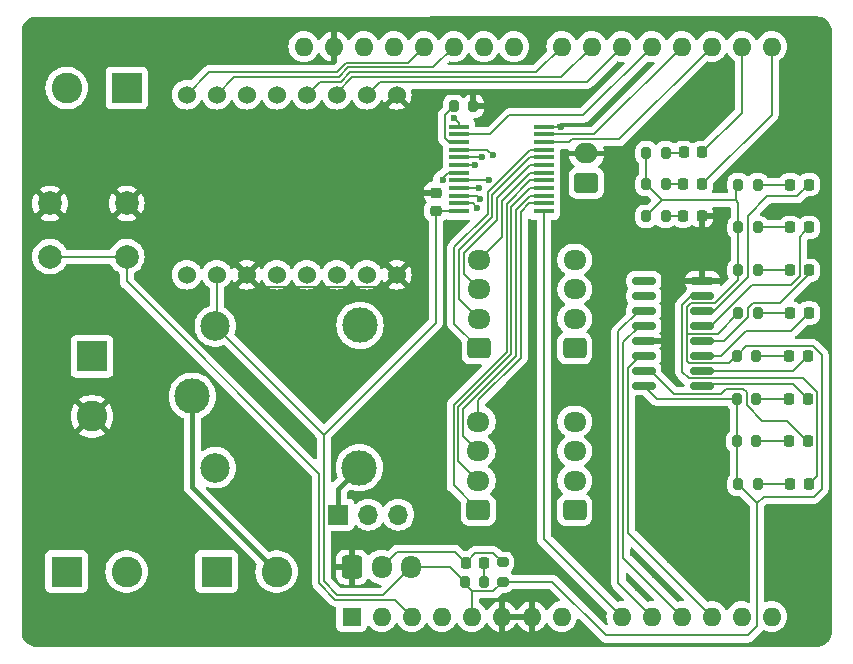
<source format=gbr>
%TF.GenerationSoftware,KiCad,Pcbnew,8.0.1*%
%TF.CreationDate,2024-06-08T08:25:42+08:00*%
%TF.ProjectId,uno_car,756e6f5f-6361-4722-9e6b-696361645f70,v1.0.2*%
%TF.SameCoordinates,Original*%
%TF.FileFunction,Copper,L1,Top*%
%TF.FilePolarity,Positive*%
%FSLAX46Y46*%
G04 Gerber Fmt 4.6, Leading zero omitted, Abs format (unit mm)*
G04 Created by KiCad (PCBNEW 8.0.1) date 2024-06-08 08:25:42*
%MOMM*%
%LPD*%
G01*
G04 APERTURE LIST*
G04 Aperture macros list*
%AMRoundRect*
0 Rectangle with rounded corners*
0 $1 Rounding radius*
0 $2 $3 $4 $5 $6 $7 $8 $9 X,Y pos of 4 corners*
0 Add a 4 corners polygon primitive as box body*
4,1,4,$2,$3,$4,$5,$6,$7,$8,$9,$2,$3,0*
0 Add four circle primitives for the rounded corners*
1,1,$1+$1,$2,$3*
1,1,$1+$1,$4,$5*
1,1,$1+$1,$6,$7*
1,1,$1+$1,$8,$9*
0 Add four rect primitives between the rounded corners*
20,1,$1+$1,$2,$3,$4,$5,0*
20,1,$1+$1,$4,$5,$6,$7,0*
20,1,$1+$1,$6,$7,$8,$9,0*
20,1,$1+$1,$8,$9,$2,$3,0*%
G04 Aperture macros list end*
%TA.AperFunction,SMDPad,CuDef*%
%ADD10RoundRect,0.218750X-0.218750X-0.256250X0.218750X-0.256250X0.218750X0.256250X-0.218750X0.256250X0*%
%TD*%
%TA.AperFunction,ComponentPad*%
%ADD11RoundRect,0.250000X0.725000X-0.600000X0.725000X0.600000X-0.725000X0.600000X-0.725000X-0.600000X0*%
%TD*%
%TA.AperFunction,ComponentPad*%
%ADD12O,1.950000X1.700000*%
%TD*%
%TA.AperFunction,SMDPad,CuDef*%
%ADD13RoundRect,0.200000X0.275000X-0.200000X0.275000X0.200000X-0.275000X0.200000X-0.275000X-0.200000X0*%
%TD*%
%TA.AperFunction,ComponentPad*%
%ADD14R,2.600000X2.600000*%
%TD*%
%TA.AperFunction,ComponentPad*%
%ADD15C,2.600000*%
%TD*%
%TA.AperFunction,ComponentPad*%
%ADD16R,1.700000X1.700000*%
%TD*%
%TA.AperFunction,ComponentPad*%
%ADD17O,1.700000X1.700000*%
%TD*%
%TA.AperFunction,SMDPad,CuDef*%
%ADD18RoundRect,0.200000X0.200000X0.275000X-0.200000X0.275000X-0.200000X-0.275000X0.200000X-0.275000X0*%
%TD*%
%TA.AperFunction,ComponentPad*%
%ADD19RoundRect,0.250000X0.750000X-0.600000X0.750000X0.600000X-0.750000X0.600000X-0.750000X-0.600000X0*%
%TD*%
%TA.AperFunction,ComponentPad*%
%ADD20O,2.000000X1.700000*%
%TD*%
%TA.AperFunction,SMDPad,CuDef*%
%ADD21RoundRect,0.218750X0.218750X0.256250X-0.218750X0.256250X-0.218750X-0.256250X0.218750X-0.256250X0*%
%TD*%
%TA.AperFunction,ComponentPad*%
%ADD22C,3.000000*%
%TD*%
%TA.AperFunction,ComponentPad*%
%ADD23C,2.500000*%
%TD*%
%TA.AperFunction,SMDPad,CuDef*%
%ADD24RoundRect,0.150000X0.825000X0.150000X-0.825000X0.150000X-0.825000X-0.150000X0.825000X-0.150000X0*%
%TD*%
%TA.AperFunction,SMDPad,CuDef*%
%ADD25R,1.750000X0.450000*%
%TD*%
%TA.AperFunction,SMDPad,CuDef*%
%ADD26RoundRect,0.225000X-0.250000X0.225000X-0.250000X-0.225000X0.250000X-0.225000X0.250000X0.225000X0*%
%TD*%
%TA.AperFunction,ComponentPad*%
%ADD27C,2.000000*%
%TD*%
%TA.AperFunction,SMDPad,CuDef*%
%ADD28RoundRect,0.200000X-0.200000X-0.275000X0.200000X-0.275000X0.200000X0.275000X-0.200000X0.275000X0*%
%TD*%
%TA.AperFunction,ComponentPad*%
%ADD29C,1.524000*%
%TD*%
%TA.AperFunction,ComponentPad*%
%ADD30RoundRect,0.250000X-0.600000X-0.725000X0.600000X-0.725000X0.600000X0.725000X-0.600000X0.725000X0*%
%TD*%
%TA.AperFunction,ComponentPad*%
%ADD31O,1.700000X1.950000*%
%TD*%
%TA.AperFunction,ComponentPad*%
%ADD32R,1.600000X1.600000*%
%TD*%
%TA.AperFunction,ComponentPad*%
%ADD33O,1.600000X1.600000*%
%TD*%
%TA.AperFunction,ViaPad*%
%ADD34C,0.600000*%
%TD*%
%TA.AperFunction,Conductor*%
%ADD35C,0.200000*%
%TD*%
%TA.AperFunction,Conductor*%
%ADD36C,0.400000*%
%TD*%
G04 APERTURE END LIST*
D10*
%TO.P,D4,1,K*%
%TO.N,Net-(D4-K)*%
X207212500Y-80600000D03*
%TO.P,D4,2,A*%
%TO.N,Net-(D4-A)*%
X208787500Y-80600000D03*
%TD*%
D11*
%TO.P,J9,1,Pin_1*%
%TO.N,Net-(J9-Pin_1)*%
X189050000Y-76350000D03*
D12*
%TO.P,J9,2,Pin_2*%
%TO.N,Net-(J9-Pin_2)*%
X189050000Y-73850000D03*
%TO.P,J9,3,Pin_3*%
%TO.N,Net-(J9-Pin_3)*%
X189050000Y-71350000D03*
%TO.P,J9,4,Pin_4*%
%TO.N,Net-(J9-Pin_4)*%
X189050000Y-68850000D03*
%TD*%
D13*
%TO.P,R1,1*%
%TO.N,+5V*%
X182950000Y-96125000D03*
%TO.P,R1,2*%
%TO.N,Net-(D1-A)*%
X182950000Y-94475000D03*
%TD*%
D10*
%TO.P,D2,1*%
%TO.N,Net-(D2-Pad1)*%
X198237500Y-65150000D03*
%TO.P,D2,2*%
%TO.N,GND*%
X199812500Y-65150000D03*
%TD*%
%TO.P,D12,1,K*%
%TO.N,Net-(D12-K)*%
X198275000Y-59750000D03*
%TO.P,D12,2,A*%
%TO.N,Net-(A1-D1{slash}TX)*%
X199850000Y-59750000D03*
%TD*%
D11*
%TO.P,J8,1,Pin_1*%
%TO.N,Net-(J8-Pin_1)*%
X180900000Y-90050000D03*
D12*
%TO.P,J8,2,Pin_2*%
%TO.N,Net-(J8-Pin_2)*%
X180900000Y-87550000D03*
%TO.P,J8,3,Pin_3*%
%TO.N,Net-(J8-Pin_3)*%
X180900000Y-85050000D03*
%TO.P,J8,4,Pin_4*%
%TO.N,Net-(J8-Pin_4)*%
X180900000Y-82550000D03*
%TD*%
D10*
%TO.P,D3,1,K*%
%TO.N,Net-(D3-K)*%
X207212500Y-84221400D03*
%TO.P,D3,2,A*%
%TO.N,Net-(D3-A)*%
X208787500Y-84221400D03*
%TD*%
D14*
%TO.P,J5,1,Pin_1*%
%TO.N,Net-(J5-Pin_1)*%
X148183000Y-77022000D03*
D15*
%TO.P,J5,2,Pin_2*%
%TO.N,GND*%
X148183000Y-82102000D03*
%TD*%
D10*
%TO.P,D8,1,K*%
%TO.N,Net-(D8-K)*%
X207309900Y-66114300D03*
%TO.P,D8,2,A*%
%TO.N,Net-(D8-A)*%
X208884900Y-66114300D03*
%TD*%
%TO.P,D10,1,K*%
%TO.N,Net-(D10-K)*%
X207309900Y-87842900D03*
%TO.P,D10,2,A*%
%TO.N,Net-(D10-A)*%
X208884900Y-87842900D03*
%TD*%
D11*
%TO.P,J10,1,Pin_1*%
%TO.N,Net-(J10-Pin_1)*%
X189050000Y-90050000D03*
D12*
%TO.P,J10,2,Pin_2*%
%TO.N,Net-(J10-Pin_2)*%
X189050000Y-87550000D03*
%TO.P,J10,3,Pin_3*%
%TO.N,Net-(J10-Pin_3)*%
X189050000Y-85050000D03*
%TO.P,J10,4,Pin_4*%
%TO.N,Net-(J10-Pin_4)*%
X189050000Y-82550000D03*
%TD*%
D16*
%TO.P,JP1,1,A*%
%TO.N,Net-(JP1-A)*%
X169037000Y-90424000D03*
D17*
%TO.P,JP1,2,C*%
%TO.N,Net-(J2-Pin_1)*%
X171577000Y-90424000D03*
%TO.P,JP1,3,B*%
%TO.N,Net-(JP1-B)*%
X174117000Y-90424000D03*
%TD*%
D18*
%TO.P,R14,1*%
%TO.N,Net-(D10-K)*%
X204541400Y-87842900D03*
%TO.P,R14,2*%
%TO.N,+5V*%
X202891400Y-87842900D03*
%TD*%
D14*
%TO.P,J3,1,Pin_1*%
%TO.N,Net-(J3-Pin_1)*%
X151135000Y-54305000D03*
D15*
%TO.P,J3,2,Pin_2*%
%TO.N,Net-(J3-Pin_2)*%
X146055000Y-54305000D03*
%TD*%
D19*
%TO.P,J6,1,Pin_1*%
%TO.N,+3V3*%
X190050000Y-62350000D03*
D20*
%TO.P,J6,2,Pin_2*%
%TO.N,GND*%
X190050000Y-59850000D03*
%TD*%
D18*
%TO.P,R2,1*%
%TO.N,Net-(D1-K)*%
X181400000Y-96100000D03*
%TO.P,R2,2*%
%TO.N,+5V*%
X179750000Y-96100000D03*
%TD*%
D21*
%TO.P,D1,1,K*%
%TO.N,Net-(D1-K)*%
X181387500Y-94500000D03*
%TO.P,D1,2,A*%
%TO.N,Net-(D1-A)*%
X179812500Y-94500000D03*
%TD*%
D10*
%TO.P,D6,1,K*%
%TO.N,Net-(D6-K)*%
X207309900Y-73357100D03*
%TO.P,D6,2,A*%
%TO.N,Net-(D6-A)*%
X208884900Y-73357100D03*
%TD*%
%TO.P,D7,1,K*%
%TO.N,Net-(D7-K)*%
X207309900Y-69735700D03*
%TO.P,D7,2,A*%
%TO.N,Net-(D7-A)*%
X208884900Y-69735700D03*
%TD*%
D18*
%TO.P,R8,1*%
%TO.N,Net-(D4-K)*%
X204444000Y-80600000D03*
%TO.P,R8,2*%
%TO.N,+5V*%
X202794000Y-80600000D03*
%TD*%
%TO.P,R7,1*%
%TO.N,Net-(D3-K)*%
X204444000Y-84221400D03*
%TO.P,R7,2*%
%TO.N,+5V*%
X202794000Y-84221400D03*
%TD*%
D22*
%TO.P,K1,1*%
%TO.N,Net-(J2-Pin_2)*%
X156675000Y-80400000D03*
D23*
%TO.P,K1,2*%
%TO.N,Net-(D1-A)*%
X158625000Y-86450000D03*
D22*
%TO.P,K1,3*%
%TO.N,Net-(JP1-A)*%
X170825000Y-86450000D03*
%TO.P,K1,4*%
%TO.N,Net-(JP1-B)*%
X170875000Y-74400000D03*
D23*
%TO.P,K1,5*%
%TO.N,+5V*%
X158625000Y-74450000D03*
%TD*%
D24*
%TO.P,U2,1,QB*%
%TO.N,Net-(D4-A)*%
X199866400Y-79527900D03*
%TO.P,U2,2,QC*%
%TO.N,Net-(D5-A)*%
X199866400Y-78257900D03*
%TO.P,U2,3,QD*%
%TO.N,Net-(D6-A)*%
X199866400Y-76987900D03*
%TO.P,U2,4,QE*%
%TO.N,Net-(D7-A)*%
X199866400Y-75717900D03*
%TO.P,U2,5,QF*%
%TO.N,Net-(D8-A)*%
X199866400Y-74447900D03*
%TO.P,U2,6,QG*%
%TO.N,Net-(D9-A)*%
X199866400Y-73177900D03*
%TO.P,U2,7,QH*%
%TO.N,Net-(D10-A)*%
X199866400Y-71907900D03*
%TO.P,U2,8,GND*%
%TO.N,GND*%
X199866400Y-70637900D03*
%TO.P,U2,9,QH'*%
%TO.N,unconnected-(U2-QH'-Pad9)*%
X194916400Y-70637900D03*
%TO.P,U2,10,~{SRCLR}*%
%TO.N,unconnected-(U2-~{SRCLR}-Pad10)*%
X194916400Y-71907900D03*
%TO.P,U2,11,SRCLK*%
%TO.N,/LEDS_CK*%
X194916400Y-73177900D03*
%TO.P,U2,12,RCLK*%
%TO.N,/LEDS_LATCH*%
X194916400Y-74447900D03*
%TO.P,U2,13,~{OE}*%
%TO.N,GND*%
X194916400Y-75717900D03*
%TO.P,U2,14,SER*%
%TO.N,/LEDS_DATA*%
X194916400Y-76987900D03*
%TO.P,U2,15,QA*%
%TO.N,Net-(D3-A)*%
X194916400Y-78257900D03*
%TO.P,U2,16,VCC*%
%TO.N,+5V*%
X194916400Y-79527900D03*
%TD*%
D10*
%TO.P,D9,1,K*%
%TO.N,Net-(D9-K)*%
X207309900Y-62492900D03*
%TO.P,D9,2,A*%
%TO.N,Net-(D9-A)*%
X208884900Y-62492900D03*
%TD*%
D18*
%TO.P,R9,1*%
%TO.N,Net-(D5-K)*%
X204444000Y-76978600D03*
%TO.P,R9,2*%
%TO.N,+5V*%
X202794000Y-76978600D03*
%TD*%
D11*
%TO.P,J7,1,Pin_1*%
%TO.N,Net-(J7-Pin_1)*%
X180950000Y-76350000D03*
D12*
%TO.P,J7,2,Pin_2*%
%TO.N,Net-(J7-Pin_2)*%
X180950000Y-73850000D03*
%TO.P,J7,3,Pin_3*%
%TO.N,Net-(J7-Pin_3)*%
X180950000Y-71350000D03*
%TO.P,J7,4,Pin_4*%
%TO.N,Net-(J7-Pin_4)*%
X180950000Y-68850000D03*
%TD*%
D25*
%TO.P,U4,1,COM*%
%TO.N,/SIG*%
X186450000Y-64725000D03*
%TO.P,U4,2,I7*%
%TO.N,Net-(J8-Pin_4)*%
X186450000Y-64075000D03*
%TO.P,U4,3,I6*%
%TO.N,Net-(J8-Pin_3)*%
X186450000Y-63425000D03*
%TO.P,U4,4,I5*%
%TO.N,Net-(J8-Pin_2)*%
X186450000Y-62775000D03*
%TO.P,U4,5,I4*%
%TO.N,Net-(J8-Pin_1)*%
X186450000Y-62125000D03*
%TO.P,U4,6,I3*%
%TO.N,Net-(J7-Pin_4)*%
X186450000Y-61475000D03*
%TO.P,U4,7,I2*%
%TO.N,Net-(J7-Pin_3)*%
X186450000Y-60825000D03*
%TO.P,U4,8,I1*%
%TO.N,Net-(J7-Pin_2)*%
X186450000Y-60175000D03*
%TO.P,U4,9,I0*%
%TO.N,Net-(J7-Pin_1)*%
X186450000Y-59525000D03*
%TO.P,U4,10,S0*%
%TO.N,/S0*%
X186450000Y-58875000D03*
%TO.P,U4,11,S1*%
%TO.N,/S1*%
X186450000Y-58225000D03*
%TO.P,U4,12,GND*%
%TO.N,GND*%
X186450000Y-57575000D03*
%TO.P,U4,13,S3*%
%TO.N,/S3*%
X179250000Y-57575000D03*
%TO.P,U4,14,S2*%
%TO.N,/S2*%
X179250000Y-58225000D03*
%TO.P,U4,15,~{E}*%
%TO.N,Net-(U4-~{E})*%
X179250000Y-58875000D03*
%TO.P,U4,16,I15*%
%TO.N,Net-(J10-Pin_4)*%
X179250000Y-59525000D03*
%TO.P,U4,17,I14*%
%TO.N,Net-(J10-Pin_3)*%
X179250000Y-60175000D03*
%TO.P,U4,18,I13*%
%TO.N,Net-(J10-Pin_2)*%
X179250000Y-60825000D03*
%TO.P,U4,19,I12*%
%TO.N,Net-(J10-Pin_1)*%
X179250000Y-61475000D03*
%TO.P,U4,20,I11*%
%TO.N,Net-(J9-Pin_4)*%
X179250000Y-62125000D03*
%TO.P,U4,21,I10*%
%TO.N,Net-(J9-Pin_3)*%
X179250000Y-62775000D03*
%TO.P,U4,22,I9*%
%TO.N,Net-(J9-Pin_2)*%
X179250000Y-63425000D03*
%TO.P,U4,23,I8*%
%TO.N,Net-(J9-Pin_1)*%
X179250000Y-64075000D03*
%TO.P,U4,24,VCC*%
%TO.N,+5V*%
X179250000Y-64725000D03*
%TD*%
D10*
%TO.P,D5,1,K*%
%TO.N,Net-(D5-K)*%
X207212500Y-76978600D03*
%TO.P,D5,2,A*%
%TO.N,Net-(D5-A)*%
X208787500Y-76978600D03*
%TD*%
D26*
%TO.P,C1,1*%
%TO.N,GND*%
X177300000Y-63175000D03*
%TO.P,C1,2*%
%TO.N,+5V*%
X177300000Y-64725000D03*
%TD*%
D27*
%TO.P,SW1,1,1*%
%TO.N,Net-(A1-~{RESET})*%
X151130000Y-68580000D03*
X144630000Y-68580000D03*
%TO.P,SW1,2,2*%
%TO.N,GND*%
X151130000Y-64080000D03*
X144630000Y-64080000D03*
%TD*%
D18*
%TO.P,R13,1*%
%TO.N,Net-(D9-K)*%
X204541400Y-62492900D03*
%TO.P,R13,2*%
%TO.N,+5V*%
X202891400Y-62492900D03*
%TD*%
D14*
%TO.P,J2,1,Pin_1*%
%TO.N,Net-(J2-Pin_1)*%
X158745000Y-95250000D03*
D15*
%TO.P,J2,2,Pin_2*%
%TO.N,Net-(J2-Pin_2)*%
X163825000Y-95250000D03*
%TD*%
D14*
%TO.P,J4,1,Pin_1*%
%TO.N,Net-(J4-Pin_1)*%
X146045000Y-95250000D03*
D15*
%TO.P,J4,2,Pin_2*%
%TO.N,Net-(J4-Pin_2)*%
X151125000Y-95250000D03*
%TD*%
D28*
%TO.P,R5,1*%
%TO.N,+5V*%
X195100000Y-62450000D03*
%TO.P,R5,2*%
%TO.N,Net-(D11-K)*%
X196750000Y-62450000D03*
%TD*%
%TO.P,R23,1*%
%TO.N,Net-(U4-~{E})*%
X178825000Y-55850000D03*
%TO.P,R23,2*%
%TO.N,GND*%
X180475000Y-55850000D03*
%TD*%
%TO.P,R6,1*%
%TO.N,+5V*%
X195100000Y-59800000D03*
%TO.P,R6,2*%
%TO.N,Net-(D12-K)*%
X196750000Y-59800000D03*
%TD*%
D18*
%TO.P,R11,1*%
%TO.N,Net-(D7-K)*%
X204541400Y-69735700D03*
%TO.P,R11,2*%
%TO.N,+5V*%
X202891400Y-69735700D03*
%TD*%
%TO.P,R12,1*%
%TO.N,Net-(D8-K)*%
X204541400Y-66114300D03*
%TO.P,R12,2*%
%TO.N,+5V*%
X202891400Y-66114300D03*
%TD*%
D29*
%TO.P,U1,1,VM*%
%TO.N,Net-(J5-Pin_1)*%
X156210000Y-70104000D03*
%TO.P,U1,2,VCC*%
%TO.N,+5V*%
X158750000Y-70104000D03*
%TO.P,U1,3,GND*%
%TO.N,GND*%
X161290000Y-70104000D03*
%TO.P,U1,4,AO1*%
%TO.N,Net-(J3-Pin_2)*%
X163830000Y-70104000D03*
%TO.P,U1,5,AO2*%
%TO.N,Net-(J3-Pin_1)*%
X166370000Y-70104000D03*
%TO.P,U1,6,BO2*%
%TO.N,Net-(J4-Pin_1)*%
X168910000Y-70104000D03*
%TO.P,U1,7,BO1*%
%TO.N,Net-(J4-Pin_2)*%
X171450000Y-70104000D03*
%TO.P,U1,8,GND*%
%TO.N,GND*%
X173990000Y-70104000D03*
%TO.P,U1,9,PWMA*%
%TO.N,/PWMA*%
X156210000Y-54864000D03*
%TO.P,U1,10,AIN2*%
%TO.N,/AIN2*%
X158750000Y-54864000D03*
%TO.P,U1,11,AIN1*%
%TO.N,/AIN1*%
X161290000Y-54864000D03*
%TO.P,U1,12,STBY*%
%TO.N,/STBY*%
X163830000Y-54864000D03*
%TO.P,U1,13,BIN1*%
%TO.N,/BIN1*%
X166370000Y-54864000D03*
%TO.P,U1,14,BIN2*%
%TO.N,/BIN2*%
X168910000Y-54864000D03*
%TO.P,U1,15,PWMB*%
%TO.N,/PWMB*%
X171450000Y-54864000D03*
%TO.P,U1,16,GND*%
%TO.N,GND*%
X173990000Y-54864000D03*
%TD*%
D10*
%TO.P,D11,1,K*%
%TO.N,Net-(D11-K)*%
X198265500Y-62450000D03*
%TO.P,D11,2,A*%
%TO.N,Net-(A1-D0{slash}RX)*%
X199840500Y-62450000D03*
%TD*%
D28*
%TO.P,R3,1*%
%TO.N,+5V*%
X195100000Y-65150000D03*
%TO.P,R3,2*%
%TO.N,Net-(D2-Pad1)*%
X196750000Y-65150000D03*
%TD*%
D18*
%TO.P,R10,1*%
%TO.N,Net-(D6-K)*%
X204541400Y-73357100D03*
%TO.P,R10,2*%
%TO.N,+5V*%
X202891400Y-73357100D03*
%TD*%
D30*
%TO.P,J1,1,Pin_1*%
%TO.N,GND*%
X170220000Y-94869000D03*
D31*
%TO.P,J1,2,Pin_2*%
%TO.N,Net-(D1-A)*%
X172720000Y-94869000D03*
%TO.P,J1,3,Pin_3*%
%TO.N,+5V*%
X175220000Y-94869000D03*
%TD*%
D32*
%TO.P,A1,1,NC*%
%TO.N,unconnected-(A1-NC-Pad1)*%
X170180000Y-99060000D03*
D33*
%TO.P,A1,2,IOREF*%
%TO.N,unconnected-(A1-IOREF-Pad2)*%
X172720000Y-99060000D03*
%TO.P,A1,3,~{RESET}*%
%TO.N,Net-(A1-~{RESET})*%
X175260000Y-99060000D03*
%TO.P,A1,4,3V3*%
%TO.N,+3V3*%
X177800000Y-99060000D03*
%TO.P,A1,5,+5V*%
%TO.N,+5V*%
X180340000Y-99060000D03*
%TO.P,A1,6,GND*%
%TO.N,GND*%
X182880000Y-99060000D03*
%TO.P,A1,7,GND*%
X185420000Y-99060000D03*
%TO.P,A1,8,VIN*%
%TO.N,VCC*%
X187960000Y-99060000D03*
%TO.P,A1,9,A0*%
%TO.N,/SIG*%
X193040000Y-99060000D03*
%TO.P,A1,10,A1*%
%TO.N,/LEDS_CK*%
X195580000Y-99060000D03*
%TO.P,A1,11,A2*%
%TO.N,/LEDS_LATCH*%
X198120000Y-99060000D03*
%TO.P,A1,12,A3*%
%TO.N,/LEDS_DATA*%
X200660000Y-99060000D03*
%TO.P,A1,13,SDA/A4*%
%TO.N,unconnected-(A1-SDA{slash}A4-Pad13)*%
X203200000Y-99060000D03*
%TO.P,A1,14,SCL/A5*%
%TO.N,unconnected-(A1-SCL{slash}A5-Pad14)*%
X205740000Y-99060000D03*
%TO.P,A1,15,D0/RX*%
%TO.N,Net-(A1-D0{slash}RX)*%
X205740000Y-50800000D03*
%TO.P,A1,16,D1/TX*%
%TO.N,Net-(A1-D1{slash}TX)*%
X203200000Y-50800000D03*
%TO.P,A1,17,D2*%
%TO.N,/S0*%
X200660000Y-50800000D03*
%TO.P,A1,18,D3*%
%TO.N,/S1*%
X198120000Y-50800000D03*
%TO.P,A1,19,D4*%
%TO.N,/S2*%
X195580000Y-50800000D03*
%TO.P,A1,20,D5*%
%TO.N,/PWMB*%
X193040000Y-50800000D03*
%TO.P,A1,21,D6*%
%TO.N,/BIN2*%
X190500000Y-50800000D03*
%TO.P,A1,22,D7*%
%TO.N,/BIN1*%
X187960000Y-50800000D03*
%TO.P,A1,23,D8*%
%TO.N,/STBY*%
X183900000Y-50800000D03*
%TO.P,A1,24,D9*%
%TO.N,/AIN1*%
X181360000Y-50800000D03*
%TO.P,A1,25,D10*%
%TO.N,/AIN2*%
X178820000Y-50800000D03*
%TO.P,A1,26,D11*%
%TO.N,/PWMA*%
X176280000Y-50800000D03*
%TO.P,A1,27,D12*%
%TO.N,/S3*%
X173740000Y-50800000D03*
%TO.P,A1,28,D13*%
%TO.N,unconnected-(A1-D13-Pad28)*%
X171200000Y-50800000D03*
%TO.P,A1,29,GND*%
%TO.N,GND*%
X168660000Y-50800000D03*
%TO.P,A1,30,AREF*%
%TO.N,unconnected-(A1-AREF-Pad30)*%
X166120000Y-50800000D03*
%TD*%
D34*
%TO.N,GND*%
X195850000Y-95520000D03*
X194450000Y-96660000D03*
X167640000Y-76200000D03*
X187855000Y-57580900D03*
X197130000Y-94250000D03*
%TO.N,/S3*%
X178846000Y-56835300D03*
%TO.N,Net-(J9-Pin_1)*%
X180814000Y-64467600D03*
%TO.N,Net-(J9-Pin_2)*%
X181041283Y-63700563D03*
%TO.N,Net-(J9-Pin_4)*%
X181795700Y-62125000D03*
%TO.N,Net-(J9-Pin_3)*%
X180964249Y-62775000D03*
%TO.N,Net-(J10-Pin_1)*%
X177867000Y-62085700D03*
%TO.N,Net-(J10-Pin_2)*%
X180636000Y-60825000D03*
%TO.N,Net-(J10-Pin_4)*%
X182100000Y-59961300D03*
%TO.N,Net-(J10-Pin_3)*%
X181233192Y-60175000D03*
%TD*%
D35*
%TO.N,/BIN1*%
X167459000Y-53775000D02*
X166370000Y-54864000D01*
X185793100Y-52966900D02*
X170064472Y-52966900D01*
X169256370Y-53775000D02*
X167459000Y-53775000D01*
X187960000Y-50800000D02*
X185793100Y-52966900D01*
X170064472Y-52966900D02*
X169256370Y-53775000D01*
%TO.N,GND*%
X194916400Y-75717900D02*
X196532100Y-75717900D01*
X180475000Y-55850000D02*
X180475000Y-54875000D01*
X161290000Y-70104000D02*
X162352000Y-71166000D01*
X176209000Y-54625000D02*
X174980000Y-55854000D01*
X174980000Y-55854000D02*
X173990000Y-54864000D01*
X193290000Y-61150000D02*
X193290000Y-65020000D01*
X197240000Y-71390000D02*
X197992100Y-70637900D01*
X151130000Y-64080000D02*
X149975000Y-62925000D01*
X174000000Y-70094000D02*
X173990000Y-70104000D01*
X197992100Y-70637900D02*
X199866400Y-70637900D01*
X197240000Y-75010000D02*
X197240000Y-71390000D01*
X193290000Y-65020000D02*
X194520000Y-66250000D01*
X149975000Y-62925000D02*
X145785000Y-62925000D01*
X187633000Y-57580900D02*
X187855000Y-57580900D01*
X176300000Y-63175000D02*
X177300000Y-63175000D01*
X196532100Y-75717900D02*
X197240000Y-75010000D01*
X194520000Y-66250000D02*
X199812500Y-66250000D01*
X180475000Y-54875000D02*
X180225000Y-54625000D01*
X173990000Y-70104000D02*
X174980000Y-69114000D01*
X162352000Y-71166000D02*
X172928000Y-71166000D01*
X199812500Y-70584000D02*
X199866400Y-70637900D01*
X191990000Y-59850000D02*
X193290000Y-61150000D01*
X194916000Y-75717900D02*
X194916400Y-75717900D01*
X187627000Y-57575000D02*
X187633000Y-57580900D01*
X145785000Y-62925000D02*
X144630000Y-64080000D01*
X185420000Y-99060000D02*
X182880000Y-99060000D01*
X180225000Y-54625000D02*
X176209000Y-54625000D01*
X172928000Y-71166000D02*
X173990000Y-70104000D01*
X190050000Y-59850000D02*
X191990000Y-59850000D01*
X174980000Y-61855000D02*
X176300000Y-63175000D01*
X174980000Y-69114000D02*
X174980000Y-64545000D01*
X186450000Y-57575000D02*
X187627000Y-57575000D01*
X174980000Y-55854000D02*
X174980000Y-61855000D01*
X174980000Y-64545000D02*
X176350000Y-63175000D01*
X199812500Y-65150000D02*
X199812500Y-70584000D01*
%TO.N,/AIN2*%
X169898786Y-52566900D02*
X169090685Y-53375000D01*
X178820000Y-50800000D02*
X177053100Y-52566900D01*
X169090685Y-53375000D02*
X160239000Y-53375000D01*
X160239000Y-53375000D02*
X158750000Y-54864000D01*
X177053100Y-52566900D02*
X169898786Y-52566900D01*
%TO.N,/S1*%
X198120000Y-50800000D02*
X198120000Y-50830000D01*
X190725000Y-58225000D02*
X186450000Y-58225000D01*
X198120000Y-50830000D02*
X190725000Y-58225000D01*
%TO.N,/BIN2*%
X170230157Y-53366900D02*
X187933100Y-53366900D01*
X168910000Y-54864000D02*
X168910000Y-54687055D01*
X187933100Y-53366900D02*
X190500000Y-50800000D01*
X168910000Y-54687055D02*
X170230157Y-53366900D01*
%TO.N,/S3*%
X179250000Y-57239300D02*
X179250000Y-57575000D01*
X178846000Y-56835300D02*
X179250000Y-57239300D01*
%TO.N,/SIG*%
X186450000Y-64725000D02*
X186450000Y-92470000D01*
X186450000Y-92470000D02*
X193040000Y-99060000D01*
%TO.N,/S2*%
X183516000Y-56626000D02*
X181917000Y-58225000D01*
X181917000Y-58225000D02*
X179250000Y-58225000D01*
X195580000Y-50800000D02*
X195580000Y-50820000D01*
X195580000Y-50820000D02*
X189774000Y-56626000D01*
X189774000Y-56626000D02*
X183516000Y-56626000D01*
%TO.N,+5V*%
X194916000Y-79527900D02*
X194916200Y-79528100D01*
X198560000Y-72858692D02*
X198878692Y-72540000D01*
X202891000Y-68836600D02*
X202891400Y-68837000D01*
X180340000Y-96917600D02*
X182157400Y-96917600D01*
X202800000Y-87751500D02*
X202891000Y-87842900D01*
X179750000Y-96327600D02*
X179750000Y-96100000D01*
X202794000Y-76978600D02*
X202151000Y-77621400D01*
X158625000Y-74450000D02*
X158750000Y-74325000D01*
X201148500Y-75100000D02*
X202891400Y-73357100D01*
X158559000Y-74450000D02*
X158625000Y-74450000D01*
X182157400Y-96917600D02*
X182950000Y-96125000D01*
X202891000Y-66427300D02*
X202891000Y-68836600D01*
X202151000Y-77621400D02*
X198771400Y-77621400D01*
X194916200Y-79528100D02*
X195988000Y-80600000D01*
X202673000Y-63800000D02*
X196450000Y-63800000D01*
X187175000Y-96125000D02*
X191710000Y-100660000D01*
X191710000Y-100660000D02*
X203690000Y-100660000D01*
X198878692Y-72540000D02*
X200896600Y-72540000D01*
X177300000Y-64725000D02*
X177300000Y-74167000D01*
X167821000Y-83646000D02*
X158625000Y-74450000D01*
X204498900Y-89450000D02*
X205048900Y-88900000D01*
X182950000Y-96125000D02*
X187175000Y-96125000D01*
X202794000Y-84221400D02*
X202794000Y-80600000D01*
X198560000Y-77410000D02*
X198560000Y-75100000D01*
X202673000Y-62711000D02*
X202891000Y-62492900D01*
X180340000Y-96917600D02*
X179750000Y-96327600D01*
X196450000Y-63800000D02*
X195100000Y-65150000D01*
X204500000Y-89451100D02*
X202891800Y-87842900D01*
X172864000Y-97225000D02*
X175220000Y-94869000D01*
X177300000Y-74167000D02*
X167821000Y-83646000D01*
X167821000Y-96080314D02*
X168965686Y-97225000D01*
X202891800Y-87842900D02*
X202891400Y-87842900D01*
X203690000Y-100660000D02*
X204500000Y-99850000D01*
X180340000Y-99060000D02*
X180340000Y-96917600D01*
X202891400Y-87842900D02*
X202891000Y-87842900D01*
X202673000Y-63800000D02*
X202891000Y-64018100D01*
X158759000Y-74650000D02*
X158750000Y-74650000D01*
X158750000Y-74325000D02*
X158750000Y-70104000D01*
X177300000Y-64725000D02*
X179250000Y-64725000D01*
X179750000Y-96100000D02*
X178519000Y-94869000D01*
X202891000Y-66427300D02*
X202891400Y-66426900D01*
X195100000Y-62450000D02*
X195100000Y-59800000D01*
X178519000Y-94869000D02*
X175220000Y-94869000D01*
X158550000Y-74441000D02*
X158559000Y-74450000D01*
X195988000Y-80600000D02*
X202794000Y-80600000D01*
X202891000Y-64018100D02*
X202891000Y-66427300D01*
X203589000Y-76183300D02*
X202794000Y-76978600D01*
X200896600Y-72540000D02*
X202891000Y-70545600D01*
X198560000Y-75100000D02*
X198560000Y-72858692D01*
X202891400Y-62492900D02*
X202891000Y-62492900D01*
X198560000Y-75100000D02*
X201148500Y-75100000D01*
X209984000Y-76935300D02*
X209232000Y-76183300D01*
X202673000Y-63800000D02*
X202673000Y-62711000D01*
X194916400Y-79527900D02*
X194916200Y-79528100D01*
X205048900Y-88900000D02*
X209300000Y-88900000D01*
X202794000Y-84221400D02*
X202800000Y-84227400D01*
X204500000Y-99850000D02*
X204500000Y-89451100D01*
X168965686Y-97225000D02*
X172864000Y-97225000D01*
X198771400Y-77621400D02*
X198560000Y-77410000D01*
X167821000Y-83646000D02*
X167821000Y-96080314D01*
X209984000Y-88216000D02*
X209984000Y-76935300D01*
X202891400Y-66426900D02*
X202891400Y-66114300D01*
X209232000Y-76183300D02*
X203589000Y-76183300D01*
X202891400Y-68837000D02*
X202891400Y-69735700D01*
X202800000Y-84227400D02*
X202800000Y-87751500D01*
X209300000Y-88900000D02*
X209984000Y-88216000D01*
X202891000Y-70545600D02*
X202891000Y-68836600D01*
X196450000Y-63800000D02*
X195100000Y-62450000D01*
%TO.N,/PWMA*%
X158099000Y-52975000D02*
X156210000Y-54864000D01*
X176280000Y-50800000D02*
X174913100Y-52166900D01*
X168925000Y-52975000D02*
X158099000Y-52975000D01*
X174913100Y-52166900D02*
X169733100Y-52166900D01*
X169733100Y-52166900D02*
X168925000Y-52975000D01*
%TO.N,/S0*%
X192800000Y-58650000D02*
X188800000Y-58650000D01*
X188800000Y-58650000D02*
X188575000Y-58875000D01*
X200660000Y-50800000D02*
X200650000Y-50800000D01*
X200650000Y-50800000D02*
X192800000Y-58650000D01*
X188575000Y-58875000D02*
X186450000Y-58875000D01*
%TO.N,/PWMB*%
X172547000Y-53766900D02*
X171450000Y-54864000D01*
X190073100Y-53766900D02*
X172547000Y-53766900D01*
X193040000Y-50800000D02*
X190073100Y-53766900D01*
%TO.N,Net-(D3-K)*%
X207212000Y-84221400D02*
X207212500Y-84221400D01*
X204444000Y-84221400D02*
X207212000Y-84221400D01*
%TO.N,Net-(D1-A)*%
X179812500Y-94499500D02*
X179812500Y-94500000D01*
X179812000Y-94500000D02*
X179812500Y-94499500D01*
X174010600Y-93589400D02*
X178902000Y-93589400D01*
X182175000Y-93700000D02*
X182950000Y-94475000D01*
X172720000Y-94869000D02*
X172731000Y-94869000D01*
X180612000Y-93700000D02*
X182175000Y-93700000D01*
X178902000Y-93589400D02*
X179812000Y-94500000D01*
X179812500Y-94499500D02*
X180612000Y-93700000D01*
X172731000Y-94869000D02*
X174010600Y-93589400D01*
%TO.N,Net-(D1-K)*%
X181388000Y-94500000D02*
X181400000Y-94512500D01*
X181387500Y-94500000D02*
X181388000Y-94500000D01*
X181400000Y-94512500D02*
X181400000Y-96100000D01*
D36*
%TO.N,Net-(J2-Pin_2)*%
X156675000Y-80400000D02*
X156675000Y-88100000D01*
X156675000Y-88100000D02*
X163825000Y-95250000D01*
D35*
%TO.N,Net-(D2-Pad1)*%
X198237500Y-65150000D02*
X198238000Y-65150000D01*
X196750000Y-65150000D02*
X198237500Y-65150000D01*
%TO.N,Net-(D4-K)*%
X204444000Y-80600000D02*
X207212000Y-80600000D01*
X207212000Y-80600000D02*
X207212500Y-80600000D01*
%TO.N,Net-(J7-Pin_2)*%
X182087000Y-65186500D02*
X179261000Y-68012500D01*
X182087000Y-63361000D02*
X182087000Y-65186500D01*
X186450000Y-60175000D02*
X185273000Y-60175000D01*
X179261000Y-68012500D02*
X179261000Y-72161000D01*
X185273000Y-60175000D02*
X182087000Y-63361000D01*
X179261000Y-72161000D02*
X180950000Y-73850000D01*
%TO.N,Net-(J7-Pin_1)*%
X181687000Y-64969800D02*
X178859000Y-67797800D01*
X178859000Y-67797800D02*
X178859000Y-74259400D01*
X181687000Y-63111000D02*
X181687000Y-64969800D01*
X186450000Y-59525000D02*
X185273000Y-59525000D01*
X178859000Y-74259400D02*
X180950000Y-76350000D01*
X185273000Y-59525000D02*
X181687000Y-63111000D01*
%TO.N,Net-(J7-Pin_4)*%
X182887000Y-63861600D02*
X185273000Y-61475000D01*
X182887000Y-66913000D02*
X182887000Y-63861600D01*
X185273000Y-61475000D02*
X186450000Y-61475000D01*
X180950000Y-68850000D02*
X182887000Y-66913000D01*
%TO.N,Net-(J7-Pin_3)*%
X182487000Y-63611000D02*
X182487000Y-65448300D01*
X186450000Y-60825000D02*
X185273000Y-60825000D01*
X179673000Y-70073000D02*
X180950000Y-71350000D01*
X179673000Y-68262300D02*
X179673000Y-70073000D01*
X185273000Y-60825000D02*
X182487000Y-63611000D01*
X182487000Y-65448300D02*
X179673000Y-68262300D01*
%TO.N,Net-(J8-Pin_3)*%
X179618000Y-81469772D02*
X179618000Y-83768000D01*
X184087000Y-64611000D02*
X184087000Y-77000771D01*
X184087000Y-77000771D02*
X179618000Y-81469772D01*
X185273000Y-63425000D02*
X184087000Y-64611000D01*
X186450000Y-63425000D02*
X185273000Y-63425000D01*
X179618000Y-83768000D02*
X180900000Y-85050000D01*
%TO.N,Net-(J8-Pin_1)*%
X183287000Y-76669400D02*
X183287000Y-64111000D01*
X178808000Y-87958000D02*
X178808000Y-81148400D01*
X183287000Y-64111000D02*
X185273000Y-62125000D01*
X178808000Y-81148400D02*
X183287000Y-76669400D01*
X185273000Y-62125000D02*
X186450000Y-62125000D01*
X180900000Y-90050000D02*
X178808000Y-87958000D01*
%TO.N,Net-(J8-Pin_4)*%
X184487000Y-64776686D02*
X185188686Y-64075000D01*
X180900000Y-82550000D02*
X180900000Y-80753458D01*
X180900000Y-80753458D02*
X184487000Y-77166457D01*
X184487000Y-77166457D02*
X184487000Y-64776686D01*
X185188686Y-64075000D02*
X186450000Y-64075000D01*
%TO.N,Net-(J8-Pin_2)*%
X180900000Y-87550000D02*
X179210000Y-85860000D01*
X185273000Y-62775000D02*
X186450000Y-62775000D01*
X179210000Y-85860000D02*
X179210000Y-81312086D01*
X179210000Y-81312086D02*
X183687000Y-76835085D01*
X183687000Y-64361000D02*
X185273000Y-62775000D01*
X183687000Y-76835085D02*
X183687000Y-64361000D01*
%TO.N,Net-(J9-Pin_1)*%
X179250000Y-64075000D02*
X180427000Y-64075000D01*
X180427000Y-64075000D02*
X180427000Y-64080500D01*
X180427000Y-64080500D02*
X180814000Y-64467600D01*
%TO.N,Net-(J9-Pin_2)*%
X181041283Y-63700563D02*
X180765720Y-63425000D01*
X180765720Y-63425000D02*
X179250000Y-63425000D01*
%TO.N,Net-(J9-Pin_4)*%
X181795700Y-62125000D02*
X179250000Y-62125000D01*
%TO.N,Net-(J9-Pin_3)*%
X180964249Y-62775000D02*
X179250000Y-62775000D01*
D36*
%TO.N,Net-(JP1-A)*%
X169037000Y-88238000D02*
X169037000Y-90424000D01*
X170825000Y-86450000D02*
X169037000Y-88238000D01*
D35*
%TO.N,Net-(A1-D1{slash}TX)*%
X203200000Y-50800000D02*
X203200000Y-56400000D01*
X203200000Y-56400000D02*
X199850000Y-59750000D01*
%TO.N,Net-(A1-~{RESET})*%
X168800000Y-97625000D02*
X173825000Y-97625000D01*
X151130000Y-70680000D02*
X167421000Y-86971000D01*
X167421000Y-96246000D02*
X168800000Y-97625000D01*
X173825000Y-97625000D02*
X175260000Y-99060000D01*
X151130000Y-68580000D02*
X151130000Y-70680000D01*
X151130000Y-68580000D02*
X144630000Y-68580000D01*
X167421000Y-86971000D02*
X167421000Y-96246000D01*
%TO.N,Net-(A1-D0{slash}RX)*%
X199840300Y-62449800D02*
X199840000Y-62450000D01*
X205740000Y-56550500D02*
X199840700Y-62449800D01*
X199840700Y-62449800D02*
X199840300Y-62449800D01*
X199840500Y-62450000D02*
X199840300Y-62449800D01*
X205740000Y-50800000D02*
X205740000Y-56550500D01*
%TO.N,/LEDS_LATCH*%
X193164000Y-75851500D02*
X193164000Y-94104000D01*
X194568000Y-74447900D02*
X193164000Y-75851500D01*
X193164000Y-94104000D02*
X198120000Y-99060000D01*
X194916400Y-74447900D02*
X194568000Y-74447900D01*
%TO.N,/LEDS_DATA*%
X194572000Y-76987900D02*
X193564000Y-77995900D01*
X193564000Y-77995900D02*
X193564000Y-91964000D01*
X193564000Y-91964000D02*
X200660000Y-99060000D01*
X194916400Y-76987900D02*
X194572000Y-76987900D01*
%TO.N,/LEDS_CK*%
X192764000Y-74916900D02*
X192764000Y-96244000D01*
X194503000Y-73177900D02*
X192764000Y-74916900D01*
X192764000Y-96244000D02*
X195580000Y-99060000D01*
X194916400Y-73177900D02*
X194503000Y-73177900D01*
%TO.N,Net-(J10-Pin_1)*%
X179250000Y-61475000D02*
X178325000Y-61475000D01*
X178325000Y-61475000D02*
X177867000Y-61933000D01*
X177867000Y-61933000D02*
X177867000Y-62085700D01*
%TO.N,Net-(J10-Pin_2)*%
X179250000Y-60825000D02*
X180636000Y-60825000D01*
%TO.N,Net-(J10-Pin_4)*%
X182100000Y-59961300D02*
X181663700Y-59525000D01*
X181663700Y-59525000D02*
X179250000Y-59525000D01*
%TO.N,Net-(J10-Pin_3)*%
X181233192Y-60175000D02*
X179250000Y-60175000D01*
%TO.N,unconnected-(A1-SDA{slash}A4-Pad13)*%
X203185000Y-99060000D02*
X203200000Y-99060000D01*
%TO.N,Net-(D3-A)*%
X194916400Y-78257900D02*
X195521000Y-78257900D01*
X203619000Y-81169000D02*
X204950000Y-82500000D01*
X207066200Y-82500000D02*
X208300500Y-83734300D01*
X194916000Y-78257900D02*
X194916400Y-78257900D01*
X201875800Y-79774200D02*
X203324200Y-79774200D01*
X195521000Y-78257900D02*
X197463100Y-80200000D01*
X203619000Y-80069000D02*
X203619000Y-81169000D01*
X201450000Y-80200000D02*
X201875800Y-79774200D01*
X208300500Y-83734300D02*
X208787500Y-84221300D01*
X204950000Y-82500000D02*
X207066200Y-82500000D01*
X197463100Y-80200000D02*
X201450000Y-80200000D01*
X203324200Y-79774200D02*
X203619000Y-80069000D01*
X208787500Y-84221300D02*
X208787500Y-84221400D01*
X208300500Y-83734300D02*
X208788000Y-84221400D01*
%TO.N,Net-(D4-A)*%
X208787500Y-80600000D02*
X208787700Y-80599800D01*
X199866000Y-79527900D02*
X199866200Y-79527700D01*
X208787700Y-80599800D02*
X208788000Y-80600000D01*
X207562000Y-79374200D02*
X208787700Y-80599800D01*
X199866200Y-79527700D02*
X200020000Y-79374200D01*
X200020000Y-79374200D02*
X207562000Y-79374200D01*
X199866400Y-79527900D02*
X199866200Y-79527700D01*
%TO.N,Net-(D5-A)*%
X199866000Y-78257900D02*
X199866400Y-78257900D01*
X208787700Y-76978800D02*
X208788000Y-76978600D01*
X208787500Y-76978600D02*
X208787700Y-76978800D01*
X199866400Y-78257900D02*
X207508000Y-78257900D01*
X207508000Y-78257900D02*
X208787700Y-76978800D01*
%TO.N,Net-(D5-K)*%
X204444000Y-76978600D02*
X207212000Y-76978600D01*
X207212000Y-76978600D02*
X207212500Y-76978600D01*
%TO.N,Net-(D6-K)*%
X207309900Y-73357100D02*
X207310000Y-73357100D01*
X204541400Y-73357100D02*
X207309900Y-73357100D01*
X204541000Y-73357100D02*
X204541400Y-73357100D01*
%TO.N,Net-(D6-A)*%
X203539000Y-74864500D02*
X207378000Y-74864500D01*
X199866000Y-76987900D02*
X199866400Y-76987900D01*
X207378000Y-74864500D02*
X208885000Y-73357100D01*
X199866400Y-76987900D02*
X201416000Y-76987900D01*
X208884900Y-73357100D02*
X208885000Y-73357100D01*
X201416000Y-76987900D02*
X203539000Y-74864500D01*
%TO.N,Net-(D7-A)*%
X204127000Y-72536900D02*
X206441000Y-72536900D01*
X199866000Y-75717900D02*
X199866400Y-75717900D01*
X199866400Y-75717900D02*
X201718000Y-75717900D01*
X208885000Y-69914200D02*
X208885000Y-69735700D01*
X208884900Y-69914100D02*
X208884900Y-69735700D01*
X201718000Y-75717900D02*
X203716000Y-73719300D01*
X203716000Y-72947200D02*
X204127000Y-72536900D01*
X208885000Y-70092800D02*
X208885000Y-69914200D01*
X206441000Y-72536900D02*
X208885000Y-70092800D01*
X203716000Y-73719300D02*
X203716000Y-72947200D01*
X208885000Y-69914200D02*
X208884900Y-69914100D01*
%TO.N,Net-(D7-K)*%
X204541400Y-69735700D02*
X207309900Y-69735700D01*
X207309900Y-69735700D02*
X207310000Y-69735700D01*
X204541000Y-69735700D02*
X204541400Y-69735700D01*
%TO.N,Net-(D8-A)*%
X208491100Y-66508000D02*
X208491200Y-66508000D01*
X208097000Y-70235200D02*
X208097000Y-66901800D01*
X199866000Y-74447900D02*
X199866400Y-74447900D01*
X207332000Y-71000700D02*
X208097000Y-70235200D01*
X208491200Y-66508000D02*
X208884900Y-66114300D01*
X199866400Y-74447900D02*
X200615000Y-74447900D01*
X208491100Y-66508000D02*
X208885000Y-66114300D01*
X200615000Y-74447900D02*
X204062000Y-71000700D01*
X204062000Y-71000700D02*
X207332000Y-71000700D01*
X208097000Y-66901800D02*
X208491100Y-66508000D01*
%TO.N,Net-(D8-K)*%
X207309900Y-66114300D02*
X207310000Y-66114300D01*
X204541400Y-66114300D02*
X207309900Y-66114300D01*
X204541000Y-66114300D02*
X204541400Y-66114300D01*
%TO.N,Net-(D9-K)*%
X204541000Y-62492900D02*
X204541400Y-62492900D01*
X204541400Y-62492900D02*
X207309900Y-62492900D01*
X207309900Y-62492900D02*
X207310000Y-62492900D01*
%TO.N,Net-(D9-A)*%
X200848000Y-73177900D02*
X203716000Y-70309800D01*
X208398000Y-62980000D02*
X208884900Y-62493100D01*
X205362900Y-63467100D02*
X207911000Y-63467100D01*
X199866000Y-73177900D02*
X199866400Y-73177900D01*
X207911000Y-63467100D02*
X208398000Y-62980000D01*
X199866400Y-73177900D02*
X200848000Y-73177900D01*
X203716000Y-70309800D02*
X203716000Y-65114000D01*
X208398000Y-62980000D02*
X208885000Y-62492900D01*
X203716000Y-65114000D02*
X205362900Y-63467100D01*
X208884900Y-62493100D02*
X208884900Y-62492900D01*
%TO.N,Net-(D10-K)*%
X207309900Y-87842900D02*
X207310000Y-87842900D01*
X204541000Y-87842900D02*
X204541400Y-87842900D01*
X204541400Y-87842900D02*
X207309900Y-87842900D01*
%TO.N,Net-(D10-A)*%
X208885000Y-87842900D02*
X208884900Y-87842900D01*
X198945106Y-71907900D02*
X198160000Y-72693006D01*
X209563000Y-87165000D02*
X208885000Y-87842900D01*
X199866400Y-71907900D02*
X198945106Y-71907900D01*
X198692800Y-78892800D02*
X208395000Y-78892800D01*
X198160000Y-78360000D02*
X198692800Y-78892800D01*
X208395000Y-78892800D02*
X209563000Y-80061000D01*
X209563000Y-80061000D02*
X209563000Y-87165000D01*
X198160000Y-72693006D02*
X198160000Y-78360000D01*
%TO.N,Net-(D11-K)*%
X196750000Y-62450000D02*
X198265500Y-62450000D01*
X198265500Y-62450000D02*
X198266000Y-62450000D01*
%TO.N,Net-(D12-K)*%
X196750000Y-59800000D02*
X198225000Y-59800000D01*
X198225000Y-59800000D02*
X198275000Y-59750000D01*
%TO.N,Net-(U4-~{E})*%
X179250000Y-58875000D02*
X178375000Y-58875000D01*
X178075000Y-58575000D02*
X178075000Y-56600000D01*
X178075000Y-56600000D02*
X178825000Y-55850000D01*
X178375000Y-58875000D02*
X178075000Y-58575000D01*
%TO.N,unconnected-(U2-~{SRCLR}-Pad10)*%
X194521000Y-71907900D02*
X194916400Y-71907900D01*
%TD*%
%TA.AperFunction,Conductor*%
%TO.N,GND*%
G36*
X185285809Y-65358716D02*
G01*
X185328861Y-65390945D01*
X185332668Y-65393795D01*
X185332671Y-65393797D01*
X185373184Y-65408907D01*
X185467517Y-65444091D01*
X185527127Y-65450500D01*
X185725500Y-65450499D01*
X185792539Y-65470183D01*
X185838294Y-65522987D01*
X185849500Y-65574499D01*
X185849500Y-92383330D01*
X185849499Y-92383348D01*
X185849499Y-92549054D01*
X185849498Y-92549054D01*
X185890423Y-92701785D01*
X185919358Y-92751900D01*
X185919359Y-92751904D01*
X185919360Y-92751904D01*
X185969479Y-92838714D01*
X185969481Y-92838717D01*
X186088349Y-92957585D01*
X186088355Y-92957590D01*
X191748058Y-98617293D01*
X191781543Y-98678616D01*
X191780152Y-98737067D01*
X191754366Y-98833302D01*
X191754364Y-98833313D01*
X191734532Y-99059998D01*
X191734532Y-99060001D01*
X191754364Y-99286686D01*
X191754366Y-99286697D01*
X191813258Y-99506488D01*
X191813260Y-99506492D01*
X191813261Y-99506496D01*
X191848722Y-99582542D01*
X191872134Y-99632749D01*
X191882626Y-99701827D01*
X191854106Y-99765611D01*
X191795630Y-99803850D01*
X191725762Y-99804405D01*
X191672071Y-99772835D01*
X187662590Y-95763355D01*
X187662588Y-95763352D01*
X187543717Y-95644481D01*
X187543716Y-95644480D01*
X187456904Y-95594360D01*
X187456904Y-95594359D01*
X187456900Y-95594358D01*
X187406785Y-95565423D01*
X187254057Y-95524499D01*
X187095943Y-95524499D01*
X187088347Y-95524499D01*
X187088331Y-95524500D01*
X183866520Y-95524500D01*
X183799481Y-95504815D01*
X183778839Y-95488181D01*
X183678339Y-95387681D01*
X183644854Y-95326358D01*
X183649838Y-95256666D01*
X183678339Y-95212319D01*
X183780468Y-95110189D01*
X183780469Y-95110188D01*
X183780472Y-95110185D01*
X183868478Y-94964606D01*
X183919086Y-94802196D01*
X183925500Y-94731616D01*
X183925500Y-94218384D01*
X183919086Y-94147804D01*
X183868478Y-93985394D01*
X183780472Y-93839815D01*
X183780470Y-93839813D01*
X183780469Y-93839811D01*
X183660188Y-93719530D01*
X183650868Y-93713896D01*
X183514606Y-93631522D01*
X183352196Y-93580914D01*
X183352194Y-93580913D01*
X183352192Y-93580913D01*
X183302778Y-93576423D01*
X183281616Y-93574500D01*
X183281613Y-93574500D01*
X182950097Y-93574500D01*
X182883058Y-93554815D01*
X182862416Y-93538181D01*
X182662590Y-93338355D01*
X182662588Y-93338352D01*
X182543717Y-93219481D01*
X182543716Y-93219480D01*
X182456904Y-93169360D01*
X182456904Y-93169359D01*
X182456900Y-93169358D01*
X182406785Y-93140423D01*
X182254057Y-93099499D01*
X182095943Y-93099499D01*
X182088347Y-93099499D01*
X182088331Y-93099500D01*
X180698670Y-93099500D01*
X180698654Y-93099499D01*
X180691058Y-93099499D01*
X180532943Y-93099499D01*
X180456579Y-93119961D01*
X180380214Y-93140423D01*
X180380209Y-93140426D01*
X180243290Y-93219475D01*
X180243282Y-93219481D01*
X179974583Y-93488181D01*
X179913260Y-93521666D01*
X179886902Y-93524500D01*
X179737484Y-93524500D01*
X179670445Y-93504815D01*
X179649774Y-93488152D01*
X179388449Y-93226655D01*
X179388155Y-93226319D01*
X179362139Y-93200303D01*
X179325449Y-93163613D01*
X179324395Y-93162558D01*
X179270873Y-93109000D01*
X179270715Y-93108879D01*
X179246601Y-93094957D01*
X179201357Y-93068836D01*
X179201328Y-93068806D01*
X179201323Y-93068816D01*
X179133972Y-93029901D01*
X179133787Y-93029824D01*
X179133784Y-93029823D01*
X179057085Y-93009271D01*
X179057084Y-93009270D01*
X179057085Y-93009265D01*
X179057045Y-93009260D01*
X178981231Y-92988919D01*
X178981086Y-92988900D01*
X178981057Y-92988900D01*
X178903690Y-92988900D01*
X178815292Y-92988870D01*
X178814834Y-92988900D01*
X174097270Y-92988900D01*
X174097254Y-92988899D01*
X174089658Y-92988899D01*
X173931543Y-92988899D01*
X173855556Y-93009260D01*
X173778814Y-93029823D01*
X173778809Y-93029826D01*
X173641890Y-93108875D01*
X173641882Y-93108881D01*
X173307170Y-93443593D01*
X173245847Y-93477078D01*
X173181172Y-93473843D01*
X173036244Y-93426754D01*
X173036240Y-93426753D01*
X172874957Y-93401208D01*
X172826287Y-93393500D01*
X172613713Y-93393500D01*
X172565042Y-93401208D01*
X172403760Y-93426753D01*
X172403757Y-93426754D01*
X172209969Y-93489720D01*
X172201585Y-93492444D01*
X172012179Y-93588951D01*
X171840215Y-93713889D01*
X171701035Y-93853069D01*
X171639712Y-93886553D01*
X171570020Y-93881569D01*
X171514087Y-93839697D01*
X171507815Y-93830484D01*
X171412315Y-93675654D01*
X171288345Y-93551684D01*
X171139124Y-93459643D01*
X171139119Y-93459641D01*
X170972697Y-93404494D01*
X170972690Y-93404493D01*
X170869986Y-93394000D01*
X170470000Y-93394000D01*
X170470000Y-94464854D01*
X170403343Y-94426370D01*
X170282535Y-94394000D01*
X170157465Y-94394000D01*
X170036657Y-94426370D01*
X169970000Y-94464854D01*
X169970000Y-93394000D01*
X169570028Y-93394000D01*
X169570012Y-93394001D01*
X169467302Y-93404494D01*
X169300880Y-93459641D01*
X169300875Y-93459643D01*
X169151654Y-93551684D01*
X169027684Y-93675654D01*
X168935643Y-93824875D01*
X168935641Y-93824880D01*
X168880494Y-93991302D01*
X168880493Y-93991309D01*
X168870000Y-94094013D01*
X168870000Y-94619000D01*
X169815854Y-94619000D01*
X169777370Y-94685657D01*
X169745000Y-94806465D01*
X169745000Y-94931535D01*
X169777370Y-95052343D01*
X169815854Y-95119000D01*
X168870001Y-95119000D01*
X168870001Y-95643986D01*
X168880494Y-95746697D01*
X168935641Y-95913119D01*
X168935643Y-95913124D01*
X169027684Y-96062345D01*
X169151654Y-96186315D01*
X169300875Y-96278356D01*
X169300880Y-96278358D01*
X169467302Y-96333505D01*
X169467309Y-96333506D01*
X169570019Y-96343999D01*
X169969999Y-96343999D01*
X169970000Y-96343998D01*
X169970000Y-95273145D01*
X170036657Y-95311630D01*
X170157465Y-95344000D01*
X170282535Y-95344000D01*
X170403343Y-95311630D01*
X170470000Y-95273145D01*
X170470000Y-96343999D01*
X170869972Y-96343999D01*
X170869986Y-96343998D01*
X170972697Y-96333505D01*
X171139119Y-96278358D01*
X171139124Y-96278356D01*
X171288345Y-96186315D01*
X171412317Y-96062343D01*
X171507815Y-95907516D01*
X171559763Y-95860791D01*
X171628725Y-95849568D01*
X171692808Y-95877412D01*
X171701035Y-95884931D01*
X171840213Y-96024109D01*
X172012179Y-96149048D01*
X172012181Y-96149049D01*
X172012184Y-96149051D01*
X172201588Y-96245557D01*
X172403757Y-96311246D01*
X172403760Y-96311246D01*
X172403761Y-96311247D01*
X172474161Y-96322397D01*
X172613713Y-96344500D01*
X172613718Y-96344500D01*
X172616401Y-96344925D01*
X172679536Y-96374854D01*
X172716468Y-96434165D01*
X172715470Y-96504028D01*
X172684687Y-96555077D01*
X172651583Y-96588181D01*
X172590263Y-96621666D01*
X172563903Y-96624500D01*
X169265783Y-96624500D01*
X169198744Y-96604815D01*
X169178102Y-96588181D01*
X168457819Y-95867898D01*
X168424334Y-95806575D01*
X168421500Y-95780217D01*
X168421500Y-91898499D01*
X168441185Y-91831460D01*
X168493989Y-91785705D01*
X168545500Y-91774499D01*
X169934871Y-91774499D01*
X169934872Y-91774499D01*
X169994483Y-91768091D01*
X170129331Y-91717796D01*
X170244546Y-91631546D01*
X170330796Y-91516331D01*
X170379810Y-91384916D01*
X170421681Y-91328984D01*
X170487145Y-91304566D01*
X170555418Y-91319417D01*
X170583673Y-91340569D01*
X170705599Y-91462495D01*
X170802384Y-91530265D01*
X170899165Y-91598032D01*
X170899167Y-91598033D01*
X170899170Y-91598035D01*
X171113337Y-91697903D01*
X171341592Y-91759063D01*
X171529918Y-91775539D01*
X171576999Y-91779659D01*
X171577000Y-91779659D01*
X171577001Y-91779659D01*
X171616234Y-91776226D01*
X171812408Y-91759063D01*
X172040663Y-91697903D01*
X172254830Y-91598035D01*
X172448401Y-91462495D01*
X172615495Y-91295401D01*
X172745425Y-91109842D01*
X172800002Y-91066217D01*
X172869500Y-91059023D01*
X172931855Y-91090546D01*
X172948575Y-91109842D01*
X173078500Y-91295395D01*
X173078505Y-91295401D01*
X173245599Y-91462495D01*
X173342384Y-91530265D01*
X173439165Y-91598032D01*
X173439167Y-91598033D01*
X173439170Y-91598035D01*
X173653337Y-91697903D01*
X173881592Y-91759063D01*
X174069918Y-91775539D01*
X174116999Y-91779659D01*
X174117000Y-91779659D01*
X174117001Y-91779659D01*
X174156234Y-91776226D01*
X174352408Y-91759063D01*
X174580663Y-91697903D01*
X174794830Y-91598035D01*
X174988401Y-91462495D01*
X175155495Y-91295401D01*
X175291035Y-91101830D01*
X175390903Y-90887663D01*
X175452063Y-90659408D01*
X175472659Y-90424000D01*
X175452063Y-90188592D01*
X175390903Y-89960337D01*
X175291035Y-89746171D01*
X175285425Y-89738158D01*
X175155494Y-89552597D01*
X174988402Y-89385506D01*
X174988395Y-89385501D01*
X174981281Y-89380520D01*
X174911518Y-89331671D01*
X174794834Y-89249967D01*
X174794830Y-89249965D01*
X174794828Y-89249964D01*
X174580663Y-89150097D01*
X174580659Y-89150096D01*
X174580655Y-89150094D01*
X174352413Y-89088938D01*
X174352403Y-89088936D01*
X174117001Y-89068341D01*
X174116999Y-89068341D01*
X173881596Y-89088936D01*
X173881586Y-89088938D01*
X173653344Y-89150094D01*
X173653335Y-89150098D01*
X173439171Y-89249964D01*
X173439169Y-89249965D01*
X173245597Y-89385505D01*
X173078505Y-89552597D01*
X172948575Y-89738158D01*
X172893998Y-89781783D01*
X172824500Y-89788977D01*
X172762145Y-89757454D01*
X172745425Y-89738158D01*
X172615494Y-89552597D01*
X172448402Y-89385506D01*
X172448395Y-89385501D01*
X172441281Y-89380520D01*
X172371518Y-89331671D01*
X172254834Y-89249967D01*
X172254830Y-89249965D01*
X172254828Y-89249964D01*
X172040663Y-89150097D01*
X172040659Y-89150096D01*
X172040655Y-89150094D01*
X171812413Y-89088938D01*
X171812403Y-89088936D01*
X171577001Y-89068341D01*
X171576999Y-89068341D01*
X171341596Y-89088936D01*
X171341586Y-89088938D01*
X171113344Y-89150094D01*
X171113335Y-89150098D01*
X170899171Y-89249964D01*
X170899169Y-89249965D01*
X170705600Y-89385503D01*
X170583673Y-89507430D01*
X170522350Y-89540914D01*
X170452658Y-89535930D01*
X170396725Y-89494058D01*
X170379810Y-89463081D01*
X170330797Y-89331671D01*
X170330793Y-89331664D01*
X170244547Y-89216455D01*
X170244544Y-89216452D01*
X170129335Y-89130206D01*
X170129328Y-89130202D01*
X169994482Y-89079908D01*
X169994483Y-89079908D01*
X169934883Y-89073501D01*
X169934881Y-89073500D01*
X169934873Y-89073500D01*
X169934865Y-89073500D01*
X169861500Y-89073500D01*
X169794461Y-89053815D01*
X169748706Y-89001011D01*
X169737500Y-88949500D01*
X169737500Y-88579518D01*
X169757185Y-88512479D01*
X169773810Y-88491846D01*
X169935092Y-88330563D01*
X169996412Y-88297081D01*
X170066099Y-88302064D01*
X170259954Y-88374369D01*
X170259960Y-88374370D01*
X170259962Y-88374371D01*
X170539566Y-88435195D01*
X170539568Y-88435195D01*
X170539572Y-88435196D01*
X170793220Y-88453337D01*
X170824999Y-88455610D01*
X170825000Y-88455610D01*
X170825001Y-88455610D01*
X170853595Y-88453564D01*
X171110428Y-88435196D01*
X171135298Y-88429786D01*
X171390037Y-88374371D01*
X171390037Y-88374370D01*
X171390046Y-88374369D01*
X171658161Y-88274367D01*
X171909315Y-88137226D01*
X172138395Y-87965739D01*
X172340739Y-87763395D01*
X172512226Y-87534315D01*
X172649367Y-87283161D01*
X172749369Y-87015046D01*
X172810196Y-86735428D01*
X172830610Y-86450000D01*
X172810196Y-86164572D01*
X172791822Y-86080109D01*
X172749371Y-85884962D01*
X172749370Y-85884960D01*
X172749369Y-85884954D01*
X172649367Y-85616839D01*
X172512226Y-85365685D01*
X172512224Y-85365682D01*
X172340745Y-85136612D01*
X172340729Y-85136594D01*
X172138405Y-84934270D01*
X172138387Y-84934254D01*
X171909317Y-84762775D01*
X171909309Y-84762770D01*
X171658166Y-84625635D01*
X171658167Y-84625635D01*
X171550915Y-84585632D01*
X171390046Y-84525631D01*
X171390043Y-84525630D01*
X171390037Y-84525628D01*
X171110433Y-84464804D01*
X170825001Y-84444390D01*
X170824999Y-84444390D01*
X170539566Y-84464804D01*
X170259962Y-84525628D01*
X169991833Y-84625635D01*
X169740690Y-84762770D01*
X169740682Y-84762775D01*
X169511612Y-84934254D01*
X169511594Y-84934270D01*
X169309270Y-85136594D01*
X169309254Y-85136612D01*
X169137775Y-85365682D01*
X169137770Y-85365690D01*
X169000635Y-85616833D01*
X168900628Y-85884962D01*
X168839804Y-86164566D01*
X168819390Y-86449998D01*
X168819390Y-86450001D01*
X168839804Y-86735433D01*
X168900062Y-87012431D01*
X168900631Y-87015046D01*
X168946742Y-87138674D01*
X168972933Y-87208895D01*
X168977917Y-87278586D01*
X168944432Y-87339909D01*
X168633181Y-87651161D01*
X168571858Y-87684646D01*
X168502167Y-87679662D01*
X168446233Y-87637791D01*
X168421816Y-87572326D01*
X168421500Y-87563480D01*
X168421500Y-83946096D01*
X168441185Y-83879057D01*
X168457814Y-83858420D01*
X177658506Y-74657727D01*
X177658511Y-74657724D01*
X177668714Y-74647520D01*
X177668716Y-74647520D01*
X177780520Y-74535716D01*
X177859577Y-74398784D01*
X177900500Y-74246057D01*
X177900500Y-65655424D01*
X177920185Y-65588385D01*
X177959402Y-65549886D01*
X178003044Y-65522968D01*
X178075992Y-65450019D01*
X178137311Y-65416537D01*
X178207003Y-65421521D01*
X178267517Y-65444091D01*
X178267516Y-65444091D01*
X178274444Y-65444835D01*
X178327127Y-65450500D01*
X180057702Y-65450499D01*
X180124741Y-65470184D01*
X180170496Y-65522987D01*
X180180440Y-65592146D01*
X180151415Y-65655702D01*
X180145383Y-65662180D01*
X178490286Y-67317278D01*
X178378481Y-67429082D01*
X178378475Y-67429090D01*
X178336191Y-67502330D01*
X178336191Y-67502331D01*
X178299423Y-67566015D01*
X178258499Y-67718743D01*
X178258499Y-67718745D01*
X178258499Y-67886846D01*
X178258500Y-67886859D01*
X178258500Y-74172250D01*
X178258491Y-74172388D01*
X178258500Y-74263992D01*
X178258500Y-74338487D01*
X178258506Y-74338512D01*
X178258507Y-74338515D01*
X178279868Y-74418204D01*
X178279869Y-74418216D01*
X178279871Y-74418216D01*
X178299423Y-74491186D01*
X178299444Y-74491235D01*
X178299445Y-74491238D01*
X178337290Y-74556772D01*
X178337293Y-74556785D01*
X178337296Y-74556784D01*
X178378473Y-74628107D01*
X178378516Y-74628162D01*
X178430048Y-74679684D01*
X178430047Y-74679684D01*
X178430056Y-74679692D01*
X178495980Y-74745616D01*
X178496077Y-74745701D01*
X179438173Y-75687616D01*
X179471664Y-75748936D01*
X179474500Y-75775306D01*
X179474500Y-77000001D01*
X179474501Y-77000018D01*
X179485000Y-77102796D01*
X179485001Y-77102799D01*
X179518399Y-77203586D01*
X179540186Y-77269334D01*
X179632288Y-77418656D01*
X179756344Y-77542712D01*
X179905666Y-77634814D01*
X180072203Y-77689999D01*
X180174991Y-77700500D01*
X181107302Y-77700499D01*
X181174341Y-77720183D01*
X181220096Y-77772987D01*
X181230040Y-77842146D01*
X181201015Y-77905702D01*
X181194983Y-77912180D01*
X178439286Y-80667878D01*
X178327481Y-80779682D01*
X178327479Y-80779685D01*
X178291712Y-80841637D01*
X178291711Y-80841639D01*
X178248423Y-80916614D01*
X178248423Y-80916615D01*
X178207499Y-81069343D01*
X178207499Y-81069345D01*
X178207499Y-81237446D01*
X178207500Y-81237459D01*
X178207500Y-87871330D01*
X178207499Y-87871348D01*
X178207499Y-88037054D01*
X178207498Y-88037054D01*
X178244332Y-88174516D01*
X178248423Y-88189785D01*
X178272807Y-88232018D01*
X178272808Y-88232022D01*
X178327475Y-88326709D01*
X178327481Y-88326717D01*
X178446349Y-88445585D01*
X178446355Y-88445590D01*
X179388181Y-89387416D01*
X179421666Y-89448739D01*
X179424500Y-89475097D01*
X179424500Y-90700001D01*
X179424501Y-90700018D01*
X179435000Y-90802796D01*
X179435001Y-90802799D01*
X179463120Y-90887655D01*
X179490186Y-90969334D01*
X179582288Y-91118656D01*
X179706344Y-91242712D01*
X179855666Y-91334814D01*
X180022203Y-91389999D01*
X180124991Y-91400500D01*
X181675008Y-91400499D01*
X181777797Y-91389999D01*
X181944334Y-91334814D01*
X182093656Y-91242712D01*
X182217712Y-91118656D01*
X182309814Y-90969334D01*
X182364999Y-90802797D01*
X182375500Y-90700009D01*
X182375499Y-89399992D01*
X182364999Y-89297203D01*
X182309814Y-89130666D01*
X182217712Y-88981344D01*
X182093656Y-88857288D01*
X181944334Y-88765186D01*
X181944333Y-88765185D01*
X181938878Y-88761821D01*
X181892154Y-88709873D01*
X181880931Y-88640910D01*
X181908775Y-88576828D01*
X181916272Y-88568623D01*
X182055104Y-88429792D01*
X182095370Y-88374371D01*
X182147902Y-88302065D01*
X182180051Y-88257816D01*
X182276557Y-88068412D01*
X182342246Y-87866243D01*
X182375500Y-87656287D01*
X182375500Y-87443713D01*
X182342246Y-87233757D01*
X182276557Y-87031588D01*
X182180051Y-86842184D01*
X182180049Y-86842181D01*
X182180048Y-86842179D01*
X182055109Y-86670213D01*
X181904792Y-86519896D01*
X181808593Y-86450004D01*
X181740204Y-86400316D01*
X181697540Y-86344989D01*
X181691561Y-86275376D01*
X181724166Y-86213580D01*
X181740199Y-86199686D01*
X181904792Y-86080104D01*
X182055104Y-85929792D01*
X182055106Y-85929788D01*
X182055109Y-85929786D01*
X182180048Y-85757820D01*
X182180047Y-85757820D01*
X182180051Y-85757816D01*
X182276557Y-85568412D01*
X182342246Y-85366243D01*
X182375500Y-85156287D01*
X182375500Y-84943713D01*
X182342246Y-84733757D01*
X182276557Y-84531588D01*
X182180051Y-84342184D01*
X182180049Y-84342181D01*
X182180048Y-84342179D01*
X182055109Y-84170213D01*
X181904792Y-84019896D01*
X181904784Y-84019890D01*
X181740204Y-83900316D01*
X181697540Y-83844989D01*
X181691561Y-83775376D01*
X181724166Y-83713580D01*
X181740199Y-83699686D01*
X181904792Y-83580104D01*
X182055104Y-83429792D01*
X182055106Y-83429788D01*
X182055109Y-83429786D01*
X182180048Y-83257820D01*
X182180047Y-83257820D01*
X182180051Y-83257816D01*
X182276557Y-83068412D01*
X182342246Y-82866243D01*
X182375500Y-82656287D01*
X182375500Y-82443713D01*
X182342246Y-82233757D01*
X182276557Y-82031588D01*
X182180051Y-81842184D01*
X182180049Y-81842181D01*
X182180048Y-81842179D01*
X182055109Y-81670213D01*
X181904786Y-81519890D01*
X181732820Y-81394951D01*
X181716916Y-81386847D01*
X181568204Y-81311075D01*
X181517409Y-81263102D01*
X181500500Y-81200591D01*
X181500500Y-81053555D01*
X181520185Y-80986516D01*
X181536819Y-80965874D01*
X183245519Y-79257174D01*
X184967520Y-77535173D01*
X185046577Y-77398241D01*
X185087501Y-77245514D01*
X185087501Y-77087399D01*
X185087501Y-77079804D01*
X185087500Y-77079786D01*
X185087500Y-65457984D01*
X185107185Y-65390945D01*
X185159989Y-65345190D01*
X185229147Y-65335246D01*
X185285809Y-65358716D01*
G37*
%TD.AperFunction*%
%TA.AperFunction,Conductor*%
G36*
X184954075Y-98867007D02*
G01*
X184920000Y-98994174D01*
X184920000Y-99125826D01*
X184954075Y-99252993D01*
X184986988Y-99310000D01*
X183313012Y-99310000D01*
X183345925Y-99252993D01*
X183380000Y-99125826D01*
X183380000Y-98994174D01*
X183345925Y-98867007D01*
X183313012Y-98810000D01*
X184986988Y-98810000D01*
X184954075Y-98867007D01*
G37*
%TD.AperFunction*%
%TA.AperFunction,Conductor*%
G36*
X186941942Y-96745185D02*
G01*
X186962584Y-96761819D01*
X187772158Y-97571393D01*
X187805643Y-97632716D01*
X187800659Y-97702408D01*
X187758787Y-97758341D01*
X187716571Y-97778849D01*
X187513508Y-97833259D01*
X187513502Y-97833261D01*
X187307267Y-97929431D01*
X187307265Y-97929432D01*
X187120858Y-98059954D01*
X186959954Y-98220858D01*
X186869879Y-98349501D01*
X186829432Y-98407266D01*
X186829315Y-98407518D01*
X186802106Y-98465867D01*
X186755933Y-98518306D01*
X186688739Y-98537457D01*
X186621858Y-98517241D01*
X186577342Y-98465865D01*
X186550135Y-98407520D01*
X186550134Y-98407518D01*
X186419657Y-98221179D01*
X186258820Y-98060342D01*
X186072482Y-97929865D01*
X185866328Y-97833734D01*
X185670000Y-97781127D01*
X185670000Y-98626988D01*
X185612993Y-98594075D01*
X185485826Y-98560000D01*
X185354174Y-98560000D01*
X185227007Y-98594075D01*
X185170000Y-98626988D01*
X185170000Y-97781127D01*
X184973671Y-97833734D01*
X184767517Y-97929865D01*
X184581179Y-98060342D01*
X184420342Y-98221179D01*
X184289865Y-98407517D01*
X184262382Y-98466457D01*
X184216210Y-98518896D01*
X184149016Y-98538048D01*
X184082135Y-98517832D01*
X184037618Y-98466457D01*
X184010134Y-98407517D01*
X183879657Y-98221179D01*
X183718820Y-98060342D01*
X183532482Y-97929865D01*
X183326328Y-97833734D01*
X183130000Y-97781127D01*
X183130000Y-98626988D01*
X183072993Y-98594075D01*
X182945826Y-98560000D01*
X182814174Y-98560000D01*
X182687007Y-98594075D01*
X182630000Y-98626988D01*
X182630000Y-97781127D01*
X182433671Y-97833734D01*
X182227517Y-97929865D01*
X182041179Y-98060342D01*
X181880342Y-98221179D01*
X181749867Y-98407515D01*
X181722657Y-98465867D01*
X181676484Y-98518306D01*
X181609290Y-98537457D01*
X181542409Y-98517241D01*
X181497893Y-98465865D01*
X181470685Y-98407518D01*
X181470568Y-98407266D01*
X181340047Y-98220861D01*
X181340045Y-98220858D01*
X181179140Y-98059953D01*
X180993377Y-97929881D01*
X180949752Y-97875304D01*
X180940500Y-97828306D01*
X180940500Y-97642100D01*
X180960185Y-97575061D01*
X181012989Y-97529306D01*
X181064500Y-97518100D01*
X182070731Y-97518100D01*
X182070747Y-97518101D01*
X182078343Y-97518101D01*
X182236454Y-97518101D01*
X182236457Y-97518101D01*
X182389185Y-97477177D01*
X182439304Y-97448239D01*
X182526116Y-97398120D01*
X182637920Y-97286316D01*
X182637921Y-97286313D01*
X182862417Y-97061816D01*
X182923739Y-97028334D01*
X182950097Y-97025500D01*
X183281613Y-97025500D01*
X183281616Y-97025500D01*
X183352196Y-97019086D01*
X183514606Y-96968478D01*
X183660185Y-96880472D01*
X183660189Y-96880468D01*
X183778839Y-96761819D01*
X183840162Y-96728334D01*
X183866520Y-96725500D01*
X186874903Y-96725500D01*
X186941942Y-96745185D01*
G37*
%TD.AperFunction*%
%TA.AperFunction,Conductor*%
G36*
X194882904Y-80348085D02*
G01*
X194903548Y-80364721D01*
X195318473Y-80779685D01*
X195501466Y-80962694D01*
X195501518Y-80962754D01*
X195507480Y-80968716D01*
X195576222Y-81037458D01*
X195619262Y-81080502D01*
X195619264Y-81080503D01*
X195619275Y-81080514D01*
X195619313Y-81080543D01*
X195619919Y-81080887D01*
X195627350Y-81085177D01*
X195691424Y-81122169D01*
X195691430Y-81122175D01*
X195691431Y-81122174D01*
X195754836Y-81158785D01*
X195756324Y-81159672D01*
X195756378Y-81159694D01*
X195759110Y-81160352D01*
X195825738Y-81178204D01*
X195825742Y-81178207D01*
X195825743Y-81178206D01*
X195908915Y-81200497D01*
X195908917Y-81200497D01*
X195908924Y-81200499D01*
X195908931Y-81200500D01*
X195976678Y-81200500D01*
X196067029Y-81200504D01*
X196067033Y-81200502D01*
X196075083Y-81200503D01*
X196075146Y-81200500D01*
X201902285Y-81200500D01*
X201969324Y-81220185D01*
X202008401Y-81260349D01*
X202038528Y-81310185D01*
X202157182Y-81428839D01*
X202190666Y-81490160D01*
X202193500Y-81516519D01*
X202193500Y-83304880D01*
X202173815Y-83371919D01*
X202157181Y-83392561D01*
X202038531Y-83511210D01*
X202038530Y-83511211D01*
X201950522Y-83656793D01*
X201899913Y-83819207D01*
X201893500Y-83889786D01*
X201893500Y-84553013D01*
X201899913Y-84623592D01*
X201899913Y-84623594D01*
X201899914Y-84623596D01*
X201950522Y-84786006D01*
X202032272Y-84921237D01*
X202038530Y-84931588D01*
X202163181Y-85056239D01*
X202196666Y-85117562D01*
X202199500Y-85143920D01*
X202199500Y-87017780D01*
X202179815Y-87084819D01*
X202163181Y-87105461D01*
X202135931Y-87132710D01*
X202135930Y-87132711D01*
X202047922Y-87278293D01*
X201997313Y-87440707D01*
X201990900Y-87511286D01*
X201990900Y-88174513D01*
X201997313Y-88245092D01*
X201997313Y-88245094D01*
X201997314Y-88245096D01*
X202047922Y-88407506D01*
X202131974Y-88546545D01*
X202135930Y-88553088D01*
X202256211Y-88673369D01*
X202256213Y-88673370D01*
X202256215Y-88673372D01*
X202401794Y-88761378D01*
X202564204Y-88811986D01*
X202634784Y-88818400D01*
X202966703Y-88818400D01*
X203033742Y-88838085D01*
X203054384Y-88854719D01*
X203863181Y-89663516D01*
X203896666Y-89724839D01*
X203899500Y-89751197D01*
X203899500Y-97756598D01*
X203879815Y-97823637D01*
X203827011Y-97869392D01*
X203757853Y-97879336D01*
X203723095Y-97868980D01*
X203685594Y-97851493D01*
X203646496Y-97833261D01*
X203646492Y-97833260D01*
X203646488Y-97833258D01*
X203426697Y-97774366D01*
X203426693Y-97774365D01*
X203426692Y-97774365D01*
X203426691Y-97774364D01*
X203426686Y-97774364D01*
X203200002Y-97754532D01*
X203199998Y-97754532D01*
X202973313Y-97774364D01*
X202973302Y-97774366D01*
X202753511Y-97833258D01*
X202753502Y-97833261D01*
X202547267Y-97929431D01*
X202547265Y-97929432D01*
X202360858Y-98059954D01*
X202199954Y-98220858D01*
X202069432Y-98407265D01*
X202069431Y-98407267D01*
X202042382Y-98465275D01*
X201996209Y-98517714D01*
X201929016Y-98536866D01*
X201862135Y-98516650D01*
X201817618Y-98465275D01*
X201790686Y-98407520D01*
X201790568Y-98407266D01*
X201660047Y-98220861D01*
X201660045Y-98220858D01*
X201499141Y-98059954D01*
X201312734Y-97929432D01*
X201312732Y-97929431D01*
X201106497Y-97833261D01*
X201106488Y-97833258D01*
X200886697Y-97774366D01*
X200886693Y-97774365D01*
X200886692Y-97774365D01*
X200886691Y-97774364D01*
X200886686Y-97774364D01*
X200660002Y-97754532D01*
X200659998Y-97754532D01*
X200433313Y-97774364D01*
X200433302Y-97774366D01*
X200337067Y-97800152D01*
X200267217Y-97798489D01*
X200217293Y-97768058D01*
X194200819Y-91751584D01*
X194167334Y-91690261D01*
X194164500Y-91663903D01*
X194164500Y-80452400D01*
X194184185Y-80385361D01*
X194236989Y-80339606D01*
X194288500Y-80328400D01*
X194815865Y-80328400D01*
X194882904Y-80348085D01*
G37*
%TD.AperFunction*%
%TA.AperFunction,Conductor*%
G36*
X201997865Y-51343348D02*
G01*
X202042382Y-51394725D01*
X202069429Y-51452728D01*
X202069432Y-51452734D01*
X202199954Y-51639141D01*
X202360858Y-51800045D01*
X202360861Y-51800047D01*
X202546624Y-51930118D01*
X202590248Y-51984693D01*
X202599500Y-52031692D01*
X202599500Y-56099903D01*
X202579815Y-56166942D01*
X202563181Y-56187584D01*
X200012584Y-58738181D01*
X199951261Y-58771666D01*
X199924903Y-58774500D01*
X199583318Y-58774500D01*
X199484816Y-58784563D01*
X199484815Y-58784564D01*
X199417757Y-58806785D01*
X199325215Y-58837450D01*
X199325204Y-58837455D01*
X199182112Y-58925716D01*
X199182108Y-58925719D01*
X199150181Y-58957647D01*
X199088858Y-58991132D01*
X199019166Y-58986148D01*
X198974819Y-58957647D01*
X198942891Y-58925719D01*
X198942887Y-58925716D01*
X198799795Y-58837455D01*
X198799789Y-58837452D01*
X198799787Y-58837451D01*
X198640185Y-58784564D01*
X198640183Y-58784563D01*
X198541681Y-58774500D01*
X198541674Y-58774500D01*
X198008326Y-58774500D01*
X198008318Y-58774500D01*
X197909816Y-58784563D01*
X197909815Y-58784564D01*
X197842757Y-58806785D01*
X197750215Y-58837450D01*
X197750204Y-58837455D01*
X197607112Y-58925716D01*
X197607107Y-58925720D01*
X197561921Y-58970905D01*
X197500598Y-59004389D01*
X197430906Y-58999403D01*
X197391271Y-58973930D01*
X197391094Y-58974157D01*
X197388672Y-58972260D01*
X197386561Y-58970903D01*
X197385188Y-58969530D01*
X197378394Y-58965423D01*
X197239606Y-58881522D01*
X197077196Y-58830914D01*
X197077194Y-58830913D01*
X197077192Y-58830913D01*
X197027778Y-58826423D01*
X197006616Y-58824500D01*
X196493384Y-58824500D01*
X196474145Y-58826248D01*
X196422807Y-58830913D01*
X196260393Y-58881522D01*
X196114811Y-58969530D01*
X196114810Y-58969531D01*
X196012681Y-59071661D01*
X195951358Y-59105146D01*
X195881666Y-59100162D01*
X195837319Y-59071661D01*
X195735188Y-58969530D01*
X195728394Y-58965423D01*
X195589606Y-58881522D01*
X195427196Y-58830914D01*
X195427194Y-58830913D01*
X195427192Y-58830913D01*
X195377778Y-58826423D01*
X195356616Y-58824500D01*
X194843384Y-58824500D01*
X194824145Y-58826248D01*
X194772807Y-58830913D01*
X194610393Y-58881522D01*
X194464811Y-58969530D01*
X194344530Y-59089811D01*
X194256522Y-59235393D01*
X194205913Y-59397807D01*
X194199500Y-59468386D01*
X194199500Y-60131613D01*
X194205913Y-60202192D01*
X194205913Y-60202194D01*
X194205914Y-60202196D01*
X194256522Y-60364606D01*
X194344528Y-60510185D01*
X194463182Y-60628839D01*
X194496666Y-60690160D01*
X194499500Y-60716519D01*
X194499500Y-61533480D01*
X194479815Y-61600519D01*
X194463181Y-61621161D01*
X194344531Y-61739810D01*
X194344530Y-61739811D01*
X194256522Y-61885393D01*
X194205913Y-62047807D01*
X194199500Y-62118386D01*
X194199500Y-62781613D01*
X194205913Y-62852192D01*
X194205913Y-62852194D01*
X194205914Y-62852196D01*
X194256522Y-63014606D01*
X194339657Y-63152128D01*
X194344530Y-63160188D01*
X194464811Y-63280469D01*
X194464813Y-63280470D01*
X194464815Y-63280472D01*
X194610394Y-63368478D01*
X194772804Y-63419086D01*
X194843384Y-63425500D01*
X195174903Y-63425500D01*
X195241942Y-63445185D01*
X195262584Y-63461819D01*
X195513084Y-63712319D01*
X195546569Y-63773642D01*
X195541585Y-63843334D01*
X195513084Y-63887681D01*
X195262584Y-64138181D01*
X195201261Y-64171666D01*
X195174903Y-64174500D01*
X194843384Y-64174500D01*
X194824145Y-64176248D01*
X194772807Y-64180913D01*
X194610393Y-64231522D01*
X194464811Y-64319530D01*
X194344530Y-64439811D01*
X194256522Y-64585393D01*
X194205913Y-64747807D01*
X194199500Y-64818386D01*
X194199500Y-65481613D01*
X194205913Y-65552192D01*
X194205913Y-65552194D01*
X194205914Y-65552196D01*
X194217191Y-65588385D01*
X194256522Y-65714606D01*
X194344530Y-65860188D01*
X194464811Y-65980469D01*
X194464813Y-65980470D01*
X194464815Y-65980472D01*
X194610394Y-66068478D01*
X194772804Y-66119086D01*
X194843384Y-66125500D01*
X194843387Y-66125500D01*
X195356613Y-66125500D01*
X195356616Y-66125500D01*
X195427196Y-66119086D01*
X195589606Y-66068478D01*
X195735185Y-65980472D01*
X195776295Y-65939362D01*
X195837319Y-65878339D01*
X195898642Y-65844854D01*
X195968334Y-65849838D01*
X196012681Y-65878339D01*
X196114811Y-65980469D01*
X196114813Y-65980470D01*
X196114815Y-65980472D01*
X196260394Y-66068478D01*
X196422804Y-66119086D01*
X196493384Y-66125500D01*
X196493387Y-66125500D01*
X197006613Y-66125500D01*
X197006616Y-66125500D01*
X197077196Y-66119086D01*
X197239606Y-66068478D01*
X197385185Y-65980472D01*
X197392806Y-65972850D01*
X197454125Y-65939362D01*
X197523817Y-65944341D01*
X197563775Y-65970018D01*
X197563946Y-65969803D01*
X197566144Y-65971541D01*
X197568173Y-65972845D01*
X197569608Y-65974280D01*
X197569612Y-65974283D01*
X197712704Y-66062544D01*
X197712707Y-66062545D01*
X197712713Y-66062549D01*
X197872315Y-66115436D01*
X197970826Y-66125500D01*
X197970831Y-66125500D01*
X198504169Y-66125500D01*
X198504174Y-66125500D01*
X198602685Y-66115436D01*
X198762287Y-66062549D01*
X198905391Y-65974281D01*
X198937672Y-65942000D01*
X198998995Y-65908515D01*
X199068687Y-65913499D01*
X199113034Y-65942000D01*
X199144919Y-65973885D01*
X199287922Y-66062091D01*
X199287927Y-66062093D01*
X199447416Y-66114942D01*
X199545856Y-66124999D01*
X199562500Y-66124998D01*
X199562500Y-65400000D01*
X200062500Y-65400000D01*
X200062500Y-66124999D01*
X200079136Y-66124999D01*
X200079152Y-66124998D01*
X200177583Y-66114943D01*
X200337072Y-66062093D01*
X200337077Y-66062091D01*
X200480080Y-65973885D01*
X200598885Y-65855080D01*
X200687091Y-65712077D01*
X200687093Y-65712072D01*
X200739942Y-65552583D01*
X200749999Y-65454150D01*
X200750000Y-65454137D01*
X200750000Y-65400000D01*
X200062500Y-65400000D01*
X199562500Y-65400000D01*
X199562500Y-65024000D01*
X199582185Y-64956961D01*
X199634989Y-64911206D01*
X199686500Y-64900000D01*
X200749999Y-64900000D01*
X200749999Y-64845864D01*
X200749998Y-64845847D01*
X200739943Y-64747416D01*
X200687093Y-64587927D01*
X200684039Y-64581377D01*
X200685666Y-64580618D01*
X200669684Y-64522200D01*
X200690609Y-64455537D01*
X200744252Y-64410770D01*
X200793663Y-64400500D01*
X202166500Y-64400500D01*
X202233539Y-64420185D01*
X202279294Y-64472989D01*
X202290500Y-64524500D01*
X202290500Y-65198180D01*
X202270815Y-65265219D01*
X202254181Y-65285861D01*
X202135931Y-65404110D01*
X202135930Y-65404111D01*
X202047922Y-65549693D01*
X201997313Y-65712107D01*
X201990900Y-65782686D01*
X201990900Y-66445913D01*
X201997313Y-66516492D01*
X201997313Y-66516494D01*
X201997314Y-66516496D01*
X202047922Y-66678906D01*
X202133027Y-66819687D01*
X202135930Y-66824488D01*
X202254181Y-66942739D01*
X202287666Y-67004062D01*
X202290500Y-67030420D01*
X202290500Y-68749930D01*
X202290499Y-68749948D01*
X202290499Y-68819581D01*
X202270814Y-68886620D01*
X202254180Y-68907262D01*
X202135931Y-69025510D01*
X202135930Y-69025511D01*
X202047922Y-69171093D01*
X201997313Y-69333507D01*
X201992182Y-69389975D01*
X201990900Y-69404084D01*
X201990900Y-70067316D01*
X201992098Y-70080500D01*
X201997313Y-70137892D01*
X201997313Y-70137894D01*
X201997314Y-70137896D01*
X202047922Y-70300306D01*
X202062237Y-70323986D01*
X202087760Y-70366205D01*
X202105597Y-70433760D01*
X202084080Y-70500234D01*
X202069325Y-70518037D01*
X201533201Y-71054161D01*
X201471878Y-71087646D01*
X201402186Y-71082662D01*
X201346253Y-71040790D01*
X201321836Y-70975326D01*
X201326444Y-70931883D01*
X201338500Y-70890387D01*
X201338695Y-70887901D01*
X201338695Y-70887900D01*
X198394105Y-70887900D01*
X198394104Y-70887901D01*
X198394299Y-70890386D01*
X198440118Y-71048098D01*
X198523714Y-71189452D01*
X198528500Y-71195622D01*
X198526040Y-71197529D01*
X198552610Y-71246188D01*
X198547626Y-71315880D01*
X198526562Y-71348681D01*
X198528099Y-71349874D01*
X198523315Y-71356040D01*
X198439655Y-71497503D01*
X198439653Y-71497506D01*
X198421260Y-71560818D01*
X198389865Y-71613904D01*
X197791286Y-72212484D01*
X197679481Y-72324288D01*
X197679477Y-72324293D01*
X197639935Y-72392784D01*
X197639935Y-72392785D01*
X197600423Y-72461220D01*
X197590117Y-72499682D01*
X197559499Y-72613949D01*
X197559499Y-72613951D01*
X197559499Y-72782052D01*
X197559500Y-72782065D01*
X197559500Y-78273330D01*
X197559499Y-78273348D01*
X197559499Y-78439054D01*
X197559498Y-78439054D01*
X197559499Y-78439057D01*
X197600423Y-78591785D01*
X197620468Y-78626503D01*
X197651091Y-78679544D01*
X197679479Y-78728715D01*
X197798349Y-78847585D01*
X197798355Y-78847590D01*
X198207939Y-79257174D01*
X198207949Y-79257185D01*
X198212279Y-79261515D01*
X198212280Y-79261516D01*
X198324084Y-79373320D01*
X198324086Y-79373321D01*
X198329042Y-79377124D01*
X198370245Y-79433551D01*
X198374400Y-79503297D01*
X198340188Y-79564218D01*
X198278471Y-79596971D01*
X198253556Y-79599500D01*
X197763197Y-79599500D01*
X197696158Y-79579815D01*
X197675516Y-79563181D01*
X196428219Y-78315884D01*
X196394734Y-78254561D01*
X196391900Y-78228203D01*
X196391900Y-78042213D01*
X196391899Y-78042198D01*
X196388998Y-78005332D01*
X196388997Y-78005326D01*
X196343145Y-77847506D01*
X196343144Y-77847503D01*
X196343144Y-77847502D01*
X196259481Y-77706035D01*
X196259478Y-77706032D01*
X196254698Y-77699869D01*
X196257150Y-77697966D01*
X196230555Y-77649321D01*
X196235504Y-77579626D01*
X196256340Y-77547204D01*
X196254698Y-77545931D01*
X196259475Y-77539770D01*
X196259481Y-77539765D01*
X196343144Y-77398298D01*
X196388998Y-77240469D01*
X196391900Y-77203594D01*
X196391900Y-76772206D01*
X196388998Y-76735331D01*
X196379754Y-76703514D01*
X196343145Y-76577506D01*
X196343144Y-76577503D01*
X196343144Y-76577502D01*
X196259481Y-76436035D01*
X196259478Y-76436032D01*
X196254698Y-76429869D01*
X196257035Y-76428055D01*
X196230198Y-76378950D01*
X196235156Y-76309256D01*
X196255954Y-76276898D01*
X196254303Y-76275617D01*
X196259086Y-76269450D01*
X196342681Y-76128098D01*
X196388500Y-75970386D01*
X196388695Y-75967901D01*
X196388695Y-75967900D01*
X194790400Y-75967900D01*
X194723361Y-75948215D01*
X194677606Y-75895411D01*
X194666400Y-75843900D01*
X194666400Y-75591900D01*
X194686085Y-75524861D01*
X194738889Y-75479106D01*
X194790400Y-75467900D01*
X196388695Y-75467900D01*
X196388695Y-75467898D01*
X196388500Y-75465413D01*
X196342681Y-75307701D01*
X196259085Y-75166347D01*
X196254300Y-75160178D01*
X196256766Y-75158264D01*
X196230202Y-75109676D01*
X196235149Y-75039982D01*
X196256256Y-75007132D01*
X196254701Y-75005926D01*
X196259477Y-74999768D01*
X196259481Y-74999765D01*
X196343144Y-74858298D01*
X196380481Y-74729784D01*
X196388997Y-74700473D01*
X196388998Y-74700467D01*
X196390181Y-74685433D01*
X196391900Y-74663594D01*
X196391900Y-74232206D01*
X196388998Y-74195331D01*
X196387888Y-74191511D01*
X196350403Y-74062487D01*
X196343144Y-74037502D01*
X196259481Y-73896035D01*
X196259478Y-73896032D01*
X196254698Y-73889869D01*
X196257150Y-73887966D01*
X196230555Y-73839321D01*
X196235504Y-73769626D01*
X196256340Y-73737204D01*
X196254698Y-73735931D01*
X196259475Y-73729770D01*
X196259481Y-73729765D01*
X196343144Y-73588298D01*
X196388998Y-73430469D01*
X196391900Y-73393594D01*
X196391900Y-72962206D01*
X196388998Y-72925331D01*
X196378814Y-72890279D01*
X196343145Y-72767506D01*
X196343144Y-72767503D01*
X196343144Y-72767502D01*
X196259481Y-72626035D01*
X196259478Y-72626032D01*
X196254698Y-72619869D01*
X196257150Y-72617966D01*
X196230555Y-72569321D01*
X196235504Y-72499626D01*
X196256340Y-72467204D01*
X196254698Y-72465931D01*
X196259475Y-72459770D01*
X196259481Y-72459765D01*
X196343144Y-72318298D01*
X196388998Y-72160469D01*
X196391900Y-72123594D01*
X196391900Y-71692206D01*
X196388998Y-71655331D01*
X196378990Y-71620885D01*
X196343145Y-71497506D01*
X196343144Y-71497503D01*
X196343144Y-71497502D01*
X196259481Y-71356035D01*
X196259478Y-71356032D01*
X196254698Y-71349869D01*
X196257150Y-71347966D01*
X196230555Y-71299321D01*
X196235504Y-71229626D01*
X196256340Y-71197204D01*
X196254698Y-71195931D01*
X196259475Y-71189770D01*
X196259481Y-71189765D01*
X196343144Y-71048298D01*
X196380821Y-70918615D01*
X196388997Y-70890473D01*
X196388998Y-70890467D01*
X196389004Y-70890387D01*
X196391900Y-70853594D01*
X196391900Y-70422206D01*
X196389200Y-70387898D01*
X198394104Y-70387898D01*
X198394105Y-70387900D01*
X199616400Y-70387900D01*
X199616400Y-69837900D01*
X200116400Y-69837900D01*
X200116400Y-70387900D01*
X201338695Y-70387900D01*
X201338695Y-70387898D01*
X201338500Y-70385413D01*
X201292681Y-70227701D01*
X201209085Y-70086347D01*
X201209078Y-70086338D01*
X201092961Y-69970221D01*
X201092952Y-69970214D01*
X200951596Y-69886617D01*
X200951593Y-69886616D01*
X200793895Y-69840800D01*
X200793889Y-69840799D01*
X200757049Y-69837900D01*
X200116400Y-69837900D01*
X199616400Y-69837900D01*
X198975750Y-69837900D01*
X198938910Y-69840799D01*
X198938904Y-69840800D01*
X198781206Y-69886616D01*
X198781203Y-69886617D01*
X198639847Y-69970214D01*
X198639838Y-69970221D01*
X198523721Y-70086338D01*
X198523714Y-70086347D01*
X198440118Y-70227701D01*
X198394299Y-70385413D01*
X198394104Y-70387898D01*
X196389200Y-70387898D01*
X196388998Y-70385331D01*
X196383441Y-70366205D01*
X196343145Y-70227506D01*
X196343144Y-70227503D01*
X196343144Y-70227502D01*
X196259481Y-70086035D01*
X196259479Y-70086033D01*
X196259476Y-70086029D01*
X196143270Y-69969823D01*
X196143262Y-69969817D01*
X196065081Y-69923581D01*
X196001798Y-69886156D01*
X196001797Y-69886155D01*
X196001796Y-69886155D01*
X196001793Y-69886154D01*
X195843973Y-69840302D01*
X195843967Y-69840301D01*
X195807101Y-69837400D01*
X195807094Y-69837400D01*
X194025706Y-69837400D01*
X194025698Y-69837400D01*
X193988832Y-69840301D01*
X193988826Y-69840302D01*
X193831006Y-69886154D01*
X193831003Y-69886155D01*
X193689537Y-69969817D01*
X193689529Y-69969823D01*
X193573323Y-70086029D01*
X193573317Y-70086037D01*
X193489655Y-70227503D01*
X193489654Y-70227506D01*
X193443802Y-70385326D01*
X193443801Y-70385332D01*
X193440900Y-70422198D01*
X193440900Y-70853601D01*
X193443801Y-70890467D01*
X193443802Y-70890473D01*
X193489654Y-71048293D01*
X193489655Y-71048296D01*
X193489656Y-71048298D01*
X193505343Y-71074824D01*
X193573317Y-71189762D01*
X193578102Y-71195931D01*
X193575656Y-71197827D01*
X193602257Y-71246542D01*
X193597273Y-71316234D01*
X193576469Y-71348603D01*
X193578102Y-71349869D01*
X193573317Y-71356037D01*
X193489655Y-71497503D01*
X193489654Y-71497506D01*
X193443802Y-71655326D01*
X193443801Y-71655332D01*
X193440900Y-71692198D01*
X193440900Y-72123601D01*
X193443801Y-72160467D01*
X193443802Y-72160473D01*
X193489654Y-72318293D01*
X193489655Y-72318296D01*
X193489656Y-72318298D01*
X193511645Y-72355480D01*
X193573317Y-72459762D01*
X193578102Y-72465931D01*
X193575656Y-72467827D01*
X193602257Y-72516542D01*
X193597273Y-72586234D01*
X193576469Y-72618603D01*
X193578102Y-72619869D01*
X193573317Y-72626037D01*
X193489655Y-72767503D01*
X193489654Y-72767506D01*
X193443802Y-72925326D01*
X193443801Y-72925332D01*
X193440900Y-72962198D01*
X193440900Y-73339402D01*
X193421215Y-73406441D01*
X193404581Y-73427083D01*
X192283481Y-74548182D01*
X192283477Y-74548187D01*
X192234676Y-74632715D01*
X192234676Y-74632716D01*
X192204423Y-74685114D01*
X192197318Y-74711630D01*
X192163499Y-74837843D01*
X192163499Y-74837845D01*
X192163499Y-75005946D01*
X192163500Y-75005959D01*
X192163500Y-96157330D01*
X192163499Y-96157348D01*
X192163499Y-96323054D01*
X192163498Y-96323054D01*
X192204423Y-96475784D01*
X192204424Y-96475787D01*
X192205569Y-96477769D01*
X192205573Y-96477787D01*
X192205578Y-96477785D01*
X192283477Y-96612712D01*
X192283481Y-96612717D01*
X192402349Y-96731585D01*
X192402355Y-96731590D01*
X193221336Y-97550571D01*
X193254821Y-97611894D01*
X193249837Y-97681586D01*
X193207965Y-97737519D01*
X193142501Y-97761936D01*
X193122848Y-97761780D01*
X193040002Y-97754532D01*
X193039998Y-97754532D01*
X192813313Y-97774364D01*
X192813302Y-97774366D01*
X192717067Y-97800152D01*
X192647217Y-97798489D01*
X192597293Y-97768058D01*
X187086819Y-92257584D01*
X187053334Y-92196261D01*
X187050500Y-92169903D01*
X187050500Y-90700001D01*
X187574500Y-90700001D01*
X187574501Y-90700018D01*
X187585000Y-90802796D01*
X187585001Y-90802799D01*
X187613120Y-90887655D01*
X187640186Y-90969334D01*
X187732288Y-91118656D01*
X187856344Y-91242712D01*
X188005666Y-91334814D01*
X188172203Y-91389999D01*
X188274991Y-91400500D01*
X189825008Y-91400499D01*
X189927797Y-91389999D01*
X190094334Y-91334814D01*
X190243656Y-91242712D01*
X190367712Y-91118656D01*
X190459814Y-90969334D01*
X190514999Y-90802797D01*
X190525500Y-90700009D01*
X190525499Y-89399992D01*
X190514999Y-89297203D01*
X190459814Y-89130666D01*
X190367712Y-88981344D01*
X190243656Y-88857288D01*
X190094334Y-88765186D01*
X190094333Y-88765185D01*
X190088878Y-88761821D01*
X190042154Y-88709873D01*
X190030931Y-88640910D01*
X190058775Y-88576828D01*
X190066272Y-88568623D01*
X190205104Y-88429792D01*
X190245370Y-88374371D01*
X190297902Y-88302065D01*
X190330051Y-88257816D01*
X190426557Y-88068412D01*
X190492246Y-87866243D01*
X190525500Y-87656287D01*
X190525500Y-87443713D01*
X190492246Y-87233757D01*
X190426557Y-87031588D01*
X190330051Y-86842184D01*
X190330049Y-86842181D01*
X190330048Y-86842179D01*
X190205109Y-86670213D01*
X190054792Y-86519896D01*
X189958593Y-86450004D01*
X189890204Y-86400316D01*
X189847540Y-86344989D01*
X189841561Y-86275376D01*
X189874166Y-86213580D01*
X189890199Y-86199686D01*
X190054792Y-86080104D01*
X190205104Y-85929792D01*
X190205106Y-85929788D01*
X190205109Y-85929786D01*
X190330048Y-85757820D01*
X190330047Y-85757820D01*
X190330051Y-85757816D01*
X190426557Y-85568412D01*
X190492246Y-85366243D01*
X190525500Y-85156287D01*
X190525500Y-84943713D01*
X190492246Y-84733757D01*
X190426557Y-84531588D01*
X190330051Y-84342184D01*
X190330049Y-84342181D01*
X190330048Y-84342179D01*
X190205109Y-84170213D01*
X190054792Y-84019896D01*
X190054784Y-84019890D01*
X189890204Y-83900316D01*
X189847540Y-83844989D01*
X189841561Y-83775376D01*
X189874166Y-83713580D01*
X189890199Y-83699686D01*
X190054792Y-83580104D01*
X190205104Y-83429792D01*
X190205106Y-83429788D01*
X190205109Y-83429786D01*
X190330048Y-83257820D01*
X190330047Y-83257820D01*
X190330051Y-83257816D01*
X190426557Y-83068412D01*
X190492246Y-82866243D01*
X190525500Y-82656287D01*
X190525500Y-82443713D01*
X190492246Y-82233757D01*
X190426557Y-82031588D01*
X190330051Y-81842184D01*
X190330049Y-81842181D01*
X190330048Y-81842179D01*
X190205109Y-81670213D01*
X190054786Y-81519890D01*
X189882820Y-81394951D01*
X189693414Y-81298444D01*
X189693413Y-81298443D01*
X189693412Y-81298443D01*
X189491243Y-81232754D01*
X189491241Y-81232753D01*
X189491240Y-81232753D01*
X189329957Y-81207208D01*
X189281287Y-81199500D01*
X188818713Y-81199500D01*
X188770042Y-81207208D01*
X188608760Y-81232753D01*
X188406585Y-81298444D01*
X188217179Y-81394951D01*
X188045213Y-81519890D01*
X187894890Y-81670213D01*
X187769951Y-81842179D01*
X187673444Y-82031585D01*
X187607753Y-82233760D01*
X187574500Y-82443713D01*
X187574500Y-82656286D01*
X187607459Y-82864385D01*
X187607754Y-82866243D01*
X187670572Y-83059577D01*
X187673444Y-83068414D01*
X187769951Y-83257820D01*
X187894890Y-83429786D01*
X188045209Y-83580105D01*
X188045214Y-83580109D01*
X188209793Y-83699682D01*
X188252459Y-83755011D01*
X188258438Y-83824625D01*
X188225833Y-83886420D01*
X188209793Y-83900318D01*
X188045214Y-84019890D01*
X188045209Y-84019894D01*
X187894890Y-84170213D01*
X187769951Y-84342179D01*
X187673444Y-84531585D01*
X187607753Y-84733760D01*
X187574500Y-84943713D01*
X187574500Y-85156286D01*
X187607753Y-85366239D01*
X187673444Y-85568414D01*
X187769951Y-85757820D01*
X187894890Y-85929786D01*
X188045209Y-86080105D01*
X188045214Y-86080109D01*
X188209793Y-86199682D01*
X188252459Y-86255011D01*
X188258438Y-86324625D01*
X188225833Y-86386420D01*
X188209793Y-86400318D01*
X188045214Y-86519890D01*
X188045209Y-86519894D01*
X187894890Y-86670213D01*
X187769951Y-86842179D01*
X187673444Y-87031585D01*
X187607753Y-87233760D01*
X187590941Y-87339909D01*
X187574500Y-87443713D01*
X187574500Y-87656287D01*
X187607754Y-87866243D01*
X187641542Y-87970232D01*
X187673444Y-88068414D01*
X187769951Y-88257820D01*
X187894890Y-88429786D01*
X188033705Y-88568601D01*
X188067190Y-88629924D01*
X188062206Y-88699616D01*
X188020334Y-88755549D01*
X188011121Y-88761821D01*
X187856342Y-88857289D01*
X187732289Y-88981342D01*
X187640187Y-89130663D01*
X187640186Y-89130666D01*
X187585001Y-89297203D01*
X187585001Y-89297204D01*
X187585000Y-89297204D01*
X187574500Y-89399983D01*
X187574500Y-90700001D01*
X187050500Y-90700001D01*
X187050500Y-77000001D01*
X187574500Y-77000001D01*
X187574501Y-77000018D01*
X187585000Y-77102796D01*
X187585001Y-77102799D01*
X187618399Y-77203586D01*
X187640186Y-77269334D01*
X187732288Y-77418656D01*
X187856344Y-77542712D01*
X188005666Y-77634814D01*
X188172203Y-77689999D01*
X188274991Y-77700500D01*
X189825008Y-77700499D01*
X189927797Y-77689999D01*
X190094334Y-77634814D01*
X190243656Y-77542712D01*
X190367712Y-77418656D01*
X190459814Y-77269334D01*
X190514999Y-77102797D01*
X190525500Y-77000009D01*
X190525499Y-75699992D01*
X190522856Y-75674123D01*
X190514999Y-75597203D01*
X190514998Y-75597200D01*
X190491027Y-75524861D01*
X190459814Y-75430666D01*
X190367712Y-75281344D01*
X190243656Y-75157288D01*
X190094334Y-75065186D01*
X190094333Y-75065185D01*
X190088878Y-75061821D01*
X190042154Y-75009873D01*
X190030931Y-74940910D01*
X190058775Y-74876828D01*
X190066272Y-74868623D01*
X190205104Y-74729792D01*
X190218300Y-74711630D01*
X190330048Y-74557820D01*
X190330047Y-74557820D01*
X190330051Y-74557816D01*
X190426557Y-74368412D01*
X190492246Y-74166243D01*
X190525500Y-73956287D01*
X190525500Y-73743713D01*
X190492246Y-73533757D01*
X190426557Y-73331588D01*
X190330051Y-73142184D01*
X190330049Y-73142181D01*
X190330048Y-73142179D01*
X190205109Y-72970213D01*
X190054792Y-72819896D01*
X190049343Y-72815937D01*
X189890204Y-72700316D01*
X189847540Y-72644989D01*
X189841561Y-72575376D01*
X189874166Y-72513580D01*
X189890199Y-72499686D01*
X190054792Y-72380104D01*
X190205104Y-72229792D01*
X190205106Y-72229788D01*
X190205109Y-72229786D01*
X190330048Y-72057820D01*
X190330047Y-72057820D01*
X190330051Y-72057816D01*
X190426557Y-71868412D01*
X190492246Y-71666243D01*
X190525500Y-71456287D01*
X190525500Y-71243713D01*
X190492246Y-71033757D01*
X190426557Y-70831588D01*
X190330051Y-70642184D01*
X190330049Y-70642181D01*
X190330048Y-70642179D01*
X190205109Y-70470213D01*
X190054792Y-70319896D01*
X190027828Y-70300306D01*
X189890204Y-70200316D01*
X189847540Y-70144989D01*
X189841561Y-70075376D01*
X189874166Y-70013580D01*
X189890199Y-69999686D01*
X190054792Y-69880104D01*
X190205104Y-69729792D01*
X190205106Y-69729788D01*
X190205109Y-69729786D01*
X190330048Y-69557820D01*
X190330047Y-69557820D01*
X190330051Y-69557816D01*
X190426557Y-69368412D01*
X190492246Y-69166243D01*
X190525500Y-68956287D01*
X190525500Y-68743713D01*
X190492246Y-68533757D01*
X190426557Y-68331588D01*
X190330051Y-68142184D01*
X190330049Y-68142181D01*
X190330048Y-68142179D01*
X190205109Y-67970213D01*
X190054786Y-67819890D01*
X189882820Y-67694951D01*
X189693414Y-67598444D01*
X189693413Y-67598443D01*
X189693412Y-67598443D01*
X189491243Y-67532754D01*
X189491241Y-67532753D01*
X189491240Y-67532753D01*
X189299167Y-67502332D01*
X189281287Y-67499500D01*
X188818713Y-67499500D01*
X188800833Y-67502332D01*
X188608760Y-67532753D01*
X188406585Y-67598444D01*
X188217179Y-67694951D01*
X188045213Y-67819890D01*
X187894890Y-67970213D01*
X187769951Y-68142179D01*
X187673444Y-68331585D01*
X187607753Y-68533760D01*
X187583370Y-68687711D01*
X187574500Y-68743713D01*
X187574500Y-68956287D01*
X187582448Y-69006466D01*
X187602516Y-69133175D01*
X187607754Y-69166243D01*
X187650112Y-69296608D01*
X187673444Y-69368414D01*
X187769951Y-69557820D01*
X187894890Y-69729786D01*
X188045209Y-69880105D01*
X188045214Y-69880109D01*
X188209793Y-69999682D01*
X188252459Y-70055011D01*
X188258438Y-70124625D01*
X188225833Y-70186420D01*
X188209793Y-70200318D01*
X188045214Y-70319890D01*
X188045209Y-70319894D01*
X187894890Y-70470213D01*
X187769951Y-70642179D01*
X187673444Y-70831585D01*
X187607753Y-71033760D01*
X187578731Y-71216997D01*
X187574500Y-71243713D01*
X187574500Y-71456287D01*
X187584534Y-71519644D01*
X187606025Y-71655331D01*
X187607754Y-71666243D01*
X187655399Y-71812880D01*
X187673444Y-71868414D01*
X187769951Y-72057820D01*
X187894890Y-72229786D01*
X188045209Y-72380105D01*
X188045214Y-72380109D01*
X188209793Y-72499682D01*
X188252459Y-72555011D01*
X188258438Y-72624625D01*
X188225833Y-72686420D01*
X188209793Y-72700318D01*
X188045214Y-72819890D01*
X188045209Y-72819894D01*
X187894890Y-72970213D01*
X187769951Y-73142179D01*
X187673444Y-73331585D01*
X187607753Y-73533760D01*
X187576710Y-73729762D01*
X187574500Y-73743713D01*
X187574500Y-73956287D01*
X187577826Y-73977285D01*
X187591320Y-74062487D01*
X187607754Y-74166243D01*
X187663718Y-74338483D01*
X187673444Y-74368414D01*
X187769951Y-74557820D01*
X187894890Y-74729786D01*
X188033705Y-74868601D01*
X188067190Y-74929924D01*
X188062206Y-74999616D01*
X188020334Y-75055549D01*
X188011121Y-75061821D01*
X187856342Y-75157289D01*
X187732289Y-75281342D01*
X187640187Y-75430663D01*
X187640185Y-75430668D01*
X187623948Y-75479669D01*
X187585001Y-75597203D01*
X187585001Y-75597204D01*
X187585000Y-75597204D01*
X187574500Y-75699983D01*
X187574500Y-77000001D01*
X187050500Y-77000001D01*
X187050500Y-65574499D01*
X187070185Y-65507460D01*
X187122989Y-65461705D01*
X187174500Y-65450499D01*
X187372871Y-65450499D01*
X187372872Y-65450499D01*
X187432483Y-65444091D01*
X187567331Y-65393796D01*
X187682546Y-65307546D01*
X187768796Y-65192331D01*
X187819091Y-65057483D01*
X187825500Y-64997873D01*
X187825499Y-64452128D01*
X187825498Y-64452111D01*
X187821320Y-64413253D01*
X187821320Y-64386747D01*
X187825500Y-64347873D01*
X187825499Y-63802128D01*
X187825499Y-63802127D01*
X187825498Y-63802111D01*
X187821320Y-63763253D01*
X187821320Y-63736747D01*
X187825500Y-63697873D01*
X187825499Y-63152128D01*
X187825499Y-63152127D01*
X187825498Y-63152111D01*
X187821320Y-63113253D01*
X187821320Y-63086747D01*
X187825500Y-63047873D01*
X187825499Y-62502128D01*
X187825498Y-62502111D01*
X187821320Y-62463253D01*
X187821320Y-62436747D01*
X187825500Y-62397873D01*
X187825499Y-61852128D01*
X187825498Y-61852111D01*
X187821320Y-61813253D01*
X187821320Y-61786747D01*
X187825500Y-61747873D01*
X187825499Y-61202128D01*
X187825498Y-61202111D01*
X187821320Y-61163253D01*
X187821320Y-61136747D01*
X187825500Y-61097873D01*
X187825499Y-60552128D01*
X187825499Y-60552127D01*
X187825498Y-60552111D01*
X187821320Y-60513253D01*
X187821320Y-60486745D01*
X187825500Y-60447873D01*
X187825499Y-59902128D01*
X187825499Y-59902127D01*
X187825498Y-59902111D01*
X187821320Y-59863253D01*
X187821320Y-59836745D01*
X187825500Y-59797873D01*
X187825499Y-59599499D01*
X187845183Y-59532461D01*
X187897987Y-59486706D01*
X187949499Y-59475500D01*
X188447303Y-59475500D01*
X188514342Y-59495185D01*
X188560097Y-59547989D01*
X188566524Y-59592689D01*
X188572768Y-59600000D01*
X189616988Y-59600000D01*
X189584075Y-59657007D01*
X189550000Y-59784174D01*
X189550000Y-59915826D01*
X189584075Y-60042993D01*
X189616988Y-60100000D01*
X188572769Y-60100000D01*
X188583242Y-60166126D01*
X188583242Y-60166129D01*
X188648904Y-60368217D01*
X188745379Y-60557557D01*
X188870272Y-60729459D01*
X188870276Y-60729464D01*
X189009143Y-60868331D01*
X189042628Y-60929654D01*
X189037644Y-60999346D01*
X188995772Y-61055279D01*
X188986559Y-61061551D01*
X188831342Y-61157289D01*
X188707289Y-61281342D01*
X188615187Y-61430663D01*
X188615185Y-61430668D01*
X188592579Y-61498889D01*
X188560001Y-61597203D01*
X188560001Y-61597204D01*
X188560000Y-61597204D01*
X188549500Y-61699983D01*
X188549500Y-63000001D01*
X188549501Y-63000018D01*
X188560000Y-63102796D01*
X188560001Y-63102799D01*
X188592045Y-63199500D01*
X188615186Y-63269334D01*
X188707288Y-63418656D01*
X188831344Y-63542712D01*
X188980666Y-63634814D01*
X189147203Y-63689999D01*
X189249991Y-63700500D01*
X190850008Y-63700499D01*
X190952797Y-63689999D01*
X191119334Y-63634814D01*
X191268656Y-63542712D01*
X191392712Y-63418656D01*
X191484814Y-63269334D01*
X191539999Y-63102797D01*
X191550500Y-63000009D01*
X191550499Y-61699992D01*
X191539999Y-61597203D01*
X191484814Y-61430666D01*
X191392712Y-61281344D01*
X191268656Y-61157288D01*
X191119334Y-61065186D01*
X191119332Y-61065185D01*
X191113440Y-61061551D01*
X191066716Y-61009603D01*
X191055493Y-60940641D01*
X191083337Y-60876558D01*
X191090856Y-60868330D01*
X191229728Y-60729458D01*
X191354620Y-60557557D01*
X191451095Y-60368217D01*
X191516757Y-60166129D01*
X191516757Y-60166126D01*
X191527231Y-60100000D01*
X190483012Y-60100000D01*
X190515925Y-60042993D01*
X190550000Y-59915826D01*
X190550000Y-59784174D01*
X190515925Y-59657007D01*
X190483012Y-59600000D01*
X191527231Y-59600000D01*
X191516757Y-59533873D01*
X191516757Y-59533870D01*
X191477425Y-59412818D01*
X191475430Y-59342977D01*
X191511510Y-59283144D01*
X191574211Y-59252316D01*
X191595356Y-59250500D01*
X192713331Y-59250500D01*
X192713347Y-59250501D01*
X192720943Y-59250501D01*
X192879054Y-59250501D01*
X192879057Y-59250501D01*
X193031785Y-59209577D01*
X193090059Y-59175932D01*
X193168716Y-59130520D01*
X193280520Y-59018716D01*
X193280520Y-59018714D01*
X193290724Y-59008511D01*
X193290728Y-59008506D01*
X200209407Y-52089826D01*
X200270728Y-52056343D01*
X200329179Y-52057734D01*
X200360727Y-52066187D01*
X200433308Y-52085635D01*
X200588105Y-52099178D01*
X200659998Y-52105468D01*
X200660000Y-52105468D01*
X200660002Y-52105468D01*
X200716673Y-52100509D01*
X200886692Y-52085635D01*
X201106496Y-52026739D01*
X201312734Y-51930568D01*
X201499139Y-51800047D01*
X201660047Y-51639139D01*
X201790568Y-51452734D01*
X201817618Y-51394724D01*
X201863790Y-51342285D01*
X201930983Y-51323133D01*
X201997865Y-51343348D01*
G37*
%TD.AperFunction*%
%TA.AperFunction,Conductor*%
G36*
X193569703Y-95359384D02*
G01*
X193576181Y-95365416D01*
X195761336Y-97550571D01*
X195794821Y-97611894D01*
X195789837Y-97681586D01*
X195747965Y-97737519D01*
X195682501Y-97761936D01*
X195662848Y-97761780D01*
X195580002Y-97754532D01*
X195579998Y-97754532D01*
X195353313Y-97774364D01*
X195353302Y-97774366D01*
X195257067Y-97800152D01*
X195187217Y-97798489D01*
X195137293Y-97768058D01*
X193400819Y-96031584D01*
X193367334Y-95970261D01*
X193364500Y-95943903D01*
X193364500Y-95453097D01*
X193384185Y-95386058D01*
X193436989Y-95340303D01*
X193506147Y-95330359D01*
X193569703Y-95359384D01*
G37*
%TD.AperFunction*%
%TA.AperFunction,Conductor*%
G36*
X193969703Y-93219384D02*
G01*
X193976181Y-93225416D01*
X198301336Y-97550571D01*
X198334821Y-97611894D01*
X198329837Y-97681586D01*
X198287965Y-97737519D01*
X198222501Y-97761936D01*
X198202848Y-97761780D01*
X198120002Y-97754532D01*
X198119998Y-97754532D01*
X197893313Y-97774364D01*
X197893302Y-97774366D01*
X197797067Y-97800152D01*
X197727217Y-97798489D01*
X197677293Y-97768058D01*
X193800819Y-93891584D01*
X193767334Y-93830261D01*
X193764500Y-93803903D01*
X193764500Y-93313097D01*
X193784185Y-93246058D01*
X193836989Y-93200303D01*
X193906147Y-93190359D01*
X193969703Y-93219384D01*
G37*
%TD.AperFunction*%
%TA.AperFunction,Conductor*%
G36*
X195272836Y-52064072D02*
G01*
X195353308Y-52085635D01*
X195508105Y-52099178D01*
X195579998Y-52105468D01*
X195580000Y-52105468D01*
X195580001Y-52105468D01*
X195594176Y-52104227D01*
X195695724Y-52095343D01*
X195764222Y-52109109D01*
X195814405Y-52157724D01*
X195830339Y-52225753D01*
X195806964Y-52291597D01*
X195794211Y-52306552D01*
X190512584Y-57588181D01*
X190451261Y-57621666D01*
X190424903Y-57624500D01*
X187699835Y-57624500D01*
X187632796Y-57604815D01*
X187625525Y-57599767D01*
X187590125Y-57573267D01*
X187548253Y-57517334D01*
X187543269Y-57447642D01*
X187576754Y-57386319D01*
X187638077Y-57352834D01*
X187664435Y-57350000D01*
X187825000Y-57350000D01*
X187825207Y-57349792D01*
X187844685Y-57283461D01*
X187897489Y-57237706D01*
X187949000Y-57226500D01*
X189687331Y-57226500D01*
X189687347Y-57226501D01*
X189694943Y-57226501D01*
X189853054Y-57226501D01*
X189853057Y-57226501D01*
X190005785Y-57185577D01*
X190055904Y-57156639D01*
X190142716Y-57106520D01*
X190254520Y-56994716D01*
X190254520Y-56994714D01*
X190264728Y-56984507D01*
X190264730Y-56984504D01*
X195153068Y-52096165D01*
X195214389Y-52062682D01*
X195272836Y-52064072D01*
G37*
%TD.AperFunction*%
%TA.AperFunction,Conductor*%
G36*
X209567621Y-48240117D02*
G01*
X209752896Y-48254695D01*
X209772104Y-48257737D01*
X209948058Y-48299978D01*
X209966555Y-48305988D01*
X210133733Y-48375234D01*
X210151067Y-48384065D01*
X210305351Y-48478609D01*
X210321091Y-48490045D01*
X210458682Y-48607559D01*
X210472440Y-48621317D01*
X210589954Y-48758908D01*
X210601392Y-48774651D01*
X210695932Y-48928929D01*
X210704765Y-48946266D01*
X210774011Y-49113444D01*
X210780024Y-49131950D01*
X210822261Y-49307889D01*
X210825305Y-49327109D01*
X210839881Y-49512369D01*
X210840263Y-49522097D01*
X210840262Y-49591741D01*
X210840264Y-49591770D01*
X210840264Y-100269264D01*
X210840262Y-100269298D01*
X210840263Y-100337902D01*
X210839881Y-100347630D01*
X210825305Y-100532890D01*
X210822261Y-100552110D01*
X210780024Y-100728049D01*
X210774011Y-100746555D01*
X210704765Y-100913733D01*
X210695932Y-100931070D01*
X210601392Y-101085348D01*
X210589954Y-101101091D01*
X210472440Y-101238682D01*
X210458682Y-101252440D01*
X210321091Y-101369954D01*
X210305348Y-101381392D01*
X210151070Y-101475932D01*
X210133733Y-101484765D01*
X209966555Y-101554011D01*
X209948049Y-101560024D01*
X209772110Y-101602261D01*
X209752890Y-101605305D01*
X209567632Y-101619880D01*
X209557906Y-101620262D01*
X209489155Y-101620262D01*
X209488911Y-101620277D01*
X143502101Y-101633026D01*
X143492350Y-101632644D01*
X143307107Y-101618068D01*
X143287889Y-101615024D01*
X143111930Y-101572784D01*
X143093425Y-101566772D01*
X142926256Y-101497533D01*
X142908918Y-101488699D01*
X142754627Y-101394153D01*
X142738885Y-101382717D01*
X142601287Y-101265201D01*
X142587528Y-101251442D01*
X142470009Y-101113850D01*
X142458572Y-101098109D01*
X142364023Y-100943825D01*
X142355189Y-100926488D01*
X142285939Y-100759312D01*
X142279926Y-100740806D01*
X142237683Y-100564864D01*
X142234639Y-100545652D01*
X142220118Y-100361185D01*
X142219736Y-100351454D01*
X142219736Y-96597870D01*
X144244500Y-96597870D01*
X144244501Y-96597876D01*
X144250908Y-96657483D01*
X144301202Y-96792328D01*
X144301206Y-96792335D01*
X144387452Y-96907544D01*
X144387455Y-96907547D01*
X144502664Y-96993793D01*
X144502671Y-96993797D01*
X144637517Y-97044091D01*
X144637516Y-97044091D01*
X144644444Y-97044835D01*
X144697127Y-97050500D01*
X147392872Y-97050499D01*
X147452483Y-97044091D01*
X147587331Y-96993796D01*
X147702546Y-96907546D01*
X147788796Y-96792331D01*
X147839091Y-96657483D01*
X147845500Y-96597873D01*
X147845500Y-95250004D01*
X149319451Y-95250004D01*
X149339616Y-95519101D01*
X149399664Y-95782188D01*
X149399666Y-95782195D01*
X149435615Y-95873792D01*
X149498257Y-96033398D01*
X149633185Y-96267102D01*
X149695247Y-96344925D01*
X149801442Y-96478089D01*
X149959237Y-96624500D01*
X149999259Y-96661635D01*
X150222226Y-96813651D01*
X150465359Y-96930738D01*
X150723228Y-97010280D01*
X150723229Y-97010280D01*
X150723232Y-97010281D01*
X150990063Y-97050499D01*
X150990068Y-97050499D01*
X150990071Y-97050500D01*
X150990072Y-97050500D01*
X151259928Y-97050500D01*
X151259929Y-97050500D01*
X151259936Y-97050499D01*
X151526767Y-97010281D01*
X151526768Y-97010280D01*
X151526772Y-97010280D01*
X151784641Y-96930738D01*
X152027775Y-96813651D01*
X152250741Y-96661635D01*
X152319463Y-96597870D01*
X156944500Y-96597870D01*
X156944501Y-96597876D01*
X156950908Y-96657483D01*
X157001202Y-96792328D01*
X157001206Y-96792335D01*
X157087452Y-96907544D01*
X157087455Y-96907547D01*
X157202664Y-96993793D01*
X157202671Y-96993797D01*
X157337517Y-97044091D01*
X157337516Y-97044091D01*
X157344444Y-97044835D01*
X157397127Y-97050500D01*
X160092872Y-97050499D01*
X160152483Y-97044091D01*
X160287331Y-96993796D01*
X160402546Y-96907546D01*
X160488796Y-96792331D01*
X160539091Y-96657483D01*
X160545500Y-96597873D01*
X160545499Y-93902128D01*
X160539091Y-93842517D01*
X160538083Y-93839815D01*
X160488797Y-93707671D01*
X160488793Y-93707664D01*
X160402547Y-93592455D01*
X160402544Y-93592452D01*
X160287335Y-93506206D01*
X160287328Y-93506202D01*
X160152482Y-93455908D01*
X160152483Y-93455908D01*
X160092883Y-93449501D01*
X160092881Y-93449500D01*
X160092873Y-93449500D01*
X160092864Y-93449500D01*
X157397129Y-93449500D01*
X157397123Y-93449501D01*
X157337516Y-93455908D01*
X157202671Y-93506202D01*
X157202664Y-93506206D01*
X157087455Y-93592452D01*
X157087452Y-93592455D01*
X157001206Y-93707664D01*
X157001202Y-93707671D01*
X156950908Y-93842517D01*
X156944501Y-93902116D01*
X156944501Y-93902123D01*
X156944500Y-93902135D01*
X156944500Y-96597870D01*
X152319463Y-96597870D01*
X152448561Y-96478085D01*
X152616815Y-96267102D01*
X152751743Y-96033398D01*
X152850334Y-95782195D01*
X152910383Y-95519103D01*
X152920072Y-95389815D01*
X152930549Y-95250004D01*
X152930549Y-95249995D01*
X152910383Y-94980898D01*
X152910383Y-94980897D01*
X152850334Y-94717805D01*
X152751743Y-94466602D01*
X152616815Y-94232898D01*
X152448561Y-94021915D01*
X152448560Y-94021914D01*
X152448557Y-94021910D01*
X152250741Y-93838365D01*
X152230955Y-93824875D01*
X152027775Y-93686349D01*
X152027769Y-93686346D01*
X152027768Y-93686345D01*
X152027767Y-93686344D01*
X151784643Y-93569263D01*
X151784645Y-93569263D01*
X151526773Y-93489720D01*
X151526767Y-93489718D01*
X151259936Y-93449500D01*
X151259929Y-93449500D01*
X150990071Y-93449500D01*
X150990063Y-93449500D01*
X150723232Y-93489718D01*
X150723226Y-93489720D01*
X150465358Y-93569262D01*
X150222230Y-93686346D01*
X149999258Y-93838365D01*
X149801442Y-94021910D01*
X149633185Y-94232898D01*
X149498258Y-94466599D01*
X149498256Y-94466603D01*
X149399666Y-94717804D01*
X149399664Y-94717811D01*
X149339616Y-94980898D01*
X149319451Y-95249995D01*
X149319451Y-95250004D01*
X147845500Y-95250004D01*
X147845499Y-93902128D01*
X147839091Y-93842517D01*
X147838083Y-93839815D01*
X147788797Y-93707671D01*
X147788793Y-93707664D01*
X147702547Y-93592455D01*
X147702544Y-93592452D01*
X147587335Y-93506206D01*
X147587328Y-93506202D01*
X147452482Y-93455908D01*
X147452483Y-93455908D01*
X147392883Y-93449501D01*
X147392881Y-93449500D01*
X147392873Y-93449500D01*
X147392864Y-93449500D01*
X144697129Y-93449500D01*
X144697123Y-93449501D01*
X144637516Y-93455908D01*
X144502671Y-93506202D01*
X144502664Y-93506206D01*
X144387455Y-93592452D01*
X144387452Y-93592455D01*
X144301206Y-93707664D01*
X144301202Y-93707671D01*
X144250908Y-93842517D01*
X144244501Y-93902116D01*
X144244501Y-93902123D01*
X144244500Y-93902135D01*
X144244500Y-96597870D01*
X142219736Y-96597870D01*
X142219736Y-82102004D01*
X146377953Y-82102004D01*
X146398113Y-82371026D01*
X146398113Y-82371028D01*
X146458142Y-82634033D01*
X146458148Y-82634052D01*
X146556709Y-82885181D01*
X146556708Y-82885181D01*
X146691602Y-83118822D01*
X146745294Y-83186151D01*
X146745295Y-83186151D01*
X147581958Y-82349488D01*
X147606978Y-82409890D01*
X147678112Y-82516351D01*
X147768649Y-82606888D01*
X147875110Y-82678022D01*
X147935510Y-82703041D01*
X147097848Y-83540702D01*
X147280483Y-83665220D01*
X147280485Y-83665221D01*
X147523539Y-83782269D01*
X147523537Y-83782269D01*
X147781337Y-83861790D01*
X147781343Y-83861792D01*
X148048101Y-83901999D01*
X148048110Y-83902000D01*
X148317890Y-83902000D01*
X148317898Y-83901999D01*
X148584656Y-83861792D01*
X148584662Y-83861790D01*
X148842461Y-83782269D01*
X149085521Y-83665218D01*
X149268150Y-83540702D01*
X148430488Y-82703041D01*
X148490890Y-82678022D01*
X148597351Y-82606888D01*
X148687888Y-82516351D01*
X148759022Y-82409890D01*
X148784041Y-82349488D01*
X149620703Y-83186151D01*
X149620704Y-83186150D01*
X149674393Y-83118828D01*
X149674400Y-83118817D01*
X149809290Y-82885181D01*
X149907851Y-82634052D01*
X149907857Y-82634033D01*
X149967886Y-82371028D01*
X149967886Y-82371026D01*
X149988047Y-82102004D01*
X149988047Y-82101995D01*
X149967886Y-81832973D01*
X149967886Y-81832971D01*
X149907857Y-81569966D01*
X149907851Y-81569947D01*
X149809290Y-81318818D01*
X149809291Y-81318818D01*
X149674397Y-81085177D01*
X149620704Y-81017847D01*
X148784041Y-81854510D01*
X148759022Y-81794110D01*
X148687888Y-81687649D01*
X148597351Y-81597112D01*
X148490890Y-81525978D01*
X148430488Y-81500958D01*
X149268150Y-80663296D01*
X149085517Y-80538779D01*
X149085516Y-80538778D01*
X148842460Y-80421730D01*
X148842462Y-80421730D01*
X148772019Y-80400001D01*
X154669390Y-80400001D01*
X154689804Y-80685433D01*
X154750628Y-80965037D01*
X154750630Y-80965043D01*
X154750631Y-80965046D01*
X154823185Y-81159569D01*
X154850635Y-81233166D01*
X154987770Y-81484309D01*
X154987775Y-81484317D01*
X155159254Y-81713387D01*
X155159270Y-81713405D01*
X155361594Y-81915729D01*
X155361612Y-81915745D01*
X155590682Y-82087224D01*
X155590690Y-82087229D01*
X155841833Y-82224364D01*
X155841841Y-82224368D01*
X155862399Y-82232035D01*
X155893833Y-82243759D01*
X155949766Y-82285630D01*
X155974184Y-82351094D01*
X155974500Y-82359941D01*
X155974500Y-88031006D01*
X155974500Y-88168994D01*
X155974500Y-88168996D01*
X155974499Y-88168996D01*
X156001418Y-88304322D01*
X156001421Y-88304332D01*
X156054222Y-88431807D01*
X156130887Y-88546545D01*
X156130888Y-88546546D01*
X162099328Y-94514985D01*
X162132813Y-94576308D01*
X162127829Y-94646000D01*
X162127074Y-94647968D01*
X162099667Y-94717804D01*
X162099663Y-94717816D01*
X162039616Y-94980898D01*
X162019451Y-95249995D01*
X162019451Y-95250004D01*
X162039616Y-95519101D01*
X162099664Y-95782188D01*
X162099666Y-95782195D01*
X162135615Y-95873792D01*
X162198257Y-96033398D01*
X162333185Y-96267102D01*
X162395247Y-96344925D01*
X162501442Y-96478089D01*
X162659237Y-96624500D01*
X162699259Y-96661635D01*
X162922226Y-96813651D01*
X163165359Y-96930738D01*
X163423228Y-97010280D01*
X163423229Y-97010280D01*
X163423232Y-97010281D01*
X163690063Y-97050499D01*
X163690068Y-97050499D01*
X163690071Y-97050500D01*
X163690072Y-97050500D01*
X163959928Y-97050500D01*
X163959929Y-97050500D01*
X163959936Y-97050499D01*
X164226767Y-97010281D01*
X164226768Y-97010280D01*
X164226772Y-97010280D01*
X164484641Y-96930738D01*
X164727775Y-96813651D01*
X164950741Y-96661635D01*
X165148561Y-96478085D01*
X165316815Y-96267102D01*
X165451743Y-96033398D01*
X165550334Y-95782195D01*
X165610383Y-95519103D01*
X165620072Y-95389815D01*
X165630549Y-95250004D01*
X165630549Y-95249995D01*
X165610383Y-94980898D01*
X165610383Y-94980897D01*
X165550334Y-94717805D01*
X165451743Y-94466602D01*
X165316815Y-94232898D01*
X165148561Y-94021915D01*
X165148560Y-94021914D01*
X165148557Y-94021910D01*
X164950741Y-93838365D01*
X164930955Y-93824875D01*
X164727775Y-93686349D01*
X164727769Y-93686346D01*
X164727768Y-93686345D01*
X164727767Y-93686344D01*
X164484643Y-93569263D01*
X164484645Y-93569263D01*
X164226773Y-93489720D01*
X164226767Y-93489718D01*
X163959936Y-93449500D01*
X163959929Y-93449500D01*
X163690071Y-93449500D01*
X163690063Y-93449500D01*
X163423232Y-93489718D01*
X163423222Y-93489721D01*
X163213491Y-93554414D01*
X163143628Y-93555364D01*
X163089261Y-93523604D01*
X157854208Y-88288551D01*
X157820723Y-88227228D01*
X157825707Y-88157536D01*
X157867579Y-88101603D01*
X157933043Y-88077186D01*
X157978791Y-88084162D01*
X157979244Y-88082695D01*
X157983673Y-88084061D01*
X157983677Y-88084063D01*
X158234385Y-88161396D01*
X158493818Y-88200500D01*
X158756182Y-88200500D01*
X159015615Y-88161396D01*
X159266323Y-88084063D01*
X159502704Y-87970228D01*
X159719479Y-87822433D01*
X159898542Y-87656287D01*
X159911801Y-87643985D01*
X159911801Y-87643983D01*
X159911805Y-87643981D01*
X160075386Y-87438857D01*
X160206568Y-87211643D01*
X160302420Y-86967416D01*
X160360802Y-86711630D01*
X160375170Y-86519896D01*
X160380408Y-86450004D01*
X160380408Y-86449995D01*
X160360803Y-86188379D01*
X160360802Y-86188374D01*
X160360802Y-86188370D01*
X160302420Y-85932584D01*
X160206568Y-85688357D01*
X160075386Y-85461143D01*
X159911805Y-85256019D01*
X159911804Y-85256018D01*
X159911801Y-85256014D01*
X159719479Y-85077567D01*
X159700871Y-85064880D01*
X159502704Y-84929772D01*
X159502700Y-84929770D01*
X159502697Y-84929768D01*
X159502696Y-84929767D01*
X159266325Y-84815938D01*
X159266327Y-84815938D01*
X159015623Y-84738606D01*
X159015619Y-84738605D01*
X159015615Y-84738604D01*
X158890823Y-84719794D01*
X158756187Y-84699500D01*
X158756182Y-84699500D01*
X158493818Y-84699500D01*
X158493812Y-84699500D01*
X158332247Y-84723853D01*
X158234385Y-84738604D01*
X158234382Y-84738605D01*
X158234376Y-84738606D01*
X157983673Y-84815938D01*
X157747303Y-84929767D01*
X157747302Y-84929768D01*
X157747296Y-84929771D01*
X157747296Y-84929772D01*
X157569350Y-85051093D01*
X157502872Y-85072593D01*
X157435322Y-85054739D01*
X157388148Y-85003199D01*
X157375500Y-84948639D01*
X157375500Y-82359941D01*
X157395185Y-82292902D01*
X157447989Y-82247147D01*
X157456158Y-82243762D01*
X157508161Y-82224367D01*
X157759315Y-82087226D01*
X157988395Y-81915739D01*
X158190739Y-81713395D01*
X158362226Y-81484315D01*
X158499367Y-81233161D01*
X158599369Y-80965046D01*
X158599881Y-80962694D01*
X158660195Y-80685433D01*
X158660195Y-80685432D01*
X158660196Y-80685428D01*
X158680610Y-80400000D01*
X158660196Y-80114572D01*
X158599369Y-79834954D01*
X158499367Y-79566839D01*
X158464670Y-79503297D01*
X158362229Y-79315690D01*
X158362224Y-79315682D01*
X158190745Y-79086612D01*
X158190729Y-79086594D01*
X157988405Y-78884270D01*
X157988387Y-78884254D01*
X157759317Y-78712775D01*
X157759309Y-78712770D01*
X157508166Y-78575635D01*
X157508167Y-78575635D01*
X157369953Y-78524084D01*
X157240046Y-78475631D01*
X157240043Y-78475630D01*
X157240037Y-78475628D01*
X156960433Y-78414804D01*
X156675001Y-78394390D01*
X156674999Y-78394390D01*
X156389566Y-78414804D01*
X156109962Y-78475628D01*
X155841833Y-78575635D01*
X155590690Y-78712770D01*
X155590682Y-78712775D01*
X155361612Y-78884254D01*
X155361594Y-78884270D01*
X155159270Y-79086594D01*
X155159254Y-79086612D01*
X154987775Y-79315682D01*
X154987770Y-79315690D01*
X154850635Y-79566833D01*
X154750628Y-79834962D01*
X154689804Y-80114566D01*
X154669390Y-80399998D01*
X154669390Y-80400001D01*
X148772019Y-80400001D01*
X148584662Y-80342209D01*
X148584656Y-80342207D01*
X148317898Y-80302000D01*
X148048101Y-80302000D01*
X147781343Y-80342207D01*
X147781337Y-80342209D01*
X147523538Y-80421730D01*
X147280485Y-80538778D01*
X147280476Y-80538783D01*
X147097848Y-80663296D01*
X147935511Y-81500958D01*
X147875110Y-81525978D01*
X147768649Y-81597112D01*
X147678112Y-81687649D01*
X147606978Y-81794110D01*
X147581958Y-81854511D01*
X146745295Y-81017848D01*
X146691600Y-81085180D01*
X146556709Y-81318818D01*
X146458148Y-81569947D01*
X146458142Y-81569966D01*
X146398113Y-81832971D01*
X146398113Y-81832973D01*
X146377953Y-82101995D01*
X146377953Y-82102004D01*
X142219736Y-82102004D01*
X142219736Y-78369870D01*
X146382500Y-78369870D01*
X146382501Y-78369876D01*
X146388908Y-78429483D01*
X146439202Y-78564328D01*
X146439206Y-78564335D01*
X146525452Y-78679544D01*
X146525455Y-78679547D01*
X146640664Y-78765793D01*
X146640671Y-78765797D01*
X146775517Y-78816091D01*
X146775516Y-78816091D01*
X146782444Y-78816835D01*
X146835127Y-78822500D01*
X149530872Y-78822499D01*
X149590483Y-78816091D01*
X149725331Y-78765796D01*
X149840546Y-78679546D01*
X149926796Y-78564331D01*
X149977091Y-78429483D01*
X149983500Y-78369873D01*
X149983499Y-75674128D01*
X149977091Y-75614517D01*
X149970633Y-75597203D01*
X149926797Y-75479671D01*
X149926793Y-75479664D01*
X149840547Y-75364455D01*
X149840544Y-75364452D01*
X149725335Y-75278206D01*
X149725328Y-75278202D01*
X149590482Y-75227908D01*
X149590483Y-75227908D01*
X149530883Y-75221501D01*
X149530881Y-75221500D01*
X149530873Y-75221500D01*
X149530864Y-75221500D01*
X146835129Y-75221500D01*
X146835123Y-75221501D01*
X146775516Y-75227908D01*
X146640671Y-75278202D01*
X146640664Y-75278206D01*
X146525455Y-75364452D01*
X146525452Y-75364455D01*
X146439206Y-75479664D01*
X146439202Y-75479671D01*
X146388908Y-75614517D01*
X146384808Y-75652658D01*
X146382501Y-75674123D01*
X146382500Y-75674135D01*
X146382500Y-78369870D01*
X142219736Y-78369870D01*
X142219736Y-68580005D01*
X143124357Y-68580005D01*
X143144890Y-68827812D01*
X143144892Y-68827824D01*
X143205936Y-69068881D01*
X143305826Y-69296606D01*
X143441833Y-69504782D01*
X143441836Y-69504785D01*
X143610256Y-69687738D01*
X143806491Y-69840474D01*
X144025190Y-69958828D01*
X144260386Y-70039571D01*
X144505665Y-70080500D01*
X144754335Y-70080500D01*
X144999614Y-70039571D01*
X145234810Y-69958828D01*
X145453509Y-69840474D01*
X145649744Y-69687738D01*
X145818164Y-69504785D01*
X145954173Y-69296607D01*
X145972560Y-69254689D01*
X146017517Y-69201204D01*
X146084253Y-69180514D01*
X146086116Y-69180500D01*
X149673884Y-69180500D01*
X149740923Y-69200185D01*
X149786678Y-69252989D01*
X149787440Y-69254689D01*
X149805827Y-69296608D01*
X149941833Y-69504782D01*
X149941836Y-69504785D01*
X150110256Y-69687738D01*
X150253365Y-69799124D01*
X150306494Y-69840476D01*
X150306496Y-69840477D01*
X150307093Y-69840800D01*
X150464517Y-69925993D01*
X150514108Y-69975212D01*
X150529500Y-70035048D01*
X150529500Y-70593330D01*
X150529499Y-70593348D01*
X150529499Y-70759054D01*
X150529498Y-70759054D01*
X150529499Y-70759057D01*
X150564712Y-70890473D01*
X150570423Y-70911784D01*
X150570424Y-70911787D01*
X150576116Y-70921645D01*
X150576117Y-70921647D01*
X150649477Y-71048712D01*
X150649481Y-71048717D01*
X150768349Y-71167585D01*
X150768355Y-71167590D01*
X166784181Y-87183416D01*
X166817666Y-87244739D01*
X166820500Y-87271097D01*
X166820500Y-96159330D01*
X166820499Y-96159348D01*
X166820499Y-96325054D01*
X166820498Y-96325054D01*
X166861423Y-96477785D01*
X166870619Y-96493712D01*
X166870620Y-96493716D01*
X166870621Y-96493716D01*
X166940477Y-96614712D01*
X166940481Y-96614717D01*
X167059349Y-96733585D01*
X167059354Y-96733589D01*
X168431284Y-98105520D01*
X168431286Y-98105521D01*
X168431290Y-98105524D01*
X168568209Y-98184573D01*
X168568216Y-98184577D01*
X168720943Y-98225501D01*
X168720945Y-98225501D01*
X168755500Y-98225501D01*
X168822539Y-98245186D01*
X168868294Y-98297990D01*
X168879500Y-98349501D01*
X168879500Y-99907870D01*
X168879501Y-99907876D01*
X168885908Y-99967483D01*
X168936202Y-100102328D01*
X168936206Y-100102335D01*
X169022452Y-100217544D01*
X169022455Y-100217547D01*
X169137664Y-100303793D01*
X169137671Y-100303797D01*
X169272517Y-100354091D01*
X169272516Y-100354091D01*
X169279444Y-100354835D01*
X169332127Y-100360500D01*
X171027872Y-100360499D01*
X171087483Y-100354091D01*
X171222331Y-100303796D01*
X171337546Y-100217546D01*
X171423796Y-100102331D01*
X171474091Y-99967483D01*
X171477862Y-99932401D01*
X171504599Y-99867855D01*
X171561990Y-99828006D01*
X171631816Y-99825511D01*
X171691905Y-99861163D01*
X171702726Y-99874536D01*
X171719956Y-99899143D01*
X171880858Y-100060045D01*
X171880861Y-100060047D01*
X172067266Y-100190568D01*
X172273504Y-100286739D01*
X172273509Y-100286740D01*
X172273511Y-100286741D01*
X172326415Y-100300916D01*
X172493308Y-100345635D01*
X172655230Y-100359801D01*
X172719998Y-100365468D01*
X172720000Y-100365468D01*
X172720002Y-100365468D01*
X172776807Y-100360498D01*
X172946692Y-100345635D01*
X173166496Y-100286739D01*
X173372734Y-100190568D01*
X173559139Y-100060047D01*
X173720047Y-99899139D01*
X173850568Y-99712734D01*
X173877618Y-99654724D01*
X173923790Y-99602285D01*
X173990983Y-99583133D01*
X174057865Y-99603348D01*
X174102382Y-99654725D01*
X174129429Y-99712728D01*
X174129432Y-99712734D01*
X174259954Y-99899141D01*
X174420858Y-100060045D01*
X174420861Y-100060047D01*
X174607266Y-100190568D01*
X174813504Y-100286739D01*
X174813509Y-100286740D01*
X174813511Y-100286741D01*
X174866415Y-100300916D01*
X175033308Y-100345635D01*
X175195230Y-100359801D01*
X175259998Y-100365468D01*
X175260000Y-100365468D01*
X175260002Y-100365468D01*
X175316807Y-100360498D01*
X175486692Y-100345635D01*
X175706496Y-100286739D01*
X175912734Y-100190568D01*
X176099139Y-100060047D01*
X176260047Y-99899139D01*
X176390568Y-99712734D01*
X176417618Y-99654724D01*
X176463790Y-99602285D01*
X176530983Y-99583133D01*
X176597865Y-99603348D01*
X176642382Y-99654725D01*
X176669429Y-99712728D01*
X176669432Y-99712734D01*
X176799954Y-99899141D01*
X176960858Y-100060045D01*
X176960861Y-100060047D01*
X177147266Y-100190568D01*
X177353504Y-100286739D01*
X177353509Y-100286740D01*
X177353511Y-100286741D01*
X177406415Y-100300916D01*
X177573308Y-100345635D01*
X177735230Y-100359801D01*
X177799998Y-100365468D01*
X177800000Y-100365468D01*
X177800002Y-100365468D01*
X177856807Y-100360498D01*
X178026692Y-100345635D01*
X178246496Y-100286739D01*
X178452734Y-100190568D01*
X178639139Y-100060047D01*
X178800047Y-99899139D01*
X178930568Y-99712734D01*
X178957618Y-99654724D01*
X179003790Y-99602285D01*
X179070983Y-99583133D01*
X179137865Y-99603348D01*
X179182382Y-99654725D01*
X179209429Y-99712728D01*
X179209432Y-99712734D01*
X179339954Y-99899141D01*
X179500858Y-100060045D01*
X179500861Y-100060047D01*
X179687266Y-100190568D01*
X179893504Y-100286739D01*
X179893509Y-100286740D01*
X179893511Y-100286741D01*
X179946415Y-100300916D01*
X180113308Y-100345635D01*
X180275230Y-100359801D01*
X180339998Y-100365468D01*
X180340000Y-100365468D01*
X180340002Y-100365468D01*
X180396807Y-100360498D01*
X180566692Y-100345635D01*
X180786496Y-100286739D01*
X180992734Y-100190568D01*
X181179139Y-100060047D01*
X181340047Y-99899139D01*
X181470568Y-99712734D01*
X181497895Y-99654129D01*
X181544064Y-99601695D01*
X181611257Y-99582542D01*
X181678139Y-99602757D01*
X181722657Y-99654133D01*
X181749865Y-99712482D01*
X181880342Y-99898820D01*
X182041179Y-100059657D01*
X182227517Y-100190134D01*
X182433673Y-100286265D01*
X182433682Y-100286269D01*
X182629999Y-100338872D01*
X182630000Y-100338871D01*
X182630000Y-99493012D01*
X182687007Y-99525925D01*
X182814174Y-99560000D01*
X182945826Y-99560000D01*
X183072993Y-99525925D01*
X183130000Y-99493012D01*
X183130000Y-100338872D01*
X183326317Y-100286269D01*
X183326326Y-100286265D01*
X183532482Y-100190134D01*
X183718820Y-100059657D01*
X183879657Y-99898820D01*
X184010134Y-99712481D01*
X184010135Y-99712479D01*
X184037618Y-99653543D01*
X184083790Y-99601103D01*
X184150983Y-99581951D01*
X184217864Y-99602166D01*
X184262382Y-99653543D01*
X184289864Y-99712479D01*
X184289865Y-99712481D01*
X184420342Y-99898820D01*
X184581179Y-100059657D01*
X184767517Y-100190134D01*
X184973673Y-100286265D01*
X184973682Y-100286269D01*
X185169999Y-100338872D01*
X185170000Y-100338871D01*
X185170000Y-99493012D01*
X185227007Y-99525925D01*
X185354174Y-99560000D01*
X185485826Y-99560000D01*
X185612993Y-99525925D01*
X185670000Y-99493012D01*
X185670000Y-100338872D01*
X185866317Y-100286269D01*
X185866326Y-100286265D01*
X186072482Y-100190134D01*
X186258820Y-100059657D01*
X186419657Y-99898820D01*
X186550132Y-99712484D01*
X186577341Y-99654134D01*
X186623513Y-99601695D01*
X186690707Y-99582542D01*
X186757588Y-99602757D01*
X186802106Y-99654133D01*
X186829431Y-99712732D01*
X186829432Y-99712734D01*
X186959954Y-99899141D01*
X187120858Y-100060045D01*
X187120861Y-100060047D01*
X187307266Y-100190568D01*
X187513504Y-100286739D01*
X187513509Y-100286740D01*
X187513511Y-100286741D01*
X187566415Y-100300916D01*
X187733308Y-100345635D01*
X187895230Y-100359801D01*
X187959998Y-100365468D01*
X187960000Y-100365468D01*
X187960002Y-100365468D01*
X188016807Y-100360498D01*
X188186692Y-100345635D01*
X188406496Y-100286739D01*
X188612734Y-100190568D01*
X188799139Y-100060047D01*
X188960047Y-99899139D01*
X189090568Y-99712734D01*
X189186739Y-99506496D01*
X189241150Y-99303429D01*
X189277515Y-99243769D01*
X189340362Y-99213240D01*
X189409737Y-99221535D01*
X189448606Y-99247842D01*
X191341284Y-101140520D01*
X191341286Y-101140521D01*
X191341290Y-101140524D01*
X191478209Y-101219573D01*
X191478216Y-101219577D01*
X191630943Y-101260501D01*
X191630945Y-101260501D01*
X191796654Y-101260501D01*
X191796670Y-101260500D01*
X203603331Y-101260500D01*
X203603347Y-101260501D01*
X203610943Y-101260501D01*
X203769054Y-101260501D01*
X203769057Y-101260501D01*
X203921785Y-101219577D01*
X203971904Y-101190639D01*
X204058716Y-101140520D01*
X204170520Y-101028716D01*
X204170520Y-101028714D01*
X204180728Y-101018507D01*
X204180730Y-101018504D01*
X204858506Y-100340728D01*
X204858511Y-100340724D01*
X204868714Y-100330520D01*
X204868716Y-100330520D01*
X204972268Y-100226968D01*
X205033591Y-100193483D01*
X205103283Y-100198467D01*
X205112354Y-100202267D01*
X205293504Y-100286739D01*
X205293510Y-100286740D01*
X205293511Y-100286741D01*
X205346415Y-100300916D01*
X205513308Y-100345635D01*
X205675230Y-100359801D01*
X205739998Y-100365468D01*
X205740000Y-100365468D01*
X205740002Y-100365468D01*
X205796807Y-100360498D01*
X205966692Y-100345635D01*
X206186496Y-100286739D01*
X206392734Y-100190568D01*
X206579139Y-100060047D01*
X206740047Y-99899139D01*
X206870568Y-99712734D01*
X206966739Y-99506496D01*
X207025635Y-99286692D01*
X207045468Y-99060000D01*
X207025635Y-98833308D01*
X206966739Y-98613504D01*
X206870568Y-98407266D01*
X206740047Y-98220861D01*
X206740045Y-98220858D01*
X206579141Y-98059954D01*
X206392734Y-97929432D01*
X206392732Y-97929431D01*
X206186497Y-97833261D01*
X206186488Y-97833258D01*
X205966697Y-97774366D01*
X205966693Y-97774365D01*
X205966692Y-97774365D01*
X205966691Y-97774364D01*
X205966686Y-97774364D01*
X205740002Y-97754532D01*
X205739998Y-97754532D01*
X205513313Y-97774364D01*
X205513302Y-97774366D01*
X205293511Y-97833258D01*
X205293501Y-97833262D01*
X205276903Y-97841002D01*
X205207825Y-97851493D01*
X205144042Y-97822972D01*
X205105803Y-97764495D01*
X205100500Y-97728619D01*
X205100500Y-89748997D01*
X205120185Y-89681958D01*
X205136819Y-89661316D01*
X205261316Y-89536819D01*
X205322639Y-89503334D01*
X205348997Y-89500500D01*
X209213331Y-89500500D01*
X209213347Y-89500501D01*
X209220943Y-89500501D01*
X209379054Y-89500501D01*
X209379057Y-89500501D01*
X209531785Y-89459577D01*
X209594272Y-89423500D01*
X209668716Y-89380520D01*
X209780520Y-89268716D01*
X209780520Y-89268714D01*
X209790724Y-89258511D01*
X209790728Y-89258506D01*
X210342506Y-88706728D01*
X210342511Y-88706724D01*
X210352714Y-88696520D01*
X210352716Y-88696520D01*
X210464520Y-88584716D01*
X210539058Y-88455612D01*
X210539059Y-88455611D01*
X210543576Y-88447787D01*
X210543576Y-88447786D01*
X210543577Y-88447785D01*
X210584500Y-88295057D01*
X210584500Y-88136943D01*
X210584500Y-77024360D01*
X210584501Y-77024347D01*
X210584501Y-76856244D01*
X210584501Y-76856243D01*
X210543577Y-76703516D01*
X210470826Y-76577506D01*
X210464524Y-76566590D01*
X210464518Y-76566582D01*
X209719590Y-75821655D01*
X209719588Y-75821652D01*
X209600717Y-75702781D01*
X209600716Y-75702780D01*
X209513904Y-75652660D01*
X209513904Y-75652659D01*
X209513900Y-75652658D01*
X209463785Y-75623723D01*
X209311057Y-75582799D01*
X209152943Y-75582799D01*
X209145347Y-75582799D01*
X209145331Y-75582800D01*
X207797644Y-75582800D01*
X207730605Y-75563115D01*
X207684850Y-75510311D01*
X207674906Y-75441153D01*
X207703931Y-75377597D01*
X207735637Y-75351417D01*
X207742608Y-75347391D01*
X207746716Y-75345020D01*
X207746716Y-75345019D01*
X207746743Y-75345004D01*
X207746752Y-75344998D01*
X207746765Y-75344988D01*
X207747007Y-75344743D01*
X207799814Y-75291923D01*
X207799815Y-75291924D01*
X207799821Y-75291915D01*
X207858520Y-75233216D01*
X207858521Y-75233213D01*
X207864601Y-75227134D01*
X207864715Y-75227002D01*
X208641517Y-74449995D01*
X208722561Y-74368930D01*
X208783880Y-74335437D01*
X208810254Y-74332600D01*
X209151569Y-74332600D01*
X209151574Y-74332600D01*
X209250085Y-74322536D01*
X209409687Y-74269649D01*
X209552791Y-74181381D01*
X209671681Y-74062491D01*
X209759949Y-73919387D01*
X209812836Y-73759785D01*
X209822900Y-73661274D01*
X209822900Y-73052926D01*
X209812836Y-72954415D01*
X209759949Y-72794813D01*
X209759945Y-72794807D01*
X209759944Y-72794804D01*
X209671683Y-72651712D01*
X209671680Y-72651708D01*
X209552791Y-72532819D01*
X209552787Y-72532816D01*
X209409695Y-72444555D01*
X209409689Y-72444552D01*
X209409687Y-72444551D01*
X209250085Y-72391664D01*
X209250083Y-72391663D01*
X209151581Y-72381600D01*
X209151574Y-72381600D01*
X208618226Y-72381600D01*
X208618218Y-72381600D01*
X208519716Y-72391663D01*
X208519715Y-72391664D01*
X208449883Y-72414804D01*
X208360115Y-72444550D01*
X208360104Y-72444555D01*
X208217012Y-72532816D01*
X208217008Y-72532819D01*
X208185081Y-72564747D01*
X208123758Y-72598232D01*
X208054066Y-72593248D01*
X208009719Y-72564747D01*
X207977791Y-72532819D01*
X207977787Y-72532816D01*
X207834695Y-72444555D01*
X207834689Y-72444552D01*
X207834687Y-72444551D01*
X207685912Y-72395251D01*
X207628469Y-72355480D01*
X207601646Y-72290965D01*
X207613961Y-72222189D01*
X207637232Y-72189871D01*
X209080584Y-70746460D01*
X209141905Y-70712974D01*
X209155661Y-70710782D01*
X209250085Y-70701136D01*
X209409687Y-70648249D01*
X209552791Y-70559981D01*
X209671681Y-70441091D01*
X209759949Y-70297987D01*
X209812836Y-70138385D01*
X209822900Y-70039874D01*
X209822900Y-69431526D01*
X209812836Y-69333015D01*
X209759949Y-69173413D01*
X209759945Y-69173407D01*
X209759944Y-69173404D01*
X209671683Y-69030312D01*
X209671680Y-69030308D01*
X209552791Y-68911419D01*
X209552787Y-68911416D01*
X209409695Y-68823155D01*
X209409689Y-68823152D01*
X209409687Y-68823151D01*
X209250085Y-68770264D01*
X209250083Y-68770263D01*
X209151581Y-68760200D01*
X209151574Y-68760200D01*
X208821500Y-68760200D01*
X208754461Y-68740515D01*
X208708706Y-68687711D01*
X208697500Y-68636200D01*
X208697500Y-67213800D01*
X208717185Y-67146761D01*
X208769989Y-67101006D01*
X208821500Y-67089800D01*
X209151569Y-67089800D01*
X209151574Y-67089800D01*
X209250085Y-67079736D01*
X209409687Y-67026849D01*
X209552791Y-66938581D01*
X209671681Y-66819691D01*
X209759949Y-66676587D01*
X209812836Y-66516985D01*
X209822900Y-66418474D01*
X209822900Y-65810126D01*
X209812836Y-65711615D01*
X209759949Y-65552013D01*
X209759945Y-65552007D01*
X209759944Y-65552004D01*
X209671683Y-65408912D01*
X209671680Y-65408908D01*
X209552791Y-65290019D01*
X209552787Y-65290016D01*
X209409695Y-65201755D01*
X209409689Y-65201752D01*
X209409687Y-65201751D01*
X209250085Y-65148864D01*
X209250083Y-65148863D01*
X209151581Y-65138800D01*
X209151574Y-65138800D01*
X208618226Y-65138800D01*
X208618218Y-65138800D01*
X208519716Y-65148863D01*
X208519715Y-65148864D01*
X208440619Y-65175073D01*
X208360115Y-65201750D01*
X208360104Y-65201755D01*
X208217012Y-65290016D01*
X208217008Y-65290019D01*
X208185081Y-65321947D01*
X208123758Y-65355432D01*
X208054066Y-65350448D01*
X208009719Y-65321947D01*
X207977791Y-65290019D01*
X207977787Y-65290016D01*
X207834695Y-65201755D01*
X207834689Y-65201752D01*
X207834687Y-65201751D01*
X207675085Y-65148864D01*
X207675083Y-65148863D01*
X207576581Y-65138800D01*
X207576574Y-65138800D01*
X207043226Y-65138800D01*
X207043218Y-65138800D01*
X206944716Y-65148863D01*
X206944715Y-65148864D01*
X206865619Y-65175073D01*
X206785115Y-65201750D01*
X206785104Y-65201755D01*
X206642012Y-65290016D01*
X206642008Y-65290019D01*
X206523120Y-65408907D01*
X206523119Y-65408909D01*
X206494751Y-65454898D01*
X206442806Y-65501621D01*
X206389215Y-65513800D01*
X205433115Y-65513800D01*
X205366076Y-65494115D01*
X205326998Y-65453950D01*
X205296872Y-65404115D01*
X205296870Y-65404113D01*
X205296869Y-65404111D01*
X205176588Y-65283830D01*
X205142298Y-65263101D01*
X205031006Y-65195822D01*
X204868596Y-65145214D01*
X204835093Y-65142169D01*
X204825560Y-65141303D01*
X204760578Y-65115631D01*
X204719790Y-65058903D01*
X204716147Y-64989128D01*
X204749101Y-64930133D01*
X205575316Y-64103919D01*
X205636639Y-64070434D01*
X205662997Y-64067600D01*
X207823904Y-64067600D01*
X207824058Y-64067609D01*
X207832001Y-64067608D01*
X207832004Y-64067609D01*
X207915712Y-64067600D01*
X207990057Y-64067600D01*
X207990062Y-64067600D01*
X207990113Y-64067593D01*
X207990117Y-64067592D01*
X207990119Y-64067592D01*
X208067157Y-64046941D01*
X208067167Y-64046941D01*
X208067167Y-64046938D01*
X208067168Y-64046938D01*
X208142784Y-64026677D01*
X208142789Y-64026673D01*
X208142807Y-64026669D01*
X208142824Y-64026662D01*
X208142837Y-64026654D01*
X208142842Y-64026653D01*
X208210504Y-63987579D01*
X208279434Y-63947782D01*
X208279765Y-63947595D01*
X208279770Y-63947591D01*
X208280449Y-63946898D01*
X208335006Y-63892331D01*
X208335008Y-63892327D01*
X208391520Y-63835816D01*
X208391522Y-63835811D01*
X208397641Y-63829693D01*
X208397724Y-63829597D01*
X208722527Y-63504727D01*
X208783847Y-63471236D01*
X208810217Y-63468400D01*
X209151569Y-63468400D01*
X209151574Y-63468400D01*
X209250085Y-63458336D01*
X209409687Y-63405449D01*
X209552791Y-63317181D01*
X209671681Y-63198291D01*
X209759949Y-63055187D01*
X209812836Y-62895585D01*
X209822900Y-62797074D01*
X209822900Y-62188726D01*
X209812836Y-62090215D01*
X209759949Y-61930613D01*
X209759945Y-61930607D01*
X209759944Y-61930604D01*
X209671683Y-61787512D01*
X209671680Y-61787508D01*
X209552791Y-61668619D01*
X209552787Y-61668616D01*
X209409695Y-61580355D01*
X209409689Y-61580352D01*
X209409687Y-61580351D01*
X209250085Y-61527464D01*
X209250083Y-61527463D01*
X209151581Y-61517400D01*
X209151574Y-61517400D01*
X208618226Y-61517400D01*
X208618218Y-61517400D01*
X208519716Y-61527463D01*
X208519715Y-61527464D01*
X208440619Y-61553673D01*
X208360115Y-61580350D01*
X208360104Y-61580355D01*
X208217012Y-61668616D01*
X208217008Y-61668619D01*
X208185081Y-61700547D01*
X208123758Y-61734032D01*
X208054066Y-61729048D01*
X208009719Y-61700547D01*
X207977791Y-61668619D01*
X207977787Y-61668616D01*
X207834695Y-61580355D01*
X207834689Y-61580352D01*
X207834687Y-61580351D01*
X207675085Y-61527464D01*
X207675083Y-61527463D01*
X207576581Y-61517400D01*
X207576574Y-61517400D01*
X207043226Y-61517400D01*
X207043218Y-61517400D01*
X206944716Y-61527463D01*
X206944715Y-61527464D01*
X206865619Y-61553673D01*
X206785115Y-61580350D01*
X206785104Y-61580355D01*
X206642012Y-61668616D01*
X206642008Y-61668619D01*
X206523120Y-61787507D01*
X206523119Y-61787509D01*
X206494751Y-61833498D01*
X206442806Y-61880221D01*
X206389215Y-61892400D01*
X205433115Y-61892400D01*
X205366076Y-61872715D01*
X205326998Y-61832550D01*
X205296872Y-61782715D01*
X205296870Y-61782713D01*
X205296869Y-61782711D01*
X205176588Y-61662430D01*
X205074175Y-61600519D01*
X205031006Y-61574422D01*
X204868596Y-61523814D01*
X204868594Y-61523813D01*
X204868592Y-61523813D01*
X204819178Y-61519323D01*
X204798016Y-61517400D01*
X204284784Y-61517400D01*
X204265545Y-61519148D01*
X204214207Y-61523813D01*
X204051793Y-61574422D01*
X203906211Y-61662430D01*
X203906210Y-61662431D01*
X203804081Y-61764561D01*
X203742758Y-61798046D01*
X203673066Y-61793062D01*
X203628719Y-61764561D01*
X203526588Y-61662430D01*
X203424175Y-61600519D01*
X203381006Y-61574422D01*
X203218596Y-61523814D01*
X203218594Y-61523813D01*
X203218592Y-61523813D01*
X203169178Y-61519323D01*
X203148016Y-61517400D01*
X202634784Y-61517400D01*
X202615545Y-61519148D01*
X202564207Y-61523813D01*
X202401793Y-61574422D01*
X202256211Y-61662430D01*
X202135930Y-61782711D01*
X202047922Y-61928293D01*
X201997313Y-62090707D01*
X201990900Y-62161286D01*
X201990900Y-62824513D01*
X201997313Y-62895092D01*
X201997313Y-62895094D01*
X201997314Y-62895096D01*
X202042035Y-63038613D01*
X202043185Y-63108470D01*
X202006384Y-63167863D01*
X201943315Y-63197931D01*
X201923649Y-63199500D01*
X200822250Y-63199500D01*
X200755211Y-63179815D01*
X200709456Y-63127011D01*
X200699512Y-63057853D01*
X200713485Y-63019296D01*
X200712495Y-63018835D01*
X200715543Y-63012296D01*
X200715549Y-63012287D01*
X200768436Y-62852685D01*
X200778500Y-62754174D01*
X200778500Y-62412596D01*
X200798185Y-62345557D01*
X200814814Y-62324920D01*
X206098506Y-57041227D01*
X206098511Y-57041224D01*
X206108714Y-57031020D01*
X206108716Y-57031020D01*
X206220520Y-56919216D01*
X206237634Y-56889573D01*
X206270998Y-56831786D01*
X206270998Y-56831785D01*
X206299577Y-56782285D01*
X206340500Y-56629557D01*
X206340500Y-56471443D01*
X206340500Y-52031692D01*
X206360185Y-51964653D01*
X206393374Y-51930119D01*
X206579139Y-51800047D01*
X206740047Y-51639139D01*
X206870568Y-51452734D01*
X206966739Y-51246496D01*
X207025635Y-51026692D01*
X207045468Y-50800000D01*
X207025635Y-50573308D01*
X206966739Y-50353504D01*
X206870568Y-50147266D01*
X206740047Y-49960861D01*
X206740045Y-49960858D01*
X206579141Y-49799954D01*
X206392734Y-49669432D01*
X206392732Y-49669431D01*
X206186497Y-49573261D01*
X206186488Y-49573258D01*
X205966697Y-49514366D01*
X205966693Y-49514365D01*
X205966692Y-49514365D01*
X205966691Y-49514364D01*
X205966686Y-49514364D01*
X205740002Y-49494532D01*
X205739998Y-49494532D01*
X205513313Y-49514364D01*
X205513302Y-49514366D01*
X205293511Y-49573258D01*
X205293502Y-49573261D01*
X205087267Y-49669431D01*
X205087265Y-49669432D01*
X204900858Y-49799954D01*
X204739954Y-49960858D01*
X204609432Y-50147265D01*
X204609431Y-50147267D01*
X204582382Y-50205275D01*
X204536209Y-50257714D01*
X204469016Y-50276866D01*
X204402135Y-50256650D01*
X204357618Y-50205275D01*
X204330686Y-50147520D01*
X204330568Y-50147266D01*
X204200047Y-49960861D01*
X204200045Y-49960858D01*
X204039141Y-49799954D01*
X203852734Y-49669432D01*
X203852732Y-49669431D01*
X203646497Y-49573261D01*
X203646488Y-49573258D01*
X203426697Y-49514366D01*
X203426693Y-49514365D01*
X203426692Y-49514365D01*
X203426691Y-49514364D01*
X203426686Y-49514364D01*
X203200002Y-49494532D01*
X203199998Y-49494532D01*
X202973313Y-49514364D01*
X202973302Y-49514366D01*
X202753511Y-49573258D01*
X202753502Y-49573261D01*
X202547267Y-49669431D01*
X202547265Y-49669432D01*
X202360858Y-49799954D01*
X202199954Y-49960858D01*
X202069432Y-50147265D01*
X202069431Y-50147267D01*
X202042382Y-50205275D01*
X201996209Y-50257714D01*
X201929016Y-50276866D01*
X201862135Y-50256650D01*
X201817618Y-50205275D01*
X201790686Y-50147520D01*
X201790568Y-50147266D01*
X201660047Y-49960861D01*
X201660045Y-49960858D01*
X201499141Y-49799954D01*
X201312734Y-49669432D01*
X201312732Y-49669431D01*
X201106497Y-49573261D01*
X201106488Y-49573258D01*
X200886697Y-49514366D01*
X200886693Y-49514365D01*
X200886692Y-49514365D01*
X200886691Y-49514364D01*
X200886686Y-49514364D01*
X200660002Y-49494532D01*
X200659998Y-49494532D01*
X200433313Y-49514364D01*
X200433302Y-49514366D01*
X200213511Y-49573258D01*
X200213502Y-49573261D01*
X200007267Y-49669431D01*
X200007265Y-49669432D01*
X199820858Y-49799954D01*
X199659954Y-49960858D01*
X199529432Y-50147265D01*
X199529431Y-50147267D01*
X199502382Y-50205275D01*
X199456209Y-50257714D01*
X199389016Y-50276866D01*
X199322135Y-50256650D01*
X199277618Y-50205275D01*
X199250686Y-50147520D01*
X199250568Y-50147266D01*
X199120047Y-49960861D01*
X199120045Y-49960858D01*
X198959141Y-49799954D01*
X198772734Y-49669432D01*
X198772732Y-49669431D01*
X198566497Y-49573261D01*
X198566488Y-49573258D01*
X198346697Y-49514366D01*
X198346693Y-49514365D01*
X198346692Y-49514365D01*
X198346691Y-49514364D01*
X198346686Y-49514364D01*
X198120002Y-49494532D01*
X198119998Y-49494532D01*
X197893313Y-49514364D01*
X197893302Y-49514366D01*
X197673511Y-49573258D01*
X197673502Y-49573261D01*
X197467267Y-49669431D01*
X197467265Y-49669432D01*
X197280858Y-49799954D01*
X197119954Y-49960858D01*
X196989432Y-50147265D01*
X196989431Y-50147267D01*
X196962382Y-50205275D01*
X196916209Y-50257714D01*
X196849016Y-50276866D01*
X196782135Y-50256650D01*
X196737618Y-50205275D01*
X196710686Y-50147520D01*
X196710568Y-50147266D01*
X196580047Y-49960861D01*
X196580045Y-49960858D01*
X196419141Y-49799954D01*
X196232734Y-49669432D01*
X196232732Y-49669431D01*
X196026497Y-49573261D01*
X196026488Y-49573258D01*
X195806697Y-49514366D01*
X195806693Y-49514365D01*
X195806692Y-49514365D01*
X195806691Y-49514364D01*
X195806686Y-49514364D01*
X195580002Y-49494532D01*
X195579998Y-49494532D01*
X195353313Y-49514364D01*
X195353302Y-49514366D01*
X195133511Y-49573258D01*
X195133502Y-49573261D01*
X194927267Y-49669431D01*
X194927265Y-49669432D01*
X194740858Y-49799954D01*
X194579954Y-49960858D01*
X194449432Y-50147265D01*
X194449431Y-50147267D01*
X194422382Y-50205275D01*
X194376209Y-50257714D01*
X194309016Y-50276866D01*
X194242135Y-50256650D01*
X194197618Y-50205275D01*
X194170686Y-50147520D01*
X194170568Y-50147266D01*
X194040047Y-49960861D01*
X194040045Y-49960858D01*
X193879141Y-49799954D01*
X193692734Y-49669432D01*
X193692732Y-49669431D01*
X193486497Y-49573261D01*
X193486488Y-49573258D01*
X193266697Y-49514366D01*
X193266693Y-49514365D01*
X193266692Y-49514365D01*
X193266691Y-49514364D01*
X193266686Y-49514364D01*
X193040002Y-49494532D01*
X193039998Y-49494532D01*
X192813313Y-49514364D01*
X192813302Y-49514366D01*
X192593511Y-49573258D01*
X192593502Y-49573261D01*
X192387267Y-49669431D01*
X192387265Y-49669432D01*
X192200858Y-49799954D01*
X192039954Y-49960858D01*
X191909432Y-50147265D01*
X191909431Y-50147267D01*
X191882382Y-50205275D01*
X191836209Y-50257714D01*
X191769016Y-50276866D01*
X191702135Y-50256650D01*
X191657618Y-50205275D01*
X191630686Y-50147520D01*
X191630568Y-50147266D01*
X191500047Y-49960861D01*
X191500045Y-49960858D01*
X191339141Y-49799954D01*
X191152734Y-49669432D01*
X191152732Y-49669431D01*
X190946497Y-49573261D01*
X190946488Y-49573258D01*
X190726697Y-49514366D01*
X190726693Y-49514365D01*
X190726692Y-49514365D01*
X190726691Y-49514364D01*
X190726686Y-49514364D01*
X190500002Y-49494532D01*
X190499998Y-49494532D01*
X190273313Y-49514364D01*
X190273302Y-49514366D01*
X190053511Y-49573258D01*
X190053502Y-49573261D01*
X189847267Y-49669431D01*
X189847265Y-49669432D01*
X189660858Y-49799954D01*
X189499954Y-49960858D01*
X189369432Y-50147265D01*
X189369431Y-50147267D01*
X189342382Y-50205275D01*
X189296209Y-50257714D01*
X189229016Y-50276866D01*
X189162135Y-50256650D01*
X189117618Y-50205275D01*
X189090686Y-50147520D01*
X189090568Y-50147266D01*
X188960047Y-49960861D01*
X188960045Y-49960858D01*
X188799141Y-49799954D01*
X188612734Y-49669432D01*
X188612732Y-49669431D01*
X188406497Y-49573261D01*
X188406488Y-49573258D01*
X188186697Y-49514366D01*
X188186693Y-49514365D01*
X188186692Y-49514365D01*
X188186691Y-49514364D01*
X188186686Y-49514364D01*
X187960002Y-49494532D01*
X187959998Y-49494532D01*
X187733313Y-49514364D01*
X187733302Y-49514366D01*
X187513511Y-49573258D01*
X187513502Y-49573261D01*
X187307267Y-49669431D01*
X187307265Y-49669432D01*
X187120858Y-49799954D01*
X186959954Y-49960858D01*
X186829432Y-50147265D01*
X186829431Y-50147267D01*
X186733261Y-50353502D01*
X186733258Y-50353511D01*
X186674366Y-50573302D01*
X186674364Y-50573313D01*
X186654532Y-50799998D01*
X186654532Y-50800001D01*
X186674364Y-51026686D01*
X186674366Y-51026697D01*
X186700152Y-51122931D01*
X186698489Y-51192781D01*
X186668058Y-51242705D01*
X185580684Y-52330081D01*
X185519361Y-52363566D01*
X185493003Y-52366400D01*
X178402196Y-52366400D01*
X178335157Y-52346715D01*
X178289402Y-52293911D01*
X178279458Y-52224753D01*
X178308483Y-52161197D01*
X178314495Y-52154738D01*
X178377295Y-52091938D01*
X178438614Y-52058456D01*
X178497066Y-52059847D01*
X178507647Y-52062682D01*
X178593308Y-52085635D01*
X178748105Y-52099178D01*
X178819998Y-52105468D01*
X178820000Y-52105468D01*
X178820002Y-52105468D01*
X178876673Y-52100509D01*
X179046692Y-52085635D01*
X179266496Y-52026739D01*
X179472734Y-51930568D01*
X179659139Y-51800047D01*
X179820047Y-51639139D01*
X179950568Y-51452734D01*
X179977618Y-51394724D01*
X180023790Y-51342285D01*
X180090983Y-51323133D01*
X180157865Y-51343348D01*
X180202382Y-51394725D01*
X180229429Y-51452728D01*
X180229432Y-51452734D01*
X180359954Y-51639141D01*
X180520858Y-51800045D01*
X180520861Y-51800047D01*
X180707266Y-51930568D01*
X180913504Y-52026739D01*
X181133308Y-52085635D01*
X181288105Y-52099178D01*
X181359998Y-52105468D01*
X181360000Y-52105468D01*
X181360002Y-52105468D01*
X181416673Y-52100509D01*
X181586692Y-52085635D01*
X181806496Y-52026739D01*
X182012734Y-51930568D01*
X182199139Y-51800047D01*
X182360047Y-51639139D01*
X182490568Y-51452734D01*
X182517618Y-51394724D01*
X182563790Y-51342285D01*
X182630983Y-51323133D01*
X182697865Y-51343348D01*
X182742382Y-51394725D01*
X182769429Y-51452728D01*
X182769432Y-51452734D01*
X182899954Y-51639141D01*
X183060858Y-51800045D01*
X183060861Y-51800047D01*
X183247266Y-51930568D01*
X183453504Y-52026739D01*
X183673308Y-52085635D01*
X183828105Y-52099178D01*
X183899998Y-52105468D01*
X183900000Y-52105468D01*
X183900002Y-52105468D01*
X183956673Y-52100509D01*
X184126692Y-52085635D01*
X184346496Y-52026739D01*
X184552734Y-51930568D01*
X184739139Y-51800047D01*
X184900047Y-51639139D01*
X185030568Y-51452734D01*
X185126739Y-51246496D01*
X185185635Y-51026692D01*
X185205468Y-50800000D01*
X185185635Y-50573308D01*
X185126739Y-50353504D01*
X185030568Y-50147266D01*
X184900047Y-49960861D01*
X184900045Y-49960858D01*
X184739141Y-49799954D01*
X184552734Y-49669432D01*
X184552732Y-49669431D01*
X184346497Y-49573261D01*
X184346488Y-49573258D01*
X184126697Y-49514366D01*
X184126693Y-49514365D01*
X184126692Y-49514365D01*
X184126691Y-49514364D01*
X184126686Y-49514364D01*
X183900002Y-49494532D01*
X183899998Y-49494532D01*
X183673313Y-49514364D01*
X183673302Y-49514366D01*
X183453511Y-49573258D01*
X183453502Y-49573261D01*
X183247267Y-49669431D01*
X183247265Y-49669432D01*
X183060858Y-49799954D01*
X182899954Y-49960858D01*
X182769432Y-50147265D01*
X182769431Y-50147267D01*
X182742382Y-50205275D01*
X182696209Y-50257714D01*
X182629016Y-50276866D01*
X182562135Y-50256650D01*
X182517618Y-50205275D01*
X182490686Y-50147520D01*
X182490568Y-50147266D01*
X182360047Y-49960861D01*
X182360045Y-49960858D01*
X182199141Y-49799954D01*
X182012734Y-49669432D01*
X182012732Y-49669431D01*
X181806497Y-49573261D01*
X181806488Y-49573258D01*
X181586697Y-49514366D01*
X181586693Y-49514365D01*
X181586692Y-49514365D01*
X181586691Y-49514364D01*
X181586686Y-49514364D01*
X181360002Y-49494532D01*
X181359998Y-49494532D01*
X181133313Y-49514364D01*
X181133302Y-49514366D01*
X180913511Y-49573258D01*
X180913502Y-49573261D01*
X180707267Y-49669431D01*
X180707265Y-49669432D01*
X180520858Y-49799954D01*
X180359954Y-49960858D01*
X180229432Y-50147265D01*
X180229431Y-50147267D01*
X180202382Y-50205275D01*
X180156209Y-50257714D01*
X180089016Y-50276866D01*
X180022135Y-50256650D01*
X179977618Y-50205275D01*
X179950686Y-50147520D01*
X179950568Y-50147266D01*
X179820047Y-49960861D01*
X179820045Y-49960858D01*
X179659141Y-49799954D01*
X179472734Y-49669432D01*
X179472732Y-49669431D01*
X179266497Y-49573261D01*
X179266488Y-49573258D01*
X179046697Y-49514366D01*
X179046693Y-49514365D01*
X179046692Y-49514365D01*
X179046691Y-49514364D01*
X179046686Y-49514364D01*
X178820002Y-49494532D01*
X178819998Y-49494532D01*
X178593313Y-49514364D01*
X178593302Y-49514366D01*
X178373511Y-49573258D01*
X178373502Y-49573261D01*
X178167267Y-49669431D01*
X178167265Y-49669432D01*
X177980858Y-49799954D01*
X177819954Y-49960858D01*
X177689432Y-50147265D01*
X177689431Y-50147267D01*
X177662382Y-50205275D01*
X177616209Y-50257714D01*
X177549016Y-50276866D01*
X177482135Y-50256650D01*
X177437618Y-50205275D01*
X177410686Y-50147520D01*
X177410568Y-50147266D01*
X177280047Y-49960861D01*
X177280045Y-49960858D01*
X177119141Y-49799954D01*
X176932734Y-49669432D01*
X176932732Y-49669431D01*
X176726497Y-49573261D01*
X176726488Y-49573258D01*
X176506697Y-49514366D01*
X176506693Y-49514365D01*
X176506692Y-49514365D01*
X176506691Y-49514364D01*
X176506686Y-49514364D01*
X176280002Y-49494532D01*
X176279998Y-49494532D01*
X176053313Y-49514364D01*
X176053302Y-49514366D01*
X175833511Y-49573258D01*
X175833502Y-49573261D01*
X175627267Y-49669431D01*
X175627265Y-49669432D01*
X175440858Y-49799954D01*
X175279954Y-49960858D01*
X175149432Y-50147265D01*
X175149431Y-50147267D01*
X175122382Y-50205275D01*
X175076209Y-50257714D01*
X175009016Y-50276866D01*
X174942135Y-50256650D01*
X174897618Y-50205275D01*
X174870686Y-50147520D01*
X174870568Y-50147266D01*
X174740047Y-49960861D01*
X174740045Y-49960858D01*
X174579141Y-49799954D01*
X174392734Y-49669432D01*
X174392732Y-49669431D01*
X174186497Y-49573261D01*
X174186488Y-49573258D01*
X173966697Y-49514366D01*
X173966693Y-49514365D01*
X173966692Y-49514365D01*
X173966691Y-49514364D01*
X173966686Y-49514364D01*
X173740002Y-49494532D01*
X173739998Y-49494532D01*
X173513313Y-49514364D01*
X173513302Y-49514366D01*
X173293511Y-49573258D01*
X173293502Y-49573261D01*
X173087267Y-49669431D01*
X173087265Y-49669432D01*
X172900858Y-49799954D01*
X172739954Y-49960858D01*
X172609432Y-50147265D01*
X172609431Y-50147267D01*
X172582382Y-50205275D01*
X172536209Y-50257714D01*
X172469016Y-50276866D01*
X172402135Y-50256650D01*
X172357618Y-50205275D01*
X172330686Y-50147520D01*
X172330568Y-50147266D01*
X172200047Y-49960861D01*
X172200045Y-49960858D01*
X172039141Y-49799954D01*
X171852734Y-49669432D01*
X171852732Y-49669431D01*
X171646497Y-49573261D01*
X171646488Y-49573258D01*
X171426697Y-49514366D01*
X171426693Y-49514365D01*
X171426692Y-49514365D01*
X171426691Y-49514364D01*
X171426686Y-49514364D01*
X171200002Y-49494532D01*
X171199998Y-49494532D01*
X170973313Y-49514364D01*
X170973302Y-49514366D01*
X170753511Y-49573258D01*
X170753502Y-49573261D01*
X170547267Y-49669431D01*
X170547265Y-49669432D01*
X170360858Y-49799954D01*
X170199954Y-49960858D01*
X170069433Y-50147264D01*
X170069432Y-50147266D01*
X170069315Y-50147518D01*
X170042106Y-50205867D01*
X169995933Y-50258306D01*
X169928739Y-50277457D01*
X169861858Y-50257241D01*
X169817342Y-50205865D01*
X169790135Y-50147520D01*
X169790134Y-50147518D01*
X169659657Y-49961179D01*
X169498820Y-49800342D01*
X169312482Y-49669865D01*
X169106328Y-49573734D01*
X168910000Y-49521127D01*
X168910000Y-50366988D01*
X168852993Y-50334075D01*
X168725826Y-50300000D01*
X168594174Y-50300000D01*
X168467007Y-50334075D01*
X168410000Y-50366988D01*
X168410000Y-49521127D01*
X168213671Y-49573734D01*
X168007517Y-49669865D01*
X167821179Y-49800342D01*
X167660342Y-49961179D01*
X167529867Y-50147515D01*
X167502657Y-50205867D01*
X167456484Y-50258306D01*
X167389290Y-50277457D01*
X167322409Y-50257241D01*
X167277893Y-50205865D01*
X167250685Y-50147518D01*
X167250568Y-50147266D01*
X167120047Y-49960861D01*
X167120045Y-49960858D01*
X166959141Y-49799954D01*
X166772734Y-49669432D01*
X166772732Y-49669431D01*
X166566497Y-49573261D01*
X166566488Y-49573258D01*
X166346697Y-49514366D01*
X166346693Y-49514365D01*
X166346692Y-49514365D01*
X166346691Y-49514364D01*
X166346686Y-49514364D01*
X166120002Y-49494532D01*
X166119998Y-49494532D01*
X165893313Y-49514364D01*
X165893302Y-49514366D01*
X165673511Y-49573258D01*
X165673502Y-49573261D01*
X165467267Y-49669431D01*
X165467265Y-49669432D01*
X165280858Y-49799954D01*
X165119954Y-49960858D01*
X164989432Y-50147265D01*
X164989431Y-50147267D01*
X164893261Y-50353502D01*
X164893258Y-50353511D01*
X164834366Y-50573302D01*
X164834364Y-50573313D01*
X164814532Y-50799998D01*
X164814532Y-50800001D01*
X164834364Y-51026686D01*
X164834366Y-51026697D01*
X164893258Y-51246488D01*
X164893261Y-51246497D01*
X164989431Y-51452732D01*
X164989432Y-51452734D01*
X165119954Y-51639141D01*
X165280858Y-51800045D01*
X165280861Y-51800047D01*
X165467266Y-51930568D01*
X165673504Y-52026739D01*
X165893308Y-52085635D01*
X166048105Y-52099178D01*
X166119998Y-52105468D01*
X166120000Y-52105468D01*
X166120002Y-52105468D01*
X166176673Y-52100509D01*
X166346692Y-52085635D01*
X166566496Y-52026739D01*
X166772734Y-51930568D01*
X166959139Y-51800047D01*
X167120047Y-51639139D01*
X167250568Y-51452734D01*
X167277895Y-51394129D01*
X167324064Y-51341695D01*
X167391257Y-51322542D01*
X167458139Y-51342757D01*
X167502657Y-51394133D01*
X167529865Y-51452482D01*
X167660342Y-51638820D01*
X167821179Y-51799657D01*
X168007517Y-51930134D01*
X168213673Y-52026265D01*
X168213682Y-52026269D01*
X168409999Y-52078872D01*
X168410000Y-52078871D01*
X168410000Y-51233012D01*
X168467007Y-51265925D01*
X168594174Y-51300000D01*
X168725826Y-51300000D01*
X168852993Y-51265925D01*
X168910000Y-51233012D01*
X168910000Y-52089402D01*
X168890315Y-52156441D01*
X168873683Y-52177081D01*
X168712582Y-52338182D01*
X168651261Y-52371666D01*
X168624903Y-52374500D01*
X158019940Y-52374500D01*
X157979019Y-52385464D01*
X157979019Y-52385465D01*
X157941751Y-52395451D01*
X157867214Y-52415423D01*
X157867209Y-52415426D01*
X157730290Y-52494475D01*
X157730282Y-52494481D01*
X157618478Y-52606286D01*
X156621679Y-53603084D01*
X156560356Y-53636569D01*
X156501906Y-53635178D01*
X156430076Y-53615932D01*
X156430073Y-53615931D01*
X156430068Y-53615930D01*
X156430065Y-53615929D01*
X156430062Y-53615929D01*
X156210002Y-53596677D01*
X156209998Y-53596677D01*
X155989937Y-53615929D01*
X155989929Y-53615930D01*
X155776554Y-53673104D01*
X155776548Y-53673107D01*
X155576340Y-53766465D01*
X155576338Y-53766466D01*
X155395377Y-53893175D01*
X155239175Y-54049377D01*
X155112466Y-54230338D01*
X155112465Y-54230340D01*
X155019107Y-54430548D01*
X155019104Y-54430554D01*
X154961930Y-54643929D01*
X154961929Y-54643937D01*
X154942677Y-54863997D01*
X154942677Y-54864002D01*
X154961929Y-55084062D01*
X154961930Y-55084070D01*
X155019104Y-55297445D01*
X155019105Y-55297447D01*
X155019106Y-55297450D01*
X155052106Y-55368219D01*
X155112466Y-55497662D01*
X155112468Y-55497666D01*
X155239170Y-55678615D01*
X155239175Y-55678621D01*
X155395378Y-55834824D01*
X155395384Y-55834829D01*
X155576333Y-55961531D01*
X155576335Y-55961532D01*
X155576338Y-55961534D01*
X155776550Y-56054894D01*
X155989932Y-56112070D01*
X156147123Y-56125822D01*
X156209998Y-56131323D01*
X156210000Y-56131323D01*
X156210002Y-56131323D01*
X156265017Y-56126509D01*
X156430068Y-56112070D01*
X156643450Y-56054894D01*
X156843662Y-55961534D01*
X157024620Y-55834826D01*
X157180826Y-55678620D01*
X157307534Y-55497662D01*
X157367618Y-55368811D01*
X157413790Y-55316371D01*
X157480983Y-55297219D01*
X157547865Y-55317435D01*
X157592382Y-55368811D01*
X157652464Y-55497658D01*
X157652468Y-55497666D01*
X157779170Y-55678615D01*
X157779175Y-55678621D01*
X157935378Y-55834824D01*
X157935384Y-55834829D01*
X158116333Y-55961531D01*
X158116335Y-55961532D01*
X158116338Y-55961534D01*
X158316550Y-56054894D01*
X158529932Y-56112070D01*
X158687123Y-56125822D01*
X158749998Y-56131323D01*
X158750000Y-56131323D01*
X158750002Y-56131323D01*
X158805017Y-56126509D01*
X158970068Y-56112070D01*
X159183450Y-56054894D01*
X159383662Y-55961534D01*
X159564620Y-55834826D01*
X159720826Y-55678620D01*
X159847534Y-55497662D01*
X159907618Y-55368811D01*
X159953790Y-55316371D01*
X160020983Y-55297219D01*
X160087865Y-55317435D01*
X160132382Y-55368811D01*
X160192464Y-55497658D01*
X160192468Y-55497666D01*
X160319170Y-55678615D01*
X160319175Y-55678621D01*
X160475378Y-55834824D01*
X160475384Y-55834829D01*
X160656333Y-55961531D01*
X160656335Y-55961532D01*
X160656338Y-55961534D01*
X160856550Y-56054894D01*
X161069932Y-56112070D01*
X161227123Y-56125822D01*
X161289998Y-56131323D01*
X161290000Y-56131323D01*
X161290002Y-56131323D01*
X161345017Y-56126509D01*
X161510068Y-56112070D01*
X161723450Y-56054894D01*
X161923662Y-55961534D01*
X162104620Y-55834826D01*
X162260826Y-55678620D01*
X162387534Y-55497662D01*
X162447618Y-55368811D01*
X162493790Y-55316371D01*
X162560983Y-55297219D01*
X162627865Y-55317435D01*
X162672382Y-55368811D01*
X162732464Y-55497658D01*
X162732468Y-55497666D01*
X162859170Y-55678615D01*
X162859175Y-55678621D01*
X163015378Y-55834824D01*
X163015384Y-55834829D01*
X163196333Y-55961531D01*
X163196335Y-55961532D01*
X163196338Y-55961534D01*
X163396550Y-56054894D01*
X163609932Y-56112070D01*
X163767123Y-56125822D01*
X163829998Y-56131323D01*
X163830000Y-56131323D01*
X163830002Y-56131323D01*
X163885017Y-56126509D01*
X164050068Y-56112070D01*
X164263450Y-56054894D01*
X164463662Y-55961534D01*
X164644620Y-55834826D01*
X164800826Y-55678620D01*
X164927534Y-55497662D01*
X164987618Y-55368811D01*
X165033790Y-55316371D01*
X165100983Y-55297219D01*
X165167865Y-55317435D01*
X165212382Y-55368811D01*
X165272464Y-55497658D01*
X165272468Y-55497666D01*
X165399170Y-55678615D01*
X165399175Y-55678621D01*
X165555378Y-55834824D01*
X165555384Y-55834829D01*
X165736333Y-55961531D01*
X165736335Y-55961532D01*
X165736338Y-55961534D01*
X165936550Y-56054894D01*
X166149932Y-56112070D01*
X166307123Y-56125822D01*
X166369998Y-56131323D01*
X166370000Y-56131323D01*
X166370002Y-56131323D01*
X166425017Y-56126509D01*
X166590068Y-56112070D01*
X166803450Y-56054894D01*
X167003662Y-55961534D01*
X167184620Y-55834826D01*
X167340826Y-55678620D01*
X167467534Y-55497662D01*
X167527618Y-55368811D01*
X167573790Y-55316371D01*
X167640983Y-55297219D01*
X167707865Y-55317435D01*
X167752382Y-55368811D01*
X167812464Y-55497658D01*
X167812468Y-55497666D01*
X167939170Y-55678615D01*
X167939175Y-55678621D01*
X168095378Y-55834824D01*
X168095384Y-55834829D01*
X168276333Y-55961531D01*
X168276335Y-55961532D01*
X168276338Y-55961534D01*
X168476550Y-56054894D01*
X168689932Y-56112070D01*
X168847123Y-56125822D01*
X168909998Y-56131323D01*
X168910000Y-56131323D01*
X168910002Y-56131323D01*
X168965017Y-56126509D01*
X169130068Y-56112070D01*
X169343450Y-56054894D01*
X169543662Y-55961534D01*
X169724620Y-55834826D01*
X169880826Y-55678620D01*
X170007534Y-55497662D01*
X170067618Y-55368811D01*
X170113790Y-55316371D01*
X170180983Y-55297219D01*
X170247865Y-55317435D01*
X170292382Y-55368811D01*
X170352464Y-55497658D01*
X170352468Y-55497666D01*
X170479170Y-55678615D01*
X170479175Y-55678621D01*
X170635378Y-55834824D01*
X170635384Y-55834829D01*
X170816333Y-55961531D01*
X170816335Y-55961532D01*
X170816338Y-55961534D01*
X171016550Y-56054894D01*
X171229932Y-56112070D01*
X171387123Y-56125822D01*
X171449998Y-56131323D01*
X171450000Y-56131323D01*
X171450002Y-56131323D01*
X171505017Y-56126509D01*
X171670068Y-56112070D01*
X171883450Y-56054894D01*
X172083662Y-55961534D01*
X172264620Y-55834826D01*
X172420826Y-55678620D01*
X172547534Y-55497662D01*
X172607894Y-55368218D01*
X172654066Y-55315779D01*
X172721259Y-55296627D01*
X172788141Y-55316843D01*
X172832658Y-55368219D01*
X172892898Y-55497405D01*
X172892901Y-55497411D01*
X172938258Y-55562187D01*
X172938258Y-55562188D01*
X173609000Y-54891446D01*
X173609000Y-54914160D01*
X173634964Y-55011061D01*
X173685124Y-55097940D01*
X173756060Y-55168876D01*
X173842939Y-55219036D01*
X173939840Y-55245000D01*
X173962553Y-55245000D01*
X173291810Y-55915740D01*
X173356590Y-55961099D01*
X173356592Y-55961100D01*
X173556715Y-56054419D01*
X173556729Y-56054424D01*
X173770013Y-56111573D01*
X173770023Y-56111575D01*
X173989999Y-56130821D01*
X173990001Y-56130821D01*
X174209976Y-56111575D01*
X174209986Y-56111573D01*
X174423270Y-56054424D01*
X174423284Y-56054419D01*
X174623407Y-55961100D01*
X174623417Y-55961094D01*
X174688188Y-55915741D01*
X174017448Y-55245000D01*
X174040160Y-55245000D01*
X174137061Y-55219036D01*
X174223940Y-55168876D01*
X174294876Y-55097940D01*
X174345036Y-55011061D01*
X174371000Y-54914160D01*
X174371000Y-54891447D01*
X175041741Y-55562188D01*
X175087094Y-55497417D01*
X175087100Y-55497407D01*
X175180419Y-55297284D01*
X175180424Y-55297270D01*
X175237573Y-55083986D01*
X175237575Y-55083976D01*
X175256821Y-54864000D01*
X175256821Y-54863999D01*
X175237575Y-54644023D01*
X175237574Y-54644017D01*
X175205280Y-54523494D01*
X175206943Y-54453644D01*
X175246105Y-54395781D01*
X175310334Y-54368277D01*
X175325055Y-54367400D01*
X189986431Y-54367400D01*
X189986447Y-54367401D01*
X189994043Y-54367401D01*
X190152154Y-54367401D01*
X190152157Y-54367401D01*
X190304885Y-54326477D01*
X190355004Y-54297539D01*
X190441816Y-54247420D01*
X190553620Y-54135616D01*
X190553620Y-54135614D01*
X190563828Y-54125407D01*
X190563830Y-54125404D01*
X192597294Y-52091939D01*
X192658615Y-52058456D01*
X192717066Y-52059847D01*
X192727647Y-52062682D01*
X192813308Y-52085635D01*
X192968105Y-52099178D01*
X193039998Y-52105468D01*
X193040000Y-52105468D01*
X193040001Y-52105468D01*
X193058206Y-52103875D01*
X193144764Y-52096302D01*
X193213263Y-52110068D01*
X193263446Y-52158683D01*
X193279380Y-52226712D01*
X193256005Y-52292556D01*
X193243252Y-52307511D01*
X189561584Y-55989181D01*
X189500261Y-56022666D01*
X189473903Y-56025500D01*
X183436940Y-56025500D01*
X183396019Y-56036464D01*
X183396019Y-56036465D01*
X183358751Y-56046451D01*
X183284214Y-56066423D01*
X183284209Y-56066426D01*
X183147290Y-56145475D01*
X183147282Y-56145481D01*
X183035478Y-56257286D01*
X181704584Y-57588181D01*
X181643261Y-57621666D01*
X181616903Y-57624500D01*
X180749500Y-57624500D01*
X180682461Y-57604815D01*
X180636706Y-57552011D01*
X180625500Y-57500501D01*
X180625499Y-57302130D01*
X180625498Y-57302123D01*
X180625161Y-57298989D01*
X180619091Y-57242517D01*
X180613117Y-57226501D01*
X180568797Y-57107671D01*
X180568795Y-57107668D01*
X180511417Y-57031021D01*
X180505644Y-57023309D01*
X180481227Y-56957846D01*
X180496078Y-56889573D01*
X180545483Y-56840167D01*
X180604911Y-56824999D01*
X180731581Y-56824999D01*
X180802102Y-56818591D01*
X180802107Y-56818590D01*
X180964396Y-56768018D01*
X181109877Y-56680072D01*
X181230072Y-56559877D01*
X181318019Y-56414395D01*
X181368590Y-56252106D01*
X181375000Y-56181572D01*
X181375000Y-56100000D01*
X180349000Y-56100000D01*
X180281961Y-56080315D01*
X180236206Y-56027511D01*
X180225000Y-55976000D01*
X180225000Y-54875000D01*
X180725000Y-54875000D01*
X180725000Y-55600000D01*
X181374999Y-55600000D01*
X181374999Y-55518417D01*
X181368591Y-55447897D01*
X181368590Y-55447892D01*
X181318018Y-55285603D01*
X181230072Y-55140122D01*
X181109877Y-55019927D01*
X180964395Y-54931980D01*
X180964396Y-54931980D01*
X180802105Y-54881409D01*
X180802106Y-54881409D01*
X180731572Y-54875000D01*
X180725000Y-54875000D01*
X180225000Y-54875000D01*
X180224999Y-54874999D01*
X180218436Y-54875000D01*
X180218417Y-54875001D01*
X180147897Y-54881408D01*
X180147892Y-54881409D01*
X179985603Y-54931981D01*
X179840122Y-55019927D01*
X179840121Y-55019928D01*
X179738035Y-55122015D01*
X179676712Y-55155500D01*
X179607020Y-55150516D01*
X179562673Y-55122015D01*
X179460188Y-55019530D01*
X179314606Y-54931522D01*
X179258888Y-54914160D01*
X179152196Y-54880914D01*
X179152194Y-54880913D01*
X179152192Y-54880913D01*
X179102778Y-54876423D01*
X179081616Y-54874500D01*
X178568384Y-54874500D01*
X178549145Y-54876248D01*
X178497807Y-54880913D01*
X178335393Y-54931522D01*
X178189811Y-55019530D01*
X178069530Y-55139811D01*
X177981522Y-55285393D01*
X177930913Y-55447807D01*
X177924500Y-55518386D01*
X177924500Y-55849902D01*
X177904815Y-55916941D01*
X177888181Y-55937583D01*
X177594481Y-56231282D01*
X177594477Y-56231287D01*
X177557107Y-56296016D01*
X177557107Y-56296017D01*
X177515423Y-56368214D01*
X177515423Y-56368215D01*
X177474499Y-56520943D01*
X177474499Y-56520945D01*
X177474499Y-56689046D01*
X177474500Y-56689059D01*
X177474500Y-58488330D01*
X177474499Y-58488348D01*
X177474499Y-58654054D01*
X177474498Y-58654054D01*
X177515423Y-58806786D01*
X177526227Y-58825497D01*
X177526228Y-58825502D01*
X177526229Y-58825502D01*
X177594475Y-58943709D01*
X177594481Y-58943717D01*
X177713349Y-59062585D01*
X177713355Y-59062590D01*
X177838181Y-59187416D01*
X177871666Y-59248739D01*
X177874500Y-59275097D01*
X177874500Y-59797869D01*
X177874501Y-59797878D01*
X177878679Y-59836745D01*
X177878679Y-59863250D01*
X177874500Y-59902122D01*
X177874500Y-60447869D01*
X177874501Y-60447878D01*
X177878679Y-60486745D01*
X177878679Y-60513251D01*
X177874500Y-60552123D01*
X177874500Y-61024902D01*
X177854815Y-61091941D01*
X177838181Y-61112583D01*
X177650361Y-61300402D01*
X177603636Y-61329762D01*
X177517476Y-61359911D01*
X177517475Y-61359912D01*
X177364737Y-61455884D01*
X177237184Y-61583437D01*
X177141211Y-61736176D01*
X177081631Y-61906445D01*
X177081630Y-61906450D01*
X177061435Y-62085696D01*
X177061435Y-62085704D01*
X177062243Y-62092879D01*
X177050185Y-62161700D01*
X177002833Y-62213077D01*
X176951626Y-62230114D01*
X176902392Y-62235144D01*
X176741518Y-62288452D01*
X176741507Y-62288457D01*
X176597271Y-62377424D01*
X176597267Y-62377427D01*
X176477427Y-62497267D01*
X176477424Y-62497271D01*
X176388457Y-62641507D01*
X176388452Y-62641518D01*
X176335144Y-62802393D01*
X176325000Y-62901677D01*
X176325000Y-62925000D01*
X177426000Y-62925000D01*
X177493039Y-62944685D01*
X177538794Y-62997489D01*
X177550000Y-63049000D01*
X177550000Y-63301000D01*
X177530315Y-63368039D01*
X177477511Y-63413794D01*
X177426000Y-63425000D01*
X176325001Y-63425000D01*
X176325001Y-63448322D01*
X176335144Y-63547607D01*
X176388452Y-63708481D01*
X176388457Y-63708492D01*
X176477424Y-63852728D01*
X176477427Y-63852732D01*
X176486660Y-63861965D01*
X176520145Y-63923288D01*
X176515161Y-63992980D01*
X176486663Y-64037324D01*
X176477033Y-64046953D01*
X176477029Y-64046959D01*
X176388001Y-64191294D01*
X176387996Y-64191305D01*
X176334651Y-64352290D01*
X176324500Y-64451647D01*
X176324500Y-64998337D01*
X176324501Y-64998355D01*
X176334650Y-65097707D01*
X176334651Y-65097710D01*
X176387996Y-65258694D01*
X176388001Y-65258705D01*
X176477029Y-65403040D01*
X176477032Y-65403044D01*
X176596956Y-65522968D01*
X176640597Y-65549886D01*
X176687321Y-65601832D01*
X176699500Y-65655424D01*
X176699500Y-73866903D01*
X176679815Y-73933942D01*
X176663181Y-73954584D01*
X167908681Y-82709084D01*
X167847358Y-82742569D01*
X167777666Y-82737585D01*
X167733319Y-82709084D01*
X160272237Y-75248002D01*
X160238752Y-75186679D01*
X160243736Y-75116987D01*
X160244490Y-75115019D01*
X160264048Y-75065186D01*
X160302420Y-74967416D01*
X160360802Y-74711630D01*
X160361638Y-74700473D01*
X160380408Y-74450004D01*
X160380408Y-74449995D01*
X160376662Y-74400001D01*
X168869390Y-74400001D01*
X168889804Y-74685433D01*
X168950628Y-74965037D01*
X168950630Y-74965043D01*
X168950631Y-74965046D01*
X169006568Y-75115019D01*
X169050635Y-75233166D01*
X169187770Y-75484309D01*
X169187775Y-75484317D01*
X169359254Y-75713387D01*
X169359270Y-75713405D01*
X169561594Y-75915729D01*
X169561612Y-75915745D01*
X169790682Y-76087224D01*
X169790690Y-76087229D01*
X170041833Y-76224364D01*
X170041832Y-76224364D01*
X170041836Y-76224365D01*
X170041839Y-76224367D01*
X170309954Y-76324369D01*
X170309960Y-76324370D01*
X170309962Y-76324371D01*
X170589566Y-76385195D01*
X170589568Y-76385195D01*
X170589572Y-76385196D01*
X170843220Y-76403337D01*
X170874999Y-76405610D01*
X170875000Y-76405610D01*
X170875001Y-76405610D01*
X170903595Y-76403564D01*
X171160428Y-76385196D01*
X171189141Y-76378950D01*
X171440037Y-76324371D01*
X171440037Y-76324370D01*
X171440046Y-76324369D01*
X171708161Y-76224367D01*
X171959315Y-76087226D01*
X172188395Y-75915739D01*
X172390739Y-75713395D01*
X172562226Y-75484315D01*
X172699367Y-75233161D01*
X172799369Y-74965046D01*
X172820349Y-74868601D01*
X172860195Y-74685433D01*
X172860195Y-74685432D01*
X172860196Y-74685428D01*
X172880610Y-74400000D01*
X172880523Y-74398790D01*
X172875992Y-74335437D01*
X172860196Y-74114572D01*
X172851564Y-74074893D01*
X172799371Y-73834962D01*
X172799370Y-73834960D01*
X172799369Y-73834954D01*
X172699367Y-73566839D01*
X172681304Y-73533760D01*
X172562229Y-73315690D01*
X172562224Y-73315682D01*
X172390745Y-73086612D01*
X172390729Y-73086594D01*
X172188405Y-72884270D01*
X172188387Y-72884254D01*
X171959317Y-72712775D01*
X171959309Y-72712770D01*
X171708166Y-72575635D01*
X171708167Y-72575635D01*
X171600915Y-72535632D01*
X171440046Y-72475631D01*
X171440043Y-72475630D01*
X171440037Y-72475628D01*
X171160433Y-72414804D01*
X170875001Y-72394390D01*
X170874999Y-72394390D01*
X170589566Y-72414804D01*
X170309962Y-72475628D01*
X170041833Y-72575635D01*
X169790690Y-72712770D01*
X169790682Y-72712775D01*
X169561612Y-72884254D01*
X169561594Y-72884270D01*
X169359270Y-73086594D01*
X169359254Y-73086612D01*
X169187775Y-73315682D01*
X169187770Y-73315690D01*
X169050635Y-73566833D01*
X168950628Y-73834962D01*
X168889804Y-74114566D01*
X168869390Y-74399998D01*
X168869390Y-74400001D01*
X160376662Y-74400001D01*
X160360803Y-74188379D01*
X160360802Y-74188374D01*
X160360802Y-74188370D01*
X160302420Y-73932584D01*
X160206568Y-73688357D01*
X160075386Y-73461143D01*
X159911805Y-73256019D01*
X159911804Y-73256018D01*
X159911801Y-73256014D01*
X159719479Y-73077567D01*
X159502704Y-72929772D01*
X159452772Y-72905726D01*
X159420697Y-72890279D01*
X159368838Y-72843456D01*
X159350500Y-72778559D01*
X159350500Y-71289304D01*
X159370185Y-71222265D01*
X159403375Y-71187730D01*
X159564620Y-71074826D01*
X159720826Y-70918620D01*
X159847534Y-70737662D01*
X159907894Y-70608218D01*
X159954066Y-70555779D01*
X160021259Y-70536627D01*
X160088141Y-70556843D01*
X160132658Y-70608219D01*
X160192898Y-70737405D01*
X160192901Y-70737411D01*
X160238258Y-70802187D01*
X160238259Y-70802188D01*
X160909000Y-70131447D01*
X160909000Y-70154160D01*
X160934964Y-70251061D01*
X160985124Y-70337940D01*
X161056060Y-70408876D01*
X161142939Y-70459036D01*
X161239840Y-70485000D01*
X161262553Y-70485000D01*
X160591810Y-71155740D01*
X160656590Y-71201099D01*
X160656592Y-71201100D01*
X160856715Y-71294419D01*
X160856729Y-71294424D01*
X161070013Y-71351573D01*
X161070023Y-71351575D01*
X161289999Y-71370821D01*
X161290001Y-71370821D01*
X161509976Y-71351575D01*
X161509986Y-71351573D01*
X161723270Y-71294424D01*
X161723284Y-71294419D01*
X161923407Y-71201100D01*
X161923417Y-71201094D01*
X161988188Y-71155741D01*
X161317448Y-70485000D01*
X161340160Y-70485000D01*
X161437061Y-70459036D01*
X161523940Y-70408876D01*
X161594876Y-70337940D01*
X161645036Y-70251061D01*
X161671000Y-70154160D01*
X161671000Y-70131447D01*
X162341741Y-70802188D01*
X162387094Y-70737417D01*
X162387095Y-70737416D01*
X162447340Y-70608219D01*
X162493512Y-70555780D01*
X162560706Y-70536627D01*
X162627587Y-70556842D01*
X162672105Y-70608218D01*
X162732466Y-70737662D01*
X162732468Y-70737666D01*
X162859170Y-70918615D01*
X162859175Y-70918621D01*
X163015378Y-71074824D01*
X163015384Y-71074829D01*
X163196333Y-71201531D01*
X163196335Y-71201532D01*
X163196338Y-71201534D01*
X163396550Y-71294894D01*
X163609932Y-71352070D01*
X163767123Y-71365822D01*
X163829998Y-71371323D01*
X163830000Y-71371323D01*
X163830002Y-71371323D01*
X163885017Y-71366509D01*
X164050068Y-71352070D01*
X164263450Y-71294894D01*
X164463662Y-71201534D01*
X164644620Y-71074826D01*
X164800826Y-70918620D01*
X164927534Y-70737662D01*
X164987618Y-70608811D01*
X165033790Y-70556371D01*
X165100983Y-70537219D01*
X165167865Y-70557435D01*
X165212382Y-70608811D01*
X165272464Y-70737658D01*
X165272468Y-70737666D01*
X165399170Y-70918615D01*
X165399175Y-70918621D01*
X165555378Y-71074824D01*
X165555384Y-71074829D01*
X165736333Y-71201531D01*
X165736335Y-71201532D01*
X165736338Y-71201534D01*
X165936550Y-71294894D01*
X166149932Y-71352070D01*
X166307123Y-71365822D01*
X166369998Y-71371323D01*
X166370000Y-71371323D01*
X166370002Y-71371323D01*
X166425017Y-71366509D01*
X166590068Y-71352070D01*
X166803450Y-71294894D01*
X167003662Y-71201534D01*
X167184620Y-71074826D01*
X167340826Y-70918620D01*
X167467534Y-70737662D01*
X167527618Y-70608811D01*
X167573790Y-70556371D01*
X167640983Y-70537219D01*
X167707865Y-70557435D01*
X167752382Y-70608811D01*
X167812464Y-70737658D01*
X167812468Y-70737666D01*
X167939170Y-70918615D01*
X167939175Y-70918621D01*
X168095378Y-71074824D01*
X168095384Y-71074829D01*
X168276333Y-71201531D01*
X168276335Y-71201532D01*
X168276338Y-71201534D01*
X168476550Y-71294894D01*
X168689932Y-71352070D01*
X168847123Y-71365822D01*
X168909998Y-71371323D01*
X168910000Y-71371323D01*
X168910002Y-71371323D01*
X168965017Y-71366509D01*
X169130068Y-71352070D01*
X169343450Y-71294894D01*
X169543662Y-71201534D01*
X169724620Y-71074826D01*
X169880826Y-70918620D01*
X170007534Y-70737662D01*
X170067618Y-70608811D01*
X170113790Y-70556371D01*
X170180983Y-70537219D01*
X170247865Y-70557435D01*
X170292382Y-70608811D01*
X170352464Y-70737658D01*
X170352468Y-70737666D01*
X170479170Y-70918615D01*
X170479175Y-70918621D01*
X170635378Y-71074824D01*
X170635384Y-71074829D01*
X170816333Y-71201531D01*
X170816335Y-71201532D01*
X170816338Y-71201534D01*
X171016550Y-71294894D01*
X171229932Y-71352070D01*
X171387123Y-71365822D01*
X171449998Y-71371323D01*
X171450000Y-71371323D01*
X171450002Y-71371323D01*
X171505017Y-71366509D01*
X171670068Y-71352070D01*
X171883450Y-71294894D01*
X172083662Y-71201534D01*
X172264620Y-71074826D01*
X172420826Y-70918620D01*
X172547534Y-70737662D01*
X172607894Y-70608218D01*
X172654066Y-70555779D01*
X172721259Y-70536627D01*
X172788141Y-70556843D01*
X172832658Y-70608219D01*
X172892898Y-70737405D01*
X172892901Y-70737411D01*
X172938258Y-70802187D01*
X172938259Y-70802188D01*
X173609000Y-70131447D01*
X173609000Y-70154160D01*
X173634964Y-70251061D01*
X173685124Y-70337940D01*
X173756060Y-70408876D01*
X173842939Y-70459036D01*
X173939840Y-70485000D01*
X173962553Y-70485000D01*
X173291810Y-71155740D01*
X173356590Y-71201099D01*
X173356592Y-71201100D01*
X173556715Y-71294419D01*
X173556729Y-71294424D01*
X173770013Y-71351573D01*
X173770023Y-71351575D01*
X173989999Y-71370821D01*
X173990001Y-71370821D01*
X174209976Y-71351575D01*
X174209986Y-71351573D01*
X174423270Y-71294424D01*
X174423284Y-71294419D01*
X174623407Y-71201100D01*
X174623417Y-71201094D01*
X174688188Y-71155741D01*
X174017448Y-70485000D01*
X174040160Y-70485000D01*
X174137061Y-70459036D01*
X174223940Y-70408876D01*
X174294876Y-70337940D01*
X174345036Y-70251061D01*
X174371000Y-70154160D01*
X174371000Y-70131447D01*
X175041741Y-70802188D01*
X175087094Y-70737417D01*
X175087100Y-70737407D01*
X175180419Y-70537284D01*
X175180424Y-70537270D01*
X175237573Y-70323986D01*
X175237575Y-70323976D01*
X175256821Y-70104000D01*
X175256821Y-70103999D01*
X175237575Y-69884023D01*
X175237573Y-69884013D01*
X175180424Y-69670729D01*
X175180420Y-69670720D01*
X175087096Y-69470586D01*
X175041741Y-69405811D01*
X175041740Y-69405810D01*
X174371000Y-70076551D01*
X174371000Y-70053840D01*
X174345036Y-69956939D01*
X174294876Y-69870060D01*
X174223940Y-69799124D01*
X174137061Y-69748964D01*
X174040160Y-69723000D01*
X174017448Y-69723000D01*
X174688188Y-69052259D01*
X174688187Y-69052258D01*
X174623411Y-69006901D01*
X174623405Y-69006898D01*
X174423284Y-68913580D01*
X174423270Y-68913575D01*
X174209986Y-68856426D01*
X174209976Y-68856424D01*
X173990001Y-68837179D01*
X173989999Y-68837179D01*
X173770023Y-68856424D01*
X173770013Y-68856426D01*
X173556729Y-68913575D01*
X173556720Y-68913579D01*
X173356590Y-69006901D01*
X173291811Y-69052258D01*
X173962553Y-69723000D01*
X173939840Y-69723000D01*
X173842939Y-69748964D01*
X173756060Y-69799124D01*
X173685124Y-69870060D01*
X173634964Y-69956939D01*
X173609000Y-70053840D01*
X173609000Y-70076553D01*
X172938258Y-69405811D01*
X172892901Y-69470590D01*
X172832658Y-69599781D01*
X172786485Y-69652220D01*
X172719292Y-69671372D01*
X172652411Y-69651156D01*
X172607894Y-69599781D01*
X172547651Y-69470590D01*
X172547534Y-69470339D01*
X172451380Y-69333016D01*
X172420827Y-69289381D01*
X172384435Y-69252989D01*
X172264620Y-69133174D01*
X172264616Y-69133171D01*
X172264615Y-69133170D01*
X172083666Y-69006468D01*
X172083662Y-69006466D01*
X171976050Y-68956286D01*
X171883450Y-68913106D01*
X171883447Y-68913105D01*
X171883445Y-68913104D01*
X171670070Y-68855930D01*
X171670062Y-68855929D01*
X171450002Y-68836677D01*
X171449998Y-68836677D01*
X171229937Y-68855929D01*
X171229929Y-68855930D01*
X171016554Y-68913104D01*
X171016548Y-68913107D01*
X170816340Y-69006465D01*
X170816338Y-69006466D01*
X170635377Y-69133175D01*
X170479175Y-69289377D01*
X170352466Y-69470338D01*
X170352465Y-69470340D01*
X170292382Y-69599189D01*
X170246209Y-69651628D01*
X170179016Y-69670780D01*
X170112135Y-69650564D01*
X170067618Y-69599189D01*
X170007651Y-69470590D01*
X170007534Y-69470339D01*
X169911380Y-69333016D01*
X169880827Y-69289381D01*
X169844435Y-69252989D01*
X169724620Y-69133174D01*
X169724616Y-69133171D01*
X169724615Y-69133170D01*
X169543666Y-69006468D01*
X169543662Y-69006466D01*
X169436050Y-68956286D01*
X169343450Y-68913106D01*
X169343447Y-68913105D01*
X169343445Y-68913104D01*
X169130070Y-68855930D01*
X169130062Y-68855929D01*
X168910002Y-68836677D01*
X168909998Y-68836677D01*
X168689937Y-68855929D01*
X168689929Y-68855930D01*
X168476554Y-68913104D01*
X168476548Y-68913107D01*
X168276340Y-69006465D01*
X168276338Y-69006466D01*
X168095377Y-69133175D01*
X167939175Y-69289377D01*
X167812466Y-69470338D01*
X167812465Y-69470340D01*
X167752382Y-69599189D01*
X167706209Y-69651628D01*
X167639016Y-69670780D01*
X167572135Y-69650564D01*
X167527618Y-69599189D01*
X167467651Y-69470590D01*
X167467534Y-69470339D01*
X167371380Y-69333016D01*
X167340827Y-69289381D01*
X167304435Y-69252989D01*
X167184620Y-69133174D01*
X167184616Y-69133171D01*
X167184615Y-69133170D01*
X167003666Y-69006468D01*
X167003662Y-69006466D01*
X166896050Y-68956286D01*
X166803450Y-68913106D01*
X166803447Y-68913105D01*
X166803445Y-68913104D01*
X166590070Y-68855930D01*
X166590062Y-68855929D01*
X166370002Y-68836677D01*
X166369998Y-68836677D01*
X166149937Y-68855929D01*
X166149929Y-68855930D01*
X165936554Y-68913104D01*
X165936548Y-68913107D01*
X165736340Y-69006465D01*
X165736338Y-69006466D01*
X165555377Y-69133175D01*
X165399175Y-69289377D01*
X165272466Y-69470338D01*
X165272465Y-69470340D01*
X165212382Y-69599189D01*
X165166209Y-69651628D01*
X165099016Y-69670780D01*
X165032135Y-69650564D01*
X164987618Y-69599189D01*
X164927651Y-69470590D01*
X164927534Y-69470339D01*
X164831380Y-69333016D01*
X164800827Y-69289381D01*
X164764435Y-69252989D01*
X164644620Y-69133174D01*
X164644616Y-69133171D01*
X164644615Y-69133170D01*
X164463666Y-69006468D01*
X164463662Y-69006466D01*
X164356050Y-68956286D01*
X164263450Y-68913106D01*
X164263447Y-68913105D01*
X164263445Y-68913104D01*
X164050070Y-68855930D01*
X164050062Y-68855929D01*
X163830002Y-68836677D01*
X163829998Y-68836677D01*
X163609937Y-68855929D01*
X163609929Y-68855930D01*
X163396554Y-68913104D01*
X163396548Y-68913107D01*
X163196340Y-69006465D01*
X163196338Y-69006466D01*
X163015377Y-69133175D01*
X162859175Y-69289377D01*
X162732467Y-69470337D01*
X162672105Y-69599782D01*
X162625932Y-69652221D01*
X162558738Y-69671372D01*
X162491857Y-69651156D01*
X162447341Y-69599780D01*
X162387098Y-69470589D01*
X162387097Y-69470587D01*
X162341741Y-69405811D01*
X162341740Y-69405810D01*
X161671000Y-70076551D01*
X161671000Y-70053840D01*
X161645036Y-69956939D01*
X161594876Y-69870060D01*
X161523940Y-69799124D01*
X161437061Y-69748964D01*
X161340160Y-69723000D01*
X161317448Y-69723000D01*
X161988188Y-69052259D01*
X161988187Y-69052258D01*
X161923411Y-69006901D01*
X161923405Y-69006898D01*
X161723284Y-68913580D01*
X161723270Y-68913575D01*
X161509986Y-68856426D01*
X161509976Y-68856424D01*
X161290001Y-68837179D01*
X161289999Y-68837179D01*
X161070023Y-68856424D01*
X161070013Y-68856426D01*
X160856729Y-68913575D01*
X160856720Y-68913579D01*
X160656590Y-69006901D01*
X160591811Y-69052258D01*
X161262553Y-69723000D01*
X161239840Y-69723000D01*
X161142939Y-69748964D01*
X161056060Y-69799124D01*
X160985124Y-69870060D01*
X160934964Y-69956939D01*
X160909000Y-70053840D01*
X160909000Y-70076552D01*
X160238258Y-69405811D01*
X160192901Y-69470590D01*
X160132658Y-69599781D01*
X160086485Y-69652220D01*
X160019292Y-69671372D01*
X159952411Y-69651156D01*
X159907894Y-69599781D01*
X159847651Y-69470590D01*
X159847534Y-69470339D01*
X159751380Y-69333016D01*
X159720827Y-69289381D01*
X159684435Y-69252989D01*
X159564620Y-69133174D01*
X159564616Y-69133171D01*
X159564615Y-69133170D01*
X159383666Y-69006468D01*
X159383662Y-69006466D01*
X159276050Y-68956286D01*
X159183450Y-68913106D01*
X159183447Y-68913105D01*
X159183445Y-68913104D01*
X158970070Y-68855930D01*
X158970062Y-68855929D01*
X158750002Y-68836677D01*
X158749998Y-68836677D01*
X158529937Y-68855929D01*
X158529929Y-68855930D01*
X158316554Y-68913104D01*
X158316548Y-68913107D01*
X158116340Y-69006465D01*
X158116338Y-69006466D01*
X157935377Y-69133175D01*
X157779175Y-69289377D01*
X157652466Y-69470338D01*
X157652465Y-69470340D01*
X157592382Y-69599189D01*
X157546209Y-69651628D01*
X157479016Y-69670780D01*
X157412135Y-69650564D01*
X157367618Y-69599189D01*
X157307651Y-69470590D01*
X157307534Y-69470339D01*
X157211380Y-69333016D01*
X157180827Y-69289381D01*
X157144435Y-69252989D01*
X157024620Y-69133174D01*
X157024616Y-69133171D01*
X157024615Y-69133170D01*
X156843666Y-69006468D01*
X156843662Y-69006466D01*
X156736050Y-68956286D01*
X156643450Y-68913106D01*
X156643447Y-68913105D01*
X156643445Y-68913104D01*
X156430070Y-68855930D01*
X156430062Y-68855929D01*
X156210002Y-68836677D01*
X156209998Y-68836677D01*
X155989937Y-68855929D01*
X155989929Y-68855930D01*
X155776554Y-68913104D01*
X155776548Y-68913107D01*
X155576340Y-69006465D01*
X155576338Y-69006466D01*
X155395377Y-69133175D01*
X155239175Y-69289377D01*
X155112466Y-69470338D01*
X155112465Y-69470340D01*
X155019107Y-69670548D01*
X155019104Y-69670554D01*
X154961930Y-69883929D01*
X154961929Y-69883937D01*
X154942677Y-70103997D01*
X154942677Y-70104002D01*
X154961929Y-70324062D01*
X154961930Y-70324070D01*
X155019104Y-70537445D01*
X155019105Y-70537447D01*
X155019106Y-70537450D01*
X155052106Y-70608218D01*
X155112466Y-70737662D01*
X155112468Y-70737666D01*
X155239170Y-70918615D01*
X155239175Y-70918621D01*
X155395378Y-71074824D01*
X155395384Y-71074829D01*
X155576333Y-71201531D01*
X155576335Y-71201532D01*
X155576338Y-71201534D01*
X155776550Y-71294894D01*
X155989932Y-71352070D01*
X156147123Y-71365822D01*
X156209998Y-71371323D01*
X156210000Y-71371323D01*
X156210002Y-71371323D01*
X156265017Y-71366509D01*
X156430068Y-71352070D01*
X156643450Y-71294894D01*
X156843662Y-71201534D01*
X157024620Y-71074826D01*
X157180826Y-70918620D01*
X157307534Y-70737662D01*
X157367618Y-70608811D01*
X157413790Y-70556371D01*
X157480983Y-70537219D01*
X157547865Y-70557435D01*
X157592382Y-70608811D01*
X157652464Y-70737658D01*
X157652468Y-70737666D01*
X157757664Y-70887901D01*
X157779174Y-70918620D01*
X157935380Y-71074826D01*
X158096623Y-71187729D01*
X158140248Y-71242306D01*
X158149500Y-71289304D01*
X158149500Y-72673271D01*
X158129815Y-72740310D01*
X158077011Y-72786065D01*
X158062055Y-72791760D01*
X157983677Y-72815937D01*
X157983671Y-72815939D01*
X157747303Y-72929767D01*
X157747302Y-72929768D01*
X157530520Y-73077567D01*
X157338198Y-73256014D01*
X157174614Y-73461143D01*
X157043432Y-73688356D01*
X156947582Y-73932578D01*
X156947576Y-73932597D01*
X156889197Y-74188374D01*
X156889196Y-74188379D01*
X156869592Y-74449995D01*
X156869592Y-74450004D01*
X156889196Y-74711620D01*
X156889197Y-74711625D01*
X156889197Y-74711629D01*
X156889198Y-74711630D01*
X156896955Y-74745616D01*
X156947576Y-74967402D01*
X156947578Y-74967411D01*
X156947580Y-74967416D01*
X157043432Y-75211643D01*
X157174614Y-75438857D01*
X157289404Y-75582799D01*
X157338198Y-75643985D01*
X157479730Y-75775306D01*
X157530521Y-75822433D01*
X157747296Y-75970228D01*
X157747301Y-75970230D01*
X157747302Y-75970231D01*
X157747303Y-75970232D01*
X157872843Y-76030688D01*
X157983673Y-76084061D01*
X157983674Y-76084061D01*
X157983677Y-76084063D01*
X158234385Y-76161396D01*
X158493818Y-76200500D01*
X158756182Y-76200500D01*
X159015615Y-76161396D01*
X159266323Y-76084063D01*
X159283909Y-76075593D01*
X159352846Y-76064238D01*
X159416983Y-76091956D01*
X159425395Y-76099630D01*
X167184181Y-83858416D01*
X167217666Y-83919739D01*
X167220500Y-83946097D01*
X167220500Y-85621903D01*
X167200815Y-85688942D01*
X167148011Y-85734697D01*
X167078853Y-85744641D01*
X167015297Y-85715616D01*
X167008819Y-85709584D01*
X151766819Y-70467584D01*
X151733334Y-70406261D01*
X151730500Y-70379903D01*
X151730500Y-70035048D01*
X151750185Y-69968009D01*
X151795481Y-69925993D01*
X151953509Y-69840474D01*
X152149744Y-69687738D01*
X152318164Y-69504785D01*
X152454173Y-69296607D01*
X152554063Y-69068881D01*
X152615108Y-68827821D01*
X152615791Y-68819581D01*
X152635643Y-68580005D01*
X152635643Y-68579994D01*
X152615109Y-68332187D01*
X152615107Y-68332175D01*
X152554063Y-68091118D01*
X152454173Y-67863393D01*
X152318166Y-67655217D01*
X152296557Y-67631744D01*
X152149744Y-67472262D01*
X151953509Y-67319526D01*
X151953507Y-67319525D01*
X151953506Y-67319524D01*
X151734811Y-67201172D01*
X151734802Y-67201169D01*
X151499616Y-67120429D01*
X151254335Y-67079500D01*
X151005665Y-67079500D01*
X150760383Y-67120429D01*
X150525197Y-67201169D01*
X150525188Y-67201172D01*
X150306493Y-67319524D01*
X150110257Y-67472261D01*
X149941833Y-67655217D01*
X149805827Y-67863391D01*
X149787440Y-67905311D01*
X149742483Y-67958796D01*
X149675747Y-67979486D01*
X149673884Y-67979500D01*
X146086116Y-67979500D01*
X146019077Y-67959815D01*
X145973322Y-67907011D01*
X145972560Y-67905311D01*
X145954172Y-67863391D01*
X145818166Y-67655217D01*
X145796557Y-67631744D01*
X145649744Y-67472262D01*
X145453509Y-67319526D01*
X145453507Y-67319525D01*
X145453506Y-67319524D01*
X145234811Y-67201172D01*
X145234802Y-67201169D01*
X144999616Y-67120429D01*
X144754335Y-67079500D01*
X144505665Y-67079500D01*
X144260383Y-67120429D01*
X144025197Y-67201169D01*
X144025188Y-67201172D01*
X143806493Y-67319524D01*
X143610257Y-67472261D01*
X143441833Y-67655217D01*
X143305826Y-67863393D01*
X143205936Y-68091118D01*
X143144892Y-68332175D01*
X143144890Y-68332187D01*
X143124357Y-68579994D01*
X143124357Y-68580005D01*
X142219736Y-68580005D01*
X142219736Y-64080005D01*
X143124859Y-64080005D01*
X143145385Y-64327729D01*
X143145387Y-64327738D01*
X143206412Y-64568717D01*
X143306266Y-64796364D01*
X143406564Y-64949882D01*
X144106212Y-64250234D01*
X144117482Y-64292292D01*
X144189890Y-64417708D01*
X144292292Y-64520110D01*
X144417708Y-64592518D01*
X144459765Y-64603787D01*
X143759942Y-65303609D01*
X143806768Y-65340055D01*
X143806770Y-65340056D01*
X144025385Y-65458364D01*
X144025396Y-65458369D01*
X144260506Y-65539083D01*
X144505707Y-65580000D01*
X144754293Y-65580000D01*
X144999493Y-65539083D01*
X145234603Y-65458369D01*
X145234614Y-65458364D01*
X145453228Y-65340057D01*
X145453231Y-65340055D01*
X145500056Y-65303609D01*
X144800234Y-64603787D01*
X144842292Y-64592518D01*
X144967708Y-64520110D01*
X145070110Y-64417708D01*
X145142518Y-64292292D01*
X145153787Y-64250235D01*
X145853434Y-64949882D01*
X145953731Y-64796369D01*
X146053587Y-64568717D01*
X146114612Y-64327738D01*
X146114614Y-64327729D01*
X146135141Y-64080005D01*
X149624859Y-64080005D01*
X149645385Y-64327729D01*
X149645387Y-64327738D01*
X149706412Y-64568717D01*
X149806266Y-64796364D01*
X149906564Y-64949882D01*
X150606212Y-64250234D01*
X150617482Y-64292292D01*
X150689890Y-64417708D01*
X150792292Y-64520110D01*
X150917708Y-64592518D01*
X150959765Y-64603787D01*
X150259942Y-65303609D01*
X150306768Y-65340055D01*
X150306770Y-65340056D01*
X150525385Y-65458364D01*
X150525396Y-65458369D01*
X150760506Y-65539083D01*
X151005707Y-65580000D01*
X151254293Y-65580000D01*
X151499493Y-65539083D01*
X151734603Y-65458369D01*
X151734614Y-65458364D01*
X151953228Y-65340057D01*
X151953231Y-65340055D01*
X152000056Y-65303609D01*
X151300234Y-64603787D01*
X151342292Y-64592518D01*
X151467708Y-64520110D01*
X151570110Y-64417708D01*
X151642518Y-64292292D01*
X151653787Y-64250235D01*
X152353434Y-64949882D01*
X152453731Y-64796369D01*
X152553587Y-64568717D01*
X152614612Y-64327738D01*
X152614614Y-64327729D01*
X152635141Y-64080005D01*
X152635141Y-64079994D01*
X152614614Y-63832270D01*
X152614612Y-63832261D01*
X152553587Y-63591282D01*
X152453731Y-63363630D01*
X152353434Y-63210116D01*
X151653787Y-63909764D01*
X151642518Y-63867708D01*
X151570110Y-63742292D01*
X151467708Y-63639890D01*
X151342292Y-63567482D01*
X151300235Y-63556212D01*
X152000057Y-62856390D01*
X152000056Y-62856389D01*
X151953229Y-62819943D01*
X151734614Y-62701635D01*
X151734603Y-62701630D01*
X151499493Y-62620916D01*
X151254293Y-62580000D01*
X151005707Y-62580000D01*
X150760506Y-62620916D01*
X150525396Y-62701630D01*
X150525390Y-62701632D01*
X150306761Y-62819949D01*
X150259942Y-62856388D01*
X150259942Y-62856390D01*
X150959765Y-63556212D01*
X150917708Y-63567482D01*
X150792292Y-63639890D01*
X150689890Y-63742292D01*
X150617482Y-63867708D01*
X150606212Y-63909764D01*
X149906564Y-63210116D01*
X149806267Y-63363632D01*
X149706412Y-63591282D01*
X149645387Y-63832261D01*
X149645385Y-63832270D01*
X149624859Y-64079994D01*
X149624859Y-64080005D01*
X146135141Y-64080005D01*
X146135141Y-64079994D01*
X146114614Y-63832270D01*
X146114612Y-63832261D01*
X146053587Y-63591282D01*
X145953731Y-63363630D01*
X145853434Y-63210116D01*
X145153787Y-63909764D01*
X145142518Y-63867708D01*
X145070110Y-63742292D01*
X144967708Y-63639890D01*
X144842292Y-63567482D01*
X144800235Y-63556212D01*
X145500057Y-62856390D01*
X145500056Y-62856389D01*
X145453229Y-62819943D01*
X145234614Y-62701635D01*
X145234603Y-62701630D01*
X144999493Y-62620916D01*
X144754293Y-62580000D01*
X144505707Y-62580000D01*
X144260506Y-62620916D01*
X144025396Y-62701630D01*
X144025390Y-62701632D01*
X143806761Y-62819949D01*
X143759942Y-62856388D01*
X143759942Y-62856390D01*
X144459765Y-63556212D01*
X144417708Y-63567482D01*
X144292292Y-63639890D01*
X144189890Y-63742292D01*
X144117482Y-63867708D01*
X144106212Y-63909764D01*
X143406564Y-63210116D01*
X143306267Y-63363632D01*
X143206412Y-63591282D01*
X143145387Y-63832261D01*
X143145385Y-63832270D01*
X143124859Y-64079994D01*
X143124859Y-64080005D01*
X142219736Y-64080005D01*
X142219736Y-54305004D01*
X144249451Y-54305004D01*
X144269616Y-54574101D01*
X144329664Y-54837188D01*
X144329666Y-54837195D01*
X144426557Y-55084068D01*
X144428257Y-55088398D01*
X144563185Y-55322102D01*
X144663432Y-55447807D01*
X144731442Y-55533089D01*
X144918183Y-55706358D01*
X144929259Y-55716635D01*
X145152226Y-55868651D01*
X145395359Y-55985738D01*
X145653228Y-56065280D01*
X145653229Y-56065280D01*
X145653232Y-56065281D01*
X145920063Y-56105499D01*
X145920068Y-56105499D01*
X145920071Y-56105500D01*
X145920072Y-56105500D01*
X146189928Y-56105500D01*
X146189929Y-56105500D01*
X146189936Y-56105499D01*
X146456767Y-56065281D01*
X146456768Y-56065280D01*
X146456772Y-56065280D01*
X146714641Y-55985738D01*
X146957775Y-55868651D01*
X147180741Y-55716635D01*
X147249463Y-55652870D01*
X149334500Y-55652870D01*
X149334501Y-55652876D01*
X149340908Y-55712483D01*
X149391202Y-55847328D01*
X149391206Y-55847335D01*
X149477452Y-55962544D01*
X149477455Y-55962547D01*
X149592664Y-56048793D01*
X149592671Y-56048797D01*
X149727517Y-56099091D01*
X149727516Y-56099091D01*
X149734444Y-56099835D01*
X149787127Y-56105500D01*
X152482872Y-56105499D01*
X152542483Y-56099091D01*
X152677331Y-56048796D01*
X152792546Y-55962546D01*
X152878796Y-55847331D01*
X152929091Y-55712483D01*
X152935500Y-55652873D01*
X152935499Y-52957128D01*
X152929091Y-52897517D01*
X152927542Y-52893365D01*
X152878797Y-52762671D01*
X152878793Y-52762664D01*
X152792547Y-52647455D01*
X152792544Y-52647452D01*
X152677335Y-52561206D01*
X152677328Y-52561202D01*
X152542482Y-52510908D01*
X152542483Y-52510908D01*
X152482883Y-52504501D01*
X152482881Y-52504500D01*
X152482873Y-52504500D01*
X152482864Y-52504500D01*
X149787129Y-52504500D01*
X149787123Y-52504501D01*
X149727516Y-52510908D01*
X149592671Y-52561202D01*
X149592664Y-52561206D01*
X149477455Y-52647452D01*
X149477452Y-52647455D01*
X149391206Y-52762664D01*
X149391202Y-52762671D01*
X149340908Y-52897517D01*
X149334759Y-52954719D01*
X149334501Y-52957123D01*
X149334500Y-52957135D01*
X149334500Y-55652870D01*
X147249463Y-55652870D01*
X147347195Y-55562188D01*
X147378557Y-55533089D01*
X147378557Y-55533087D01*
X147378561Y-55533085D01*
X147546815Y-55322102D01*
X147681743Y-55088398D01*
X147780334Y-54837195D01*
X147840383Y-54574103D01*
X147855266Y-54375500D01*
X147860549Y-54305004D01*
X147860549Y-54304995D01*
X147840383Y-54035898D01*
X147824749Y-53967400D01*
X147780334Y-53772805D01*
X147681743Y-53521602D01*
X147546815Y-53287898D01*
X147378561Y-53076915D01*
X147378560Y-53076914D01*
X147378557Y-53076910D01*
X147180741Y-52893365D01*
X146957775Y-52741349D01*
X146957769Y-52741346D01*
X146957768Y-52741345D01*
X146957767Y-52741344D01*
X146714643Y-52624263D01*
X146714645Y-52624263D01*
X146456773Y-52544720D01*
X146456767Y-52544718D01*
X146189936Y-52504500D01*
X146189929Y-52504500D01*
X145920071Y-52504500D01*
X145920063Y-52504500D01*
X145653232Y-52544718D01*
X145653226Y-52544720D01*
X145395358Y-52624262D01*
X145152230Y-52741346D01*
X144929258Y-52893365D01*
X144731442Y-53076910D01*
X144563185Y-53287898D01*
X144428258Y-53521599D01*
X144428256Y-53521603D01*
X144329666Y-53772804D01*
X144329664Y-53772811D01*
X144269616Y-54035898D01*
X144249451Y-54304995D01*
X144249451Y-54305004D01*
X142219736Y-54305004D01*
X142219736Y-49534875D01*
X142220118Y-49525146D01*
X142220966Y-49514366D01*
X142234698Y-49339883D01*
X142237742Y-49320669D01*
X142279983Y-49144723D01*
X142285992Y-49126228D01*
X142355244Y-48959043D01*
X142364072Y-48941718D01*
X142458622Y-48787428D01*
X142470044Y-48771707D01*
X142587577Y-48634096D01*
X142601319Y-48620355D01*
X142738922Y-48502834D01*
X142754645Y-48491410D01*
X142908953Y-48396853D01*
X142926264Y-48388033D01*
X143053973Y-48335136D01*
X143093450Y-48318786D01*
X143111949Y-48312775D01*
X143287903Y-48270535D01*
X143307100Y-48267495D01*
X143492831Y-48252881D01*
X143502552Y-48252500D01*
X143563118Y-48252502D01*
X143563121Y-48252500D01*
X143571534Y-48252501D01*
X143571769Y-48252485D01*
X209557903Y-48239736D01*
X209567621Y-48240117D01*
G37*
%TD.AperFunction*%
%TD*%
M02*

</source>
